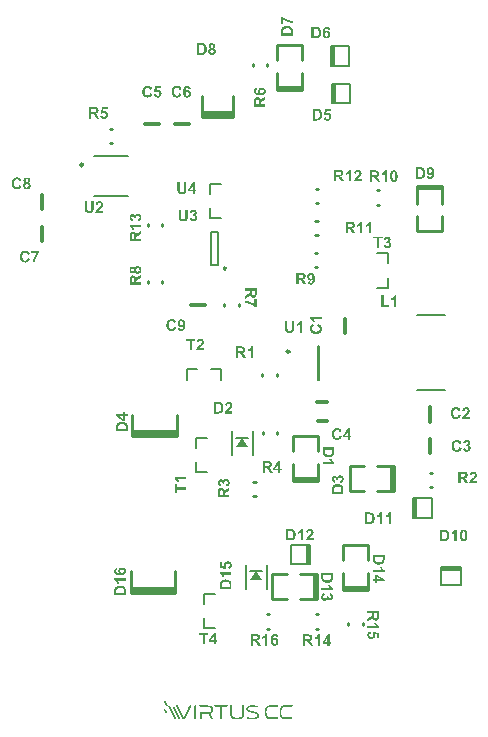
<source format=gto>
G04*
G04 #@! TF.GenerationSoftware,Altium Limited,Altium Designer,24.10.1 (45)*
G04*
G04 Layer_Color=65535*
%FSLAX24Y24*%
%MOIN*%
G70*
G04*
G04 #@! TF.SameCoordinates,C6CBD9EB-9E9D-4DD1-ADCD-94E966FD8E1D*
G04*
G04*
G04 #@! TF.FilePolarity,Positive*
G04*
G01*
G75*
%ADD10C,0.0098*%
%ADD11C,0.0100*%
%ADD12C,0.0079*%
%ADD13C,0.0060*%
%ADD14C,0.0060*%
%ADD15C,0.0070*%
%ADD16C,0.0118*%
%ADD17C,0.0039*%
%ADD18R,0.0791X0.0142*%
%ADD19R,0.0142X0.0791*%
%ADD20R,0.0791X0.0142*%
%ADD21R,0.0791X0.0142*%
%ADD22R,0.1024X0.0157*%
%ADD23R,0.1575X0.0157*%
%ADD24R,0.1575X0.0157*%
G36*
X7982Y9370D02*
X7589D01*
X7785Y9685D01*
X7982Y9370D01*
D02*
G37*
G36*
X8445Y4921D02*
X8051D01*
X8248Y5236D01*
X8445Y4921D01*
D02*
G37*
G36*
X5216Y910D02*
X5223D01*
Y896D01*
X5230D01*
Y882D01*
X5237D01*
Y869D01*
X5243D01*
Y855D01*
X5250D01*
Y841D01*
X5257D01*
Y827D01*
X5264D01*
Y813D01*
X5271D01*
Y800D01*
X5278D01*
Y786D01*
X5285D01*
Y772D01*
X5292D01*
Y758D01*
X5299D01*
Y751D01*
X5292D01*
Y744D01*
X5237D01*
Y751D01*
X5230D01*
Y765D01*
X5223D01*
Y779D01*
X5216D01*
Y793D01*
X5209D01*
Y807D01*
X5202D01*
Y820D01*
X5195D01*
Y834D01*
X5188D01*
Y848D01*
X5181D01*
Y862D01*
X5175D01*
Y869D01*
Y875D01*
X5168D01*
Y889D01*
X5161D01*
Y903D01*
X5154D01*
Y917D01*
X5216D01*
Y910D01*
D02*
G37*
G36*
X8158Y758D02*
X8220D01*
Y751D01*
X8254D01*
Y744D01*
X8289D01*
Y738D01*
X8309D01*
Y717D01*
X8303D01*
Y703D01*
X8296D01*
Y689D01*
X8289D01*
Y682D01*
X8268D01*
Y689D01*
X8241D01*
Y696D01*
X8199D01*
Y703D01*
X8055D01*
Y696D01*
X8027D01*
Y689D01*
X8013D01*
Y682D01*
X7999D01*
Y676D01*
X7993D01*
Y669D01*
X7986D01*
Y648D01*
X7979D01*
Y641D01*
X7986D01*
Y620D01*
X7993D01*
Y614D01*
X7999D01*
Y607D01*
X8013D01*
Y600D01*
X8020D01*
Y593D01*
X8041D01*
Y586D01*
X8061D01*
Y579D01*
X8082D01*
Y572D01*
X8110D01*
Y565D01*
X8130D01*
Y558D01*
X8158D01*
Y552D01*
X8185D01*
Y545D01*
X8213D01*
Y538D01*
X8234D01*
Y531D01*
X8254D01*
Y524D01*
X8268D01*
Y517D01*
X8282D01*
Y510D01*
X8296D01*
Y503D01*
X8303D01*
Y496D01*
X8316D01*
Y490D01*
X8323D01*
Y483D01*
X8330D01*
Y469D01*
X8337D01*
Y462D01*
X8344D01*
Y441D01*
X8351D01*
Y393D01*
X8344D01*
Y372D01*
X8337D01*
Y359D01*
X8330D01*
Y352D01*
X8323D01*
Y345D01*
X8316D01*
Y338D01*
X8309D01*
Y331D01*
X8303D01*
Y324D01*
X8289D01*
Y317D01*
X8275D01*
Y310D01*
X8261D01*
Y304D01*
X8234D01*
Y297D01*
X8199D01*
Y290D01*
X8041D01*
Y297D01*
X7999D01*
Y304D01*
X7972D01*
Y310D01*
X7944D01*
Y317D01*
X7931D01*
Y324D01*
X7924D01*
Y338D01*
X7931D01*
Y352D01*
X7937D01*
Y366D01*
X7944D01*
Y372D01*
X7965D01*
Y366D01*
X7986D01*
Y359D01*
X8020D01*
Y352D01*
X8068D01*
Y345D01*
X8179D01*
Y352D01*
X8220D01*
Y359D01*
X8241D01*
Y366D01*
X8254D01*
Y372D01*
X8268D01*
Y379D01*
X8275D01*
Y386D01*
X8282D01*
Y407D01*
X8289D01*
Y421D01*
X8282D01*
Y441D01*
X8275D01*
Y448D01*
X8268D01*
Y455D01*
X8261D01*
Y462D01*
X8247D01*
Y469D01*
X8234D01*
Y476D01*
X8213D01*
Y483D01*
X8192D01*
Y490D01*
X8165D01*
Y496D01*
X8137D01*
Y503D01*
X8110D01*
Y510D01*
X8082D01*
Y517D01*
X8061D01*
Y524D01*
X8034D01*
Y531D01*
X8013D01*
Y538D01*
X7999D01*
Y545D01*
X7986D01*
Y552D01*
X7972D01*
Y558D01*
X7965D01*
Y565D01*
X7951D01*
Y572D01*
X7944D01*
Y579D01*
X7937D01*
Y593D01*
X7931D01*
Y600D01*
X7924D01*
Y620D01*
X7917D01*
Y662D01*
X7924D01*
Y682D01*
X7931D01*
Y696D01*
X7937D01*
Y703D01*
X7944D01*
Y710D01*
X7951D01*
Y717D01*
X7958D01*
Y724D01*
X7965D01*
Y731D01*
X7979D01*
Y738D01*
X7993D01*
Y744D01*
X8013D01*
Y751D01*
X8041D01*
Y758D01*
X8103D01*
Y765D01*
X8158D01*
Y758D01*
D02*
G37*
G36*
X5216Y627D02*
X5223D01*
Y620D01*
X5230D01*
Y607D01*
X5237D01*
Y593D01*
X5243D01*
Y579D01*
X5250D01*
Y565D01*
X5257D01*
Y552D01*
X5264D01*
Y538D01*
X5271D01*
Y517D01*
X5216D01*
Y524D01*
X5209D01*
Y538D01*
X5202D01*
Y552D01*
X5195D01*
Y565D01*
X5188D01*
Y579D01*
X5181D01*
Y593D01*
X5175D01*
Y607D01*
X5168D01*
Y620D01*
X5161D01*
Y634D01*
X5216D01*
Y627D01*
D02*
G37*
G36*
X6084Y751D02*
X6091D01*
Y744D01*
X6084D01*
Y731D01*
X6077D01*
Y717D01*
X6070D01*
Y703D01*
X6063D01*
Y689D01*
X6057D01*
Y676D01*
X6050D01*
Y662D01*
X6043D01*
Y648D01*
X6036D01*
Y634D01*
X6029D01*
Y620D01*
X6022D01*
Y607D01*
X6015D01*
Y593D01*
X6008D01*
Y579D01*
X6001D01*
Y565D01*
X5994D01*
Y552D01*
X5988D01*
Y538D01*
X5981D01*
Y524D01*
X5974D01*
Y510D01*
X5967D01*
Y496D01*
X5960D01*
Y483D01*
X5953D01*
Y469D01*
X5946D01*
Y455D01*
X5939D01*
Y441D01*
X5932D01*
Y428D01*
X5926D01*
Y414D01*
X5919D01*
Y400D01*
X5912D01*
Y386D01*
X5905D01*
Y372D01*
X5898D01*
Y359D01*
X5891D01*
Y345D01*
X5884D01*
Y331D01*
X5877D01*
Y317D01*
X5870D01*
Y304D01*
X5864D01*
Y297D01*
X5795D01*
Y304D01*
X5788D01*
Y317D01*
X5781D01*
Y331D01*
X5774D01*
Y345D01*
X5767D01*
Y359D01*
X5760D01*
Y372D01*
X5753D01*
Y386D01*
X5746D01*
Y400D01*
X5740D01*
Y414D01*
X5733D01*
Y428D01*
X5726D01*
Y441D01*
X5719D01*
Y455D01*
X5712D01*
Y469D01*
X5705D01*
Y483D01*
X5698D01*
Y496D01*
X5691D01*
Y510D01*
X5684D01*
Y524D01*
X5678D01*
Y538D01*
X5671D01*
Y552D01*
X5664D01*
Y565D01*
X5657D01*
Y579D01*
X5650D01*
Y593D01*
X5643D01*
Y607D01*
X5636D01*
Y620D01*
X5629D01*
Y634D01*
X5622D01*
Y648D01*
X5616D01*
Y662D01*
X5609D01*
Y676D01*
X5602D01*
Y689D01*
X5595D01*
Y703D01*
X5588D01*
Y717D01*
X5581D01*
Y731D01*
X5574D01*
Y744D01*
X5567D01*
Y751D01*
X5581D01*
Y758D01*
X5629D01*
Y751D01*
X5636D01*
Y744D01*
X5643D01*
Y731D01*
X5650D01*
Y717D01*
X5657D01*
Y703D01*
X5664D01*
Y689D01*
X5671D01*
Y676D01*
X5678D01*
Y662D01*
X5684D01*
Y648D01*
X5691D01*
Y634D01*
X5698D01*
Y620D01*
X5705D01*
Y607D01*
X5712D01*
Y593D01*
X5719D01*
Y579D01*
X5726D01*
Y565D01*
X5733D01*
Y552D01*
X5740D01*
Y538D01*
X5746D01*
Y524D01*
X5753D01*
Y510D01*
X5760D01*
Y496D01*
X5767D01*
Y483D01*
X5774D01*
Y469D01*
X5781D01*
Y462D01*
X5788D01*
Y448D01*
X5795D01*
Y434D01*
X5802D01*
Y421D01*
X5808D01*
Y407D01*
X5815D01*
Y393D01*
X5822D01*
Y379D01*
X5829D01*
Y372D01*
X5836D01*
Y386D01*
X5843D01*
Y400D01*
X5850D01*
Y414D01*
X5857D01*
Y421D01*
Y428D01*
X5864D01*
Y441D01*
X5870D01*
Y455D01*
X5877D01*
Y469D01*
X5884D01*
Y483D01*
X5891D01*
Y496D01*
X5898D01*
Y510D01*
X5905D01*
Y524D01*
X5912D01*
Y538D01*
X5919D01*
Y552D01*
X5926D01*
Y565D01*
X5932D01*
Y579D01*
X5939D01*
Y593D01*
X5946D01*
Y607D01*
X5953D01*
Y620D01*
X5960D01*
Y634D01*
X5967D01*
Y648D01*
X5974D01*
Y662D01*
X5981D01*
Y676D01*
X5988D01*
Y689D01*
X5994D01*
Y703D01*
X6001D01*
Y717D01*
X6008D01*
Y731D01*
X6015D01*
Y744D01*
X6022D01*
Y751D01*
X6029D01*
Y758D01*
X6084D01*
Y751D01*
D02*
G37*
G36*
X7841D02*
X7848D01*
Y428D01*
X7841D01*
Y400D01*
X7834D01*
Y379D01*
X7827D01*
Y372D01*
X7820D01*
Y359D01*
X7813D01*
Y352D01*
X7807D01*
Y345D01*
X7800D01*
Y338D01*
X7793D01*
Y331D01*
X7779D01*
Y324D01*
X7772D01*
Y317D01*
X7758D01*
Y310D01*
X7738D01*
Y304D01*
X7717D01*
Y297D01*
X7682D01*
Y290D01*
X7545D01*
Y297D01*
X7510D01*
Y304D01*
X7490D01*
Y310D01*
X7469D01*
Y317D01*
X7455D01*
Y324D01*
X7448D01*
Y331D01*
X7434D01*
Y338D01*
X7428D01*
Y345D01*
X7421D01*
Y352D01*
X7414D01*
Y359D01*
X7407D01*
Y366D01*
X7400D01*
Y379D01*
X7393D01*
Y393D01*
X7386D01*
Y428D01*
X7379D01*
Y751D01*
X7386D01*
Y758D01*
X7434D01*
Y751D01*
X7441D01*
Y641D01*
Y634D01*
Y434D01*
X7448D01*
Y414D01*
X7455D01*
Y400D01*
X7462D01*
Y393D01*
X7469D01*
Y386D01*
X7476D01*
Y379D01*
X7483D01*
Y372D01*
X7496D01*
Y366D01*
X7517D01*
Y359D01*
X7538D01*
Y352D01*
X7572D01*
Y345D01*
X7655D01*
Y352D01*
X7689D01*
Y359D01*
X7710D01*
Y366D01*
X7731D01*
Y372D01*
X7738D01*
Y379D01*
X7751D01*
Y386D01*
X7758D01*
Y393D01*
X7765D01*
Y400D01*
X7772D01*
Y414D01*
X7779D01*
Y434D01*
X7786D01*
Y758D01*
X7841D01*
Y751D01*
D02*
G37*
G36*
X9467D02*
X9460D01*
Y738D01*
X9453D01*
Y724D01*
X9446D01*
Y710D01*
X9439D01*
Y696D01*
X9150D01*
Y689D01*
X9136D01*
Y682D01*
X9129D01*
Y676D01*
X9122D01*
Y669D01*
X9116D01*
Y662D01*
X9109D01*
Y648D01*
X9102D01*
Y634D01*
X9095D01*
Y614D01*
X9088D01*
Y586D01*
X9081D01*
Y469D01*
X9088D01*
Y441D01*
X9095D01*
Y421D01*
X9102D01*
Y407D01*
X9109D01*
Y393D01*
X9116D01*
Y386D01*
X9122D01*
Y379D01*
X9129D01*
Y372D01*
X9136D01*
Y366D01*
X9150D01*
Y359D01*
X9453D01*
Y297D01*
X9157D01*
Y304D01*
X9129D01*
Y310D01*
X9116D01*
Y317D01*
X9102D01*
Y324D01*
X9095D01*
Y331D01*
X9088D01*
Y338D01*
X9081D01*
Y345D01*
X9074D01*
Y352D01*
X9067D01*
Y366D01*
X9060D01*
Y372D01*
X9054D01*
Y386D01*
X9047D01*
Y407D01*
X9040D01*
Y428D01*
X9033D01*
Y469D01*
X9026D01*
Y586D01*
X9033D01*
Y627D01*
X9040D01*
Y648D01*
X9047D01*
Y669D01*
X9054D01*
Y682D01*
X9060D01*
Y696D01*
X9067D01*
Y703D01*
X9074D01*
Y710D01*
X9081D01*
Y717D01*
X9088D01*
Y724D01*
X9095D01*
Y731D01*
X9102D01*
Y738D01*
X9116D01*
Y744D01*
X9129D01*
Y751D01*
X9150D01*
Y758D01*
X9467D01*
Y751D01*
D02*
G37*
G36*
X8971Y744D02*
X8964D01*
Y731D01*
X8957D01*
Y717D01*
X8950D01*
Y703D01*
X8943D01*
Y696D01*
X8654D01*
Y689D01*
X8647D01*
Y682D01*
X8633D01*
Y676D01*
X8626D01*
Y669D01*
X8619D01*
Y655D01*
X8613D01*
Y641D01*
X8606D01*
Y627D01*
X8599D01*
Y607D01*
X8592D01*
Y565D01*
X8585D01*
Y490D01*
X8592D01*
Y455D01*
X8599D01*
Y428D01*
X8606D01*
Y414D01*
X8613D01*
Y400D01*
X8619D01*
Y393D01*
X8626D01*
Y379D01*
X8633D01*
Y372D01*
X8647D01*
Y366D01*
X8661D01*
Y359D01*
X8957D01*
Y352D01*
X8964D01*
Y304D01*
X8957D01*
Y297D01*
X8668D01*
Y304D01*
X8640D01*
Y310D01*
X8619D01*
Y317D01*
X8613D01*
Y324D01*
X8599D01*
Y331D01*
X8592D01*
Y338D01*
X8585D01*
Y345D01*
X8578D01*
Y352D01*
X8571D01*
Y366D01*
X8564D01*
Y379D01*
X8557D01*
Y393D01*
X8551D01*
Y414D01*
X8544D01*
Y434D01*
X8537D01*
Y483D01*
X8530D01*
Y579D01*
X8537D01*
Y614D01*
Y620D01*
X8544D01*
Y648D01*
X8551D01*
Y662D01*
X8557D01*
Y676D01*
X8564D01*
Y689D01*
X8571D01*
Y703D01*
X8578D01*
Y710D01*
X8585D01*
Y717D01*
X8592D01*
Y724D01*
X8599D01*
Y731D01*
X8606D01*
Y738D01*
X8619D01*
Y744D01*
X8633D01*
Y751D01*
X8661D01*
Y758D01*
X8971D01*
Y744D01*
D02*
G37*
G36*
X7304D02*
X7297D01*
Y731D01*
X7290D01*
Y717D01*
X7283D01*
Y703D01*
X7276D01*
Y696D01*
X7111D01*
Y304D01*
X7104D01*
Y297D01*
X7049D01*
Y696D01*
X6876D01*
Y703D01*
X6869D01*
Y717D01*
X6863D01*
Y731D01*
X6856D01*
Y744D01*
X6849D01*
Y751D01*
X6856D01*
Y758D01*
X7304D01*
Y744D01*
D02*
G37*
G36*
X6635Y751D02*
X6690D01*
Y744D01*
X6718D01*
Y738D01*
X6732D01*
Y731D01*
X6752D01*
Y724D01*
X6759D01*
Y717D01*
X6766D01*
Y710D01*
X6780D01*
Y696D01*
X6787D01*
Y689D01*
X6794D01*
Y676D01*
X6801D01*
Y655D01*
X6807D01*
Y565D01*
X6801D01*
Y545D01*
X6794D01*
Y531D01*
X6787D01*
Y524D01*
X6780D01*
Y517D01*
X6773D01*
Y510D01*
X6766D01*
Y503D01*
X6752D01*
Y496D01*
X6745D01*
Y490D01*
X6732D01*
Y483D01*
X6725D01*
Y462D01*
X6732D01*
Y448D01*
X6739D01*
Y434D01*
X6745D01*
Y421D01*
X6752D01*
Y407D01*
X6759D01*
Y393D01*
X6766D01*
Y379D01*
X6773D01*
Y366D01*
X6780D01*
Y352D01*
X6787D01*
Y338D01*
X6794D01*
Y324D01*
X6801D01*
Y310D01*
X6807D01*
Y297D01*
X6739D01*
Y310D01*
X6732D01*
Y324D01*
X6725D01*
Y338D01*
X6718D01*
Y352D01*
X6711D01*
Y366D01*
X6704D01*
Y379D01*
X6697D01*
Y393D01*
X6690D01*
Y407D01*
X6683D01*
Y421D01*
X6677D01*
Y434D01*
X6670D01*
Y448D01*
X6663D01*
Y462D01*
X6656D01*
Y469D01*
X6429D01*
Y304D01*
X6422D01*
Y297D01*
X6367D01*
Y524D01*
X6628D01*
Y531D01*
X6683D01*
Y538D01*
X6704D01*
Y545D01*
X6718D01*
Y552D01*
X6725D01*
Y558D01*
X6732D01*
Y565D01*
X6739D01*
Y579D01*
X6745D01*
Y648D01*
X6739D01*
Y662D01*
X6732D01*
Y669D01*
X6725D01*
Y676D01*
X6711D01*
Y682D01*
X6697D01*
Y689D01*
X6656D01*
Y696D01*
X6373D01*
Y710D01*
X6367D01*
Y724D01*
X6360D01*
Y738D01*
X6353D01*
Y758D01*
X6635D01*
Y751D01*
D02*
G37*
G36*
X6243D02*
X6249D01*
Y297D01*
X6187D01*
Y304D01*
Y751D01*
X6194D01*
Y758D01*
X6243D01*
Y751D01*
D02*
G37*
G36*
X5533Y676D02*
X5540D01*
Y662D01*
X5547D01*
Y648D01*
X5554D01*
Y634D01*
X5560D01*
Y620D01*
X5567D01*
Y607D01*
X5574D01*
Y593D01*
X5581D01*
Y579D01*
X5588D01*
Y565D01*
X5595D01*
Y552D01*
X5602D01*
Y538D01*
X5609D01*
Y524D01*
X5616D01*
Y510D01*
X5622D01*
Y496D01*
X5629D01*
Y483D01*
X5636D01*
Y469D01*
X5643D01*
Y455D01*
X5650D01*
Y441D01*
X5657D01*
Y428D01*
X5664D01*
Y414D01*
X5671D01*
Y400D01*
X5678D01*
Y386D01*
X5684D01*
Y372D01*
X5691D01*
Y359D01*
X5698D01*
Y345D01*
X5705D01*
Y331D01*
X5712D01*
Y317D01*
X5719D01*
Y304D01*
X5726D01*
Y290D01*
X5664D01*
Y297D01*
X5657D01*
Y310D01*
X5650D01*
Y324D01*
X5643D01*
Y338D01*
X5636D01*
Y352D01*
X5629D01*
Y366D01*
X5622D01*
Y379D01*
X5616D01*
Y393D01*
X5609D01*
Y407D01*
X5602D01*
Y421D01*
X5595D01*
Y434D01*
X5588D01*
Y448D01*
X5581D01*
Y462D01*
X5574D01*
Y476D01*
X5567D01*
Y490D01*
X5560D01*
Y503D01*
X5554D01*
Y517D01*
X5547D01*
Y531D01*
X5540D01*
Y545D01*
X5533D01*
Y558D01*
X5526D01*
Y572D01*
X5519D01*
Y586D01*
X5512D01*
Y600D01*
X5505D01*
Y614D01*
X5498D01*
Y627D01*
X5492D01*
Y641D01*
X5485D01*
Y655D01*
X5478D01*
Y669D01*
X5471D01*
Y682D01*
X5464D01*
Y689D01*
X5533D01*
Y676D01*
D02*
G37*
G36*
X5368Y738D02*
X5374D01*
Y724D01*
X5381D01*
Y710D01*
X5388D01*
Y696D01*
X5395D01*
Y682D01*
X5402D01*
Y669D01*
X5409D01*
Y655D01*
X5416D01*
Y641D01*
X5423D01*
Y627D01*
X5430D01*
Y614D01*
X5436D01*
Y600D01*
X5443D01*
Y586D01*
X5450D01*
Y572D01*
X5457D01*
Y558D01*
X5464D01*
Y545D01*
X5471D01*
Y531D01*
X5478D01*
Y517D01*
X5485D01*
Y503D01*
X5492D01*
Y490D01*
X5498D01*
Y476D01*
X5505D01*
Y462D01*
X5512D01*
Y448D01*
X5519D01*
Y434D01*
X5526D01*
Y421D01*
X5533D01*
Y407D01*
X5540D01*
Y393D01*
X5547D01*
Y379D01*
X5554D01*
Y366D01*
X5560D01*
Y352D01*
X5567D01*
Y338D01*
X5574D01*
Y324D01*
X5581D01*
Y317D01*
Y310D01*
X5588D01*
Y297D01*
X5595D01*
Y290D01*
X5526D01*
Y304D01*
X5519D01*
Y317D01*
X5512D01*
Y331D01*
X5505D01*
Y345D01*
X5498D01*
Y359D01*
X5492D01*
Y372D01*
X5485D01*
Y386D01*
X5478D01*
Y400D01*
X5471D01*
Y414D01*
X5464D01*
Y428D01*
X5457D01*
Y441D01*
X5450D01*
Y455D01*
X5443D01*
Y469D01*
X5436D01*
Y483D01*
X5430D01*
Y496D01*
X5423D01*
Y510D01*
X5416D01*
Y524D01*
X5409D01*
Y538D01*
X5402D01*
Y552D01*
X5395D01*
Y565D01*
X5388D01*
Y579D01*
X5381D01*
Y593D01*
X5374D01*
Y607D01*
X5368D01*
Y620D01*
X5361D01*
Y634D01*
X5354D01*
Y648D01*
X5347D01*
Y662D01*
X5340D01*
Y676D01*
X5333D01*
Y689D01*
X5326D01*
Y703D01*
X5319D01*
Y717D01*
X5312D01*
Y731D01*
X5306D01*
Y744D01*
X5368D01*
Y738D01*
D02*
G37*
G36*
X5923Y17995D02*
Y17994D01*
Y17992D01*
Y17988D01*
Y17984D01*
Y17978D01*
X5923Y17971D01*
Y17964D01*
Y17957D01*
X5922Y17940D01*
X5920Y17924D01*
X5920Y17917D01*
X5919Y17909D01*
X5918Y17903D01*
X5917Y17897D01*
Y17896D01*
Y17896D01*
X5916Y17892D01*
X5914Y17887D01*
X5912Y17880D01*
X5908Y17872D01*
X5905Y17864D01*
X5899Y17856D01*
X5893Y17848D01*
X5893Y17848D01*
X5891Y17845D01*
X5886Y17841D01*
X5882Y17837D01*
X5875Y17832D01*
X5867Y17827D01*
X5858Y17822D01*
X5848Y17817D01*
X5848D01*
X5847Y17816D01*
X5846Y17816D01*
X5843Y17815D01*
X5841Y17814D01*
X5837Y17813D01*
X5829Y17812D01*
X5818Y17809D01*
X5806Y17807D01*
X5791Y17806D01*
X5775Y17806D01*
X5766D01*
X5761Y17806D01*
X5756D01*
X5744Y17807D01*
X5730Y17809D01*
X5717Y17811D01*
X5703Y17814D01*
X5698Y17816D01*
X5692Y17818D01*
X5691D01*
X5691Y17819D01*
X5687Y17820D01*
X5682Y17823D01*
X5675Y17827D01*
X5668Y17832D01*
X5661Y17837D01*
X5654Y17844D01*
X5647Y17851D01*
X5646Y17852D01*
X5644Y17855D01*
X5641Y17859D01*
X5638Y17864D01*
X5634Y17871D01*
X5631Y17878D01*
X5627Y17886D01*
X5625Y17894D01*
Y17895D01*
Y17896D01*
X5624Y17898D01*
X5624Y17900D01*
X5623Y17903D01*
X5623Y17908D01*
X5622Y17913D01*
X5621Y17919D01*
X5621Y17925D01*
X5620Y17932D01*
X5620Y17940D01*
X5619Y17949D01*
X5619Y17958D01*
Y17969D01*
X5618Y17980D01*
Y17992D01*
Y18197D01*
X5696D01*
Y17988D01*
Y17988D01*
Y17986D01*
Y17984D01*
Y17980D01*
Y17977D01*
Y17972D01*
X5696Y17961D01*
Y17951D01*
X5697Y17940D01*
X5698Y17931D01*
Y17927D01*
X5698Y17924D01*
Y17923D01*
X5699Y17920D01*
X5701Y17916D01*
X5703Y17910D01*
X5706Y17904D01*
X5710Y17898D01*
X5715Y17892D01*
X5722Y17886D01*
X5723Y17885D01*
X5725Y17884D01*
X5729Y17881D01*
X5735Y17879D01*
X5742Y17876D01*
X5751Y17874D01*
X5761Y17872D01*
X5772Y17872D01*
X5778D01*
X5784Y17872D01*
X5791Y17874D01*
X5799Y17875D01*
X5807Y17878D01*
X5815Y17881D01*
X5822Y17885D01*
X5822Y17886D01*
X5824Y17888D01*
X5827Y17891D01*
X5830Y17895D01*
X5834Y17899D01*
X5837Y17905D01*
X5840Y17911D01*
X5842Y17918D01*
Y17919D01*
X5843Y17922D01*
X5843Y17927D01*
X5844Y17934D01*
X5844Y17943D01*
X5845Y17954D01*
Y17961D01*
X5846Y17968D01*
Y17975D01*
Y17984D01*
Y18197D01*
X5923D01*
Y17995D01*
D02*
G37*
G36*
X6205Y17954D02*
X6252D01*
Y17890D01*
X6205D01*
Y17813D01*
X6133D01*
Y17890D01*
X5976D01*
Y17954D01*
X6143Y18198D01*
X6205D01*
Y17954D01*
D02*
G37*
G36*
X5968Y17079D02*
Y17079D01*
Y17076D01*
Y17073D01*
Y17068D01*
Y17062D01*
X5967Y17056D01*
Y17049D01*
Y17041D01*
X5966Y17025D01*
X5965Y17009D01*
X5964Y17002D01*
X5964Y16994D01*
X5963Y16987D01*
X5962Y16982D01*
Y16981D01*
Y16980D01*
X5960Y16977D01*
X5959Y16972D01*
X5956Y16965D01*
X5953Y16957D01*
X5949Y16949D01*
X5944Y16941D01*
X5938Y16933D01*
X5938Y16932D01*
X5935Y16930D01*
X5931Y16926D01*
X5926Y16922D01*
X5919Y16917D01*
X5912Y16911D01*
X5903Y16906D01*
X5893Y16901D01*
X5893D01*
X5892Y16901D01*
X5890Y16900D01*
X5888Y16900D01*
X5885Y16899D01*
X5882Y16898D01*
X5873Y16896D01*
X5863Y16894D01*
X5850Y16892D01*
X5836Y16891D01*
X5819Y16890D01*
X5811D01*
X5806Y16891D01*
X5801D01*
X5788Y16892D01*
X5775Y16893D01*
X5761Y16896D01*
X5748Y16899D01*
X5742Y16900D01*
X5736Y16903D01*
X5736D01*
X5735Y16903D01*
X5732Y16905D01*
X5726Y16908D01*
X5720Y16911D01*
X5713Y16917D01*
X5705Y16922D01*
X5698Y16929D01*
X5691Y16936D01*
X5691Y16937D01*
X5689Y16939D01*
X5686Y16944D01*
X5682Y16949D01*
X5679Y16955D01*
X5675Y16963D01*
X5672Y16970D01*
X5670Y16979D01*
Y16979D01*
Y16980D01*
X5669Y16982D01*
X5668Y16985D01*
X5668Y16988D01*
X5667Y16993D01*
X5667Y16997D01*
X5666Y17003D01*
X5666Y17010D01*
X5665Y17017D01*
X5664Y17025D01*
X5664Y17034D01*
X5663Y17043D01*
Y17054D01*
X5663Y17065D01*
Y17076D01*
Y17282D01*
X5740D01*
Y17073D01*
Y17072D01*
Y17071D01*
Y17068D01*
Y17065D01*
Y17061D01*
Y17056D01*
X5741Y17046D01*
Y17035D01*
X5742Y17025D01*
X5742Y17016D01*
Y17011D01*
X5743Y17009D01*
Y17007D01*
X5744Y17004D01*
X5746Y17000D01*
X5747Y16995D01*
X5751Y16989D01*
X5755Y16982D01*
X5760Y16976D01*
X5766Y16970D01*
X5767Y16970D01*
X5770Y16968D01*
X5774Y16966D01*
X5780Y16963D01*
X5787Y16961D01*
X5795Y16959D01*
X5806Y16957D01*
X5817Y16956D01*
X5822D01*
X5828Y16957D01*
X5836Y16958D01*
X5843Y16960D01*
X5852Y16962D01*
X5859Y16965D01*
X5866Y16970D01*
X5867Y16970D01*
X5869Y16972D01*
X5872Y16975D01*
X5875Y16979D01*
X5878Y16984D01*
X5882Y16989D01*
X5885Y16996D01*
X5887Y17003D01*
Y17004D01*
X5887Y17007D01*
X5888Y17011D01*
X5888Y17018D01*
X5889Y17027D01*
X5890Y17039D01*
Y17045D01*
X5890Y17052D01*
Y17060D01*
Y17068D01*
Y17282D01*
X5968D01*
Y17079D01*
D02*
G37*
G36*
X6163Y17282D02*
X6168Y17282D01*
X6173Y17281D01*
X6180Y17280D01*
X6186Y17279D01*
X6200Y17274D01*
X6207Y17272D01*
X6214Y17268D01*
X6221Y17264D01*
X6229Y17259D01*
X6235Y17254D01*
X6242Y17248D01*
X6242Y17247D01*
X6243Y17247D01*
X6244Y17245D01*
X6246Y17243D01*
X6251Y17237D01*
X6256Y17229D01*
X6260Y17220D01*
X6265Y17209D01*
X6268Y17197D01*
X6269Y17190D01*
Y17184D01*
Y17183D01*
Y17182D01*
X6269Y17179D01*
Y17176D01*
X6267Y17171D01*
X6266Y17166D01*
X6265Y17161D01*
X6262Y17155D01*
X6259Y17149D01*
X6256Y17142D01*
X6251Y17135D01*
X6246Y17129D01*
X6239Y17122D01*
X6232Y17116D01*
X6224Y17109D01*
X6214Y17103D01*
X6214D01*
X6215Y17103D01*
X6217D01*
X6219Y17102D01*
X6225Y17100D01*
X6232Y17097D01*
X6241Y17093D01*
X6250Y17087D01*
X6258Y17080D01*
X6266Y17072D01*
X6267Y17071D01*
X6269Y17068D01*
X6273Y17062D01*
X6276Y17055D01*
X6280Y17047D01*
X6283Y17036D01*
X6286Y17025D01*
X6286Y17012D01*
Y17011D01*
Y17010D01*
Y17007D01*
X6286Y17004D01*
X6285Y16999D01*
X6284Y16994D01*
X6283Y16989D01*
X6282Y16982D01*
X6277Y16969D01*
X6274Y16962D01*
X6270Y16955D01*
X6266Y16947D01*
X6261Y16940D01*
X6255Y16933D01*
X6249Y16926D01*
X6248Y16925D01*
X6247Y16924D01*
X6245Y16923D01*
X6242Y16921D01*
X6239Y16918D01*
X6234Y16915D01*
X6229Y16911D01*
X6224Y16908D01*
X6217Y16905D01*
X6210Y16901D01*
X6203Y16899D01*
X6194Y16896D01*
X6186Y16894D01*
X6177Y16892D01*
X6167Y16891D01*
X6157Y16890D01*
X6152D01*
X6148Y16891D01*
X6143Y16892D01*
X6138Y16892D01*
X6132Y16893D01*
X6127Y16894D01*
X6112Y16897D01*
X6098Y16903D01*
X6091Y16906D01*
X6083Y16910D01*
X6076Y16915D01*
X6070Y16920D01*
X6069Y16921D01*
X6069Y16921D01*
X6067Y16923D01*
X6065Y16925D01*
X6062Y16928D01*
X6059Y16932D01*
X6056Y16937D01*
X6052Y16941D01*
X6045Y16952D01*
X6039Y16966D01*
X6033Y16981D01*
X6032Y16990D01*
X6031Y16999D01*
X6102Y17007D01*
Y17007D01*
Y17006D01*
X6103Y17003D01*
X6104Y16998D01*
X6105Y16992D01*
X6108Y16985D01*
X6111Y16978D01*
X6115Y16971D01*
X6120Y16965D01*
X6121Y16965D01*
X6123Y16963D01*
X6126Y16961D01*
X6131Y16958D01*
X6136Y16956D01*
X6142Y16954D01*
X6149Y16952D01*
X6156Y16951D01*
X6160D01*
X6165Y16952D01*
X6170Y16954D01*
X6176Y16955D01*
X6182Y16958D01*
X6189Y16962D01*
X6195Y16968D01*
X6196Y16969D01*
X6197Y16972D01*
X6200Y16975D01*
X6203Y16980D01*
X6205Y16987D01*
X6208Y16996D01*
X6210Y17005D01*
X6211Y17016D01*
Y17016D01*
Y17017D01*
Y17020D01*
X6210Y17025D01*
X6209Y17032D01*
X6207Y17039D01*
X6204Y17046D01*
X6201Y17054D01*
X6196Y17060D01*
X6195Y17061D01*
X6193Y17062D01*
X6190Y17065D01*
X6185Y17068D01*
X6180Y17071D01*
X6173Y17074D01*
X6166Y17076D01*
X6159Y17076D01*
X6153D01*
X6149Y17076D01*
X6145Y17075D01*
X6139Y17074D01*
X6132Y17072D01*
X6125Y17071D01*
X6134Y17130D01*
X6138D01*
X6144Y17131D01*
X6150Y17131D01*
X6158Y17133D01*
X6165Y17135D01*
X6173Y17138D01*
X6179Y17142D01*
X6180Y17143D01*
X6181Y17145D01*
X6184Y17148D01*
X6187Y17152D01*
X6190Y17158D01*
X6193Y17164D01*
X6195Y17171D01*
X6196Y17179D01*
Y17180D01*
Y17183D01*
X6195Y17186D01*
X6194Y17190D01*
X6193Y17195D01*
X6191Y17200D01*
X6188Y17206D01*
X6184Y17210D01*
X6183Y17211D01*
X6181Y17212D01*
X6179Y17214D01*
X6176Y17216D01*
X6171Y17219D01*
X6166Y17220D01*
X6159Y17221D01*
X6152Y17222D01*
X6149D01*
X6146Y17221D01*
X6141Y17220D01*
X6136Y17219D01*
X6131Y17216D01*
X6125Y17213D01*
X6119Y17209D01*
X6119Y17208D01*
X6117Y17206D01*
X6115Y17203D01*
X6112Y17199D01*
X6110Y17193D01*
X6107Y17187D01*
X6105Y17179D01*
X6104Y17171D01*
X6036Y17182D01*
Y17182D01*
X6036Y17183D01*
Y17185D01*
X6037Y17188D01*
X6039Y17194D01*
X6041Y17202D01*
X6044Y17211D01*
X6048Y17220D01*
X6052Y17230D01*
X6057Y17238D01*
X6057Y17239D01*
X6060Y17241D01*
X6063Y17245D01*
X6067Y17250D01*
X6073Y17255D01*
X6080Y17261D01*
X6088Y17266D01*
X6097Y17271D01*
X6097D01*
X6098Y17271D01*
X6101Y17272D01*
X6107Y17275D01*
X6114Y17277D01*
X6122Y17279D01*
X6132Y17281D01*
X6143Y17282D01*
X6155Y17283D01*
X6160D01*
X6163Y17282D01*
D02*
G37*
G36*
X2830Y17365D02*
Y17364D01*
Y17362D01*
Y17358D01*
Y17354D01*
Y17348D01*
X2830Y17341D01*
Y17334D01*
Y17327D01*
X2828Y17310D01*
X2827Y17295D01*
X2827Y17287D01*
X2826Y17279D01*
X2825Y17273D01*
X2824Y17267D01*
Y17266D01*
Y17266D01*
X2823Y17262D01*
X2821Y17257D01*
X2819Y17250D01*
X2815Y17242D01*
X2812Y17234D01*
X2806Y17226D01*
X2800Y17218D01*
X2800Y17218D01*
X2797Y17215D01*
X2793Y17211D01*
X2789Y17207D01*
X2782Y17202D01*
X2774Y17197D01*
X2765Y17192D01*
X2755Y17187D01*
X2755D01*
X2754Y17186D01*
X2752Y17186D01*
X2750Y17185D01*
X2748Y17185D01*
X2744Y17183D01*
X2735Y17182D01*
X2725Y17179D01*
X2713Y17178D01*
X2698Y17176D01*
X2682Y17176D01*
X2673D01*
X2668Y17176D01*
X2663D01*
X2651Y17178D01*
X2637Y17179D01*
X2624Y17181D01*
X2610Y17184D01*
X2604Y17186D01*
X2599Y17188D01*
X2598D01*
X2597Y17189D01*
X2594Y17190D01*
X2589Y17193D01*
X2582Y17197D01*
X2575Y17202D01*
X2568Y17207D01*
X2561Y17214D01*
X2554Y17221D01*
X2553Y17223D01*
X2551Y17225D01*
X2548Y17229D01*
X2545Y17234D01*
X2541Y17241D01*
X2538Y17248D01*
X2534Y17256D01*
X2532Y17264D01*
Y17265D01*
Y17266D01*
X2531Y17268D01*
X2531Y17271D01*
X2530Y17273D01*
X2530Y17278D01*
X2529Y17283D01*
X2528Y17289D01*
X2528Y17295D01*
X2527Y17302D01*
X2527Y17310D01*
X2526Y17319D01*
X2525Y17328D01*
Y17339D01*
X2525Y17350D01*
Y17362D01*
Y17567D01*
X2603D01*
Y17358D01*
Y17358D01*
Y17356D01*
Y17354D01*
Y17350D01*
Y17347D01*
Y17342D01*
X2603Y17331D01*
Y17321D01*
X2604Y17310D01*
X2604Y17301D01*
Y17297D01*
X2605Y17294D01*
Y17293D01*
X2606Y17290D01*
X2608Y17286D01*
X2610Y17280D01*
X2613Y17274D01*
X2617Y17268D01*
X2622Y17262D01*
X2628Y17256D01*
X2630Y17255D01*
X2632Y17254D01*
X2636Y17251D01*
X2642Y17249D01*
X2649Y17247D01*
X2658Y17244D01*
X2668Y17242D01*
X2679Y17242D01*
X2685D01*
X2690Y17242D01*
X2698Y17244D01*
X2706Y17245D01*
X2714Y17248D01*
X2721Y17251D01*
X2728Y17255D01*
X2729Y17256D01*
X2731Y17258D01*
X2734Y17261D01*
X2737Y17265D01*
X2741Y17269D01*
X2744Y17275D01*
X2747Y17281D01*
X2749Y17288D01*
Y17289D01*
X2750Y17292D01*
X2750Y17297D01*
X2751Y17304D01*
X2751Y17313D01*
X2752Y17324D01*
Y17331D01*
X2752Y17338D01*
Y17345D01*
Y17354D01*
Y17567D01*
X2830D01*
Y17365D01*
D02*
G37*
G36*
X3031Y17568D02*
X3036Y17567D01*
X3042Y17567D01*
X3048Y17566D01*
X3055Y17564D01*
X3069Y17561D01*
X3084Y17555D01*
X3091Y17552D01*
X3099Y17548D01*
X3105Y17543D01*
X3112Y17537D01*
X3112Y17537D01*
X3113Y17536D01*
X3115Y17534D01*
X3117Y17532D01*
X3119Y17529D01*
X3122Y17525D01*
X3128Y17516D01*
X3134Y17505D01*
X3139Y17492D01*
X3143Y17478D01*
X3144Y17469D01*
X3144Y17461D01*
Y17460D01*
Y17457D01*
X3144Y17452D01*
X3143Y17445D01*
X3142Y17438D01*
X3140Y17430D01*
X3138Y17420D01*
X3135Y17412D01*
X3134Y17410D01*
X3133Y17407D01*
X3131Y17403D01*
X3128Y17397D01*
X3124Y17389D01*
X3119Y17381D01*
X3112Y17372D01*
X3105Y17363D01*
X3105Y17362D01*
X3103Y17360D01*
X3099Y17356D01*
X3094Y17351D01*
X3088Y17344D01*
X3079Y17335D01*
X3069Y17325D01*
X3057Y17314D01*
X3056Y17313D01*
X3055Y17313D01*
X3053Y17311D01*
X3051Y17309D01*
X3046Y17303D01*
X3039Y17296D01*
X3031Y17289D01*
X3024Y17282D01*
X3017Y17276D01*
X3015Y17273D01*
X3013Y17271D01*
X3012Y17271D01*
X3011Y17269D01*
X3009Y17268D01*
X3008Y17265D01*
X3002Y17259D01*
X2998Y17251D01*
X3144D01*
Y17183D01*
X2886D01*
Y17183D01*
Y17185D01*
X2887Y17187D01*
X2888Y17189D01*
X2888Y17193D01*
X2889Y17197D01*
X2891Y17206D01*
X2894Y17218D01*
X2899Y17230D01*
X2904Y17243D01*
X2911Y17256D01*
Y17257D01*
X2912Y17258D01*
X2913Y17259D01*
X2915Y17262D01*
X2918Y17266D01*
X2921Y17270D01*
X2925Y17275D01*
X2929Y17280D01*
X2934Y17287D01*
X2941Y17294D01*
X2947Y17302D01*
X2955Y17310D01*
X2964Y17319D01*
X2972Y17328D01*
X2983Y17338D01*
X2994Y17348D01*
X2995Y17349D01*
X2996Y17350D01*
X2999Y17353D01*
X3002Y17356D01*
X3006Y17359D01*
X3010Y17364D01*
X3020Y17374D01*
X3031Y17384D01*
X3041Y17395D01*
X3046Y17399D01*
X3050Y17403D01*
X3053Y17407D01*
X3055Y17411D01*
X3056Y17412D01*
X3058Y17415D01*
X3060Y17419D01*
X3063Y17425D01*
X3066Y17432D01*
X3068Y17440D01*
X3070Y17448D01*
X3071Y17456D01*
Y17457D01*
Y17460D01*
X3070Y17465D01*
X3069Y17470D01*
X3067Y17476D01*
X3065Y17482D01*
X3062Y17489D01*
X3057Y17494D01*
X3057Y17495D01*
X3055Y17496D01*
X3052Y17498D01*
X3048Y17501D01*
X3043Y17503D01*
X3036Y17505D01*
X3029Y17507D01*
X3020Y17507D01*
X3017D01*
X3012Y17507D01*
X3008Y17506D01*
X3002Y17504D01*
X2995Y17502D01*
X2989Y17498D01*
X2984Y17493D01*
X2983Y17493D01*
X2981Y17491D01*
X2979Y17488D01*
X2977Y17482D01*
X2974Y17476D01*
X2971Y17468D01*
X2969Y17458D01*
X2968Y17447D01*
X2895Y17454D01*
Y17455D01*
X2896Y17457D01*
Y17460D01*
X2897Y17464D01*
X2898Y17469D01*
X2899Y17475D01*
X2900Y17481D01*
X2903Y17488D01*
X2908Y17502D01*
X2915Y17517D01*
X2920Y17524D01*
X2924Y17530D01*
X2930Y17536D01*
X2936Y17541D01*
X2937Y17542D01*
X2938Y17543D01*
X2940Y17544D01*
X2943Y17545D01*
X2946Y17548D01*
X2950Y17550D01*
X2954Y17553D01*
X2960Y17555D01*
X2966Y17557D01*
X2972Y17560D01*
X2987Y17564D01*
X3003Y17567D01*
X3013Y17568D01*
X3027D01*
X3031Y17568D01*
D02*
G37*
G36*
X9514Y13367D02*
Y13366D01*
Y13364D01*
Y13360D01*
Y13355D01*
Y13350D01*
X9513Y13343D01*
Y13336D01*
Y13328D01*
X9512Y13312D01*
X9511Y13296D01*
X9510Y13289D01*
X9510Y13281D01*
X9508Y13275D01*
X9507Y13269D01*
Y13268D01*
Y13268D01*
X9506Y13264D01*
X9504Y13259D01*
X9502Y13252D01*
X9499Y13244D01*
X9495Y13236D01*
X9490Y13228D01*
X9484Y13220D01*
X9483Y13220D01*
X9481Y13217D01*
X9477Y13213D01*
X9472Y13209D01*
X9465Y13204D01*
X9458Y13199D01*
X9449Y13193D01*
X9439Y13189D01*
X9438D01*
X9438Y13188D01*
X9436Y13187D01*
X9434Y13187D01*
X9431Y13186D01*
X9428Y13185D01*
X9419Y13183D01*
X9408Y13181D01*
X9396Y13179D01*
X9382Y13178D01*
X9365Y13178D01*
X9356D01*
X9352Y13178D01*
X9346D01*
X9334Y13179D01*
X9321Y13180D01*
X9307Y13183D01*
X9294Y13186D01*
X9288Y13187D01*
X9282Y13190D01*
X9281D01*
X9281Y13190D01*
X9277Y13192D01*
X9272Y13195D01*
X9266Y13199D01*
X9259Y13204D01*
X9251Y13209D01*
X9244Y13216D01*
X9237Y13223D01*
X9236Y13224D01*
X9235Y13227D01*
X9232Y13231D01*
X9228Y13236D01*
X9225Y13242D01*
X9221Y13250D01*
X9218Y13258D01*
X9215Y13266D01*
Y13266D01*
Y13268D01*
X9215Y13269D01*
X9214Y13272D01*
X9214Y13275D01*
X9213Y13280D01*
X9212Y13285D01*
X9212Y13290D01*
X9211Y13297D01*
X9211Y13304D01*
X9210Y13312D01*
X9210Y13321D01*
X9209Y13330D01*
Y13341D01*
X9208Y13352D01*
Y13364D01*
Y13569D01*
X9286D01*
Y13360D01*
Y13359D01*
Y13358D01*
Y13355D01*
Y13352D01*
Y13348D01*
Y13344D01*
X9287Y13333D01*
Y13323D01*
X9287Y13312D01*
X9288Y13303D01*
Y13299D01*
X9288Y13296D01*
Y13295D01*
X9290Y13292D01*
X9291Y13288D01*
X9293Y13282D01*
X9297Y13276D01*
X9301Y13269D01*
X9305Y13264D01*
X9312Y13258D01*
X9313Y13257D01*
X9315Y13255D01*
X9319Y13253D01*
X9325Y13251D01*
X9332Y13248D01*
X9341Y13246D01*
X9352Y13244D01*
X9363Y13244D01*
X9368D01*
X9374Y13244D01*
X9382Y13245D01*
X9389Y13247D01*
X9397Y13249D01*
X9405Y13252D01*
X9412Y13257D01*
X9413Y13258D01*
X9415Y13259D01*
X9418Y13262D01*
X9421Y13266D01*
X9424Y13271D01*
X9428Y13276D01*
X9431Y13283D01*
X9432Y13290D01*
Y13291D01*
X9433Y13294D01*
X9434Y13299D01*
X9434Y13306D01*
X9435Y13314D01*
X9435Y13326D01*
Y13333D01*
X9436Y13340D01*
Y13347D01*
Y13355D01*
Y13569D01*
X9514D01*
Y13367D01*
D02*
G37*
G36*
X9768Y13185D02*
X9694D01*
Y13462D01*
X9694Y13461D01*
X9693Y13460D01*
X9690Y13458D01*
X9687Y13455D01*
X9683Y13453D01*
X9679Y13449D01*
X9673Y13445D01*
X9667Y13441D01*
X9661Y13436D01*
X9653Y13431D01*
X9637Y13423D01*
X9619Y13414D01*
X9599Y13406D01*
Y13473D01*
X9600D01*
X9600Y13474D01*
X9602Y13474D01*
X9604Y13475D01*
X9610Y13477D01*
X9618Y13481D01*
X9627Y13486D01*
X9638Y13492D01*
X9649Y13499D01*
X9662Y13509D01*
X9662Y13509D01*
X9663Y13510D01*
X9665Y13512D01*
X9667Y13513D01*
X9673Y13519D01*
X9680Y13526D01*
X9688Y13535D01*
X9696Y13546D01*
X9703Y13557D01*
X9708Y13570D01*
X9768D01*
Y13185D01*
D02*
G37*
G36*
X6907Y2931D02*
X6954D01*
Y2867D01*
X6907D01*
Y2790D01*
X6835D01*
Y2867D01*
X6678D01*
Y2931D01*
X6845Y3175D01*
X6907D01*
Y2931D01*
D02*
G37*
G36*
X6656Y3109D02*
X6544D01*
Y2790D01*
X6466D01*
Y3109D01*
X6353D01*
Y3174D01*
X6656D01*
Y3109D01*
D02*
G37*
G36*
X12623Y16387D02*
X12628Y16386D01*
X12633Y16385D01*
X12640Y16384D01*
X12646Y16383D01*
X12660Y16378D01*
X12667Y16376D01*
X12674Y16373D01*
X12681Y16368D01*
X12689Y16364D01*
X12695Y16359D01*
X12702Y16352D01*
X12702Y16352D01*
X12703Y16351D01*
X12704Y16349D01*
X12706Y16347D01*
X12711Y16342D01*
X12716Y16333D01*
X12720Y16324D01*
X12725Y16314D01*
X12728Y16301D01*
X12729Y16295D01*
Y16288D01*
Y16288D01*
Y16286D01*
X12729Y16284D01*
Y16280D01*
X12727Y16275D01*
X12726Y16271D01*
X12725Y16266D01*
X12722Y16260D01*
X12719Y16253D01*
X12716Y16247D01*
X12711Y16240D01*
X12706Y16233D01*
X12699Y16226D01*
X12692Y16220D01*
X12684Y16213D01*
X12674Y16208D01*
X12674D01*
X12675Y16207D01*
X12677D01*
X12679Y16206D01*
X12685Y16204D01*
X12692Y16201D01*
X12701Y16197D01*
X12710Y16191D01*
X12718Y16184D01*
X12726Y16176D01*
X12727Y16175D01*
X12729Y16172D01*
X12733Y16167D01*
X12736Y16160D01*
X12740Y16151D01*
X12743Y16140D01*
X12746Y16129D01*
X12746Y16116D01*
Y16116D01*
Y16114D01*
Y16112D01*
X12746Y16108D01*
X12745Y16103D01*
X12744Y16099D01*
X12743Y16093D01*
X12742Y16087D01*
X12737Y16073D01*
X12734Y16066D01*
X12730Y16059D01*
X12726Y16051D01*
X12721Y16044D01*
X12715Y16037D01*
X12709Y16030D01*
X12708Y16030D01*
X12707Y16029D01*
X12705Y16027D01*
X12702Y16025D01*
X12699Y16022D01*
X12694Y16019D01*
X12689Y16016D01*
X12684Y16013D01*
X12677Y16009D01*
X12670Y16006D01*
X12663Y16003D01*
X12654Y16001D01*
X12646Y15998D01*
X12637Y15996D01*
X12627Y15995D01*
X12617Y15995D01*
X12612D01*
X12608Y15995D01*
X12603Y15996D01*
X12598Y15996D01*
X12592Y15997D01*
X12587Y15998D01*
X12572Y16002D01*
X12558Y16008D01*
X12551Y16010D01*
X12543Y16015D01*
X12536Y16019D01*
X12530Y16025D01*
X12529Y16025D01*
X12529Y16026D01*
X12527Y16027D01*
X12524Y16030D01*
X12522Y16033D01*
X12519Y16037D01*
X12516Y16041D01*
X12512Y16046D01*
X12505Y16057D01*
X12499Y16070D01*
X12493Y16085D01*
X12492Y16094D01*
X12491Y16103D01*
X12562Y16112D01*
Y16111D01*
Y16111D01*
X12563Y16107D01*
X12564Y16102D01*
X12565Y16096D01*
X12568Y16089D01*
X12571Y16082D01*
X12575Y16075D01*
X12580Y16070D01*
X12581Y16069D01*
X12583Y16067D01*
X12586Y16065D01*
X12591Y16063D01*
X12596Y16060D01*
X12602Y16058D01*
X12609Y16056D01*
X12616Y16056D01*
X12620D01*
X12625Y16057D01*
X12630Y16058D01*
X12636Y16060D01*
X12642Y16063D01*
X12649Y16067D01*
X12655Y16072D01*
X12656Y16073D01*
X12657Y16076D01*
X12660Y16079D01*
X12663Y16085D01*
X12665Y16092D01*
X12668Y16100D01*
X12670Y16109D01*
X12671Y16120D01*
Y16120D01*
Y16121D01*
Y16125D01*
X12670Y16130D01*
X12669Y16136D01*
X12667Y16143D01*
X12664Y16150D01*
X12661Y16158D01*
X12656Y16164D01*
X12655Y16165D01*
X12653Y16167D01*
X12650Y16170D01*
X12645Y16173D01*
X12640Y16175D01*
X12633Y16178D01*
X12626Y16180D01*
X12619Y16181D01*
X12613D01*
X12609Y16180D01*
X12605Y16180D01*
X12599Y16178D01*
X12592Y16177D01*
X12585Y16175D01*
X12594Y16235D01*
X12598D01*
X12604Y16235D01*
X12610Y16236D01*
X12618Y16237D01*
X12625Y16239D01*
X12633Y16243D01*
X12639Y16247D01*
X12640Y16247D01*
X12642Y16249D01*
X12644Y16253D01*
X12647Y16257D01*
X12650Y16262D01*
X12653Y16268D01*
X12655Y16275D01*
X12656Y16284D01*
Y16284D01*
Y16287D01*
X12655Y16291D01*
X12654Y16295D01*
X12653Y16299D01*
X12651Y16305D01*
X12648Y16310D01*
X12644Y16315D01*
X12643Y16315D01*
X12642Y16316D01*
X12639Y16318D01*
X12636Y16321D01*
X12631Y16323D01*
X12626Y16325D01*
X12619Y16326D01*
X12612Y16326D01*
X12609D01*
X12606Y16326D01*
X12601Y16325D01*
X12596Y16323D01*
X12591Y16321D01*
X12585Y16318D01*
X12579Y16313D01*
X12579Y16312D01*
X12577Y16311D01*
X12575Y16308D01*
X12572Y16304D01*
X12570Y16298D01*
X12567Y16291D01*
X12565Y16284D01*
X12564Y16275D01*
X12496Y16286D01*
Y16287D01*
X12496Y16288D01*
Y16290D01*
X12497Y16292D01*
X12499Y16298D01*
X12501Y16306D01*
X12504Y16315D01*
X12508Y16325D01*
X12512Y16334D01*
X12517Y16342D01*
X12517Y16343D01*
X12520Y16346D01*
X12523Y16349D01*
X12527Y16354D01*
X12533Y16360D01*
X12540Y16365D01*
X12548Y16370D01*
X12557Y16375D01*
X12557D01*
X12558Y16376D01*
X12561Y16377D01*
X12567Y16379D01*
X12574Y16381D01*
X12582Y16383D01*
X12592Y16385D01*
X12603Y16387D01*
X12615Y16387D01*
X12620D01*
X12623Y16387D01*
D02*
G37*
G36*
X12459Y16321D02*
X12346D01*
Y16002D01*
X12268D01*
Y16321D01*
X12155D01*
Y16386D01*
X12459D01*
Y16321D01*
D02*
G37*
G36*
X6392Y12980D02*
X6397Y12979D01*
X6403Y12978D01*
X6409Y12978D01*
X6416Y12976D01*
X6430Y12972D01*
X6445Y12967D01*
X6452Y12964D01*
X6459Y12960D01*
X6466Y12954D01*
X6472Y12949D01*
X6473Y12948D01*
X6474Y12948D01*
X6475Y12946D01*
X6478Y12944D01*
X6480Y12941D01*
X6483Y12937D01*
X6489Y12928D01*
X6495Y12917D01*
X6500Y12904D01*
X6504Y12889D01*
X6505Y12881D01*
X6505Y12873D01*
Y12872D01*
Y12869D01*
X6505Y12864D01*
X6504Y12857D01*
X6503Y12850D01*
X6501Y12841D01*
X6499Y12832D01*
X6496Y12823D01*
X6495Y12822D01*
X6494Y12819D01*
X6492Y12815D01*
X6489Y12809D01*
X6485Y12801D01*
X6479Y12793D01*
X6473Y12784D01*
X6466Y12775D01*
X6465Y12774D01*
X6464Y12772D01*
X6460Y12768D01*
X6455Y12762D01*
X6448Y12755D01*
X6440Y12747D01*
X6430Y12737D01*
X6417Y12726D01*
X6417Y12725D01*
X6416Y12724D01*
X6414Y12723D01*
X6412Y12720D01*
X6406Y12715D01*
X6399Y12708D01*
X6392Y12701D01*
X6385Y12694D01*
X6378Y12688D01*
X6376Y12685D01*
X6373Y12683D01*
X6373Y12682D01*
X6372Y12681D01*
X6370Y12679D01*
X6368Y12676D01*
X6363Y12671D01*
X6358Y12663D01*
X6505D01*
Y12595D01*
X6247D01*
Y12595D01*
Y12596D01*
X6248Y12599D01*
X6248Y12601D01*
X6249Y12605D01*
X6249Y12609D01*
X6252Y12618D01*
X6255Y12630D01*
X6259Y12642D01*
X6265Y12655D01*
X6272Y12668D01*
Y12668D01*
X6273Y12669D01*
X6274Y12671D01*
X6276Y12674D01*
X6279Y12678D01*
X6282Y12682D01*
X6286Y12687D01*
X6290Y12692D01*
X6295Y12699D01*
X6302Y12706D01*
X6308Y12713D01*
X6316Y12722D01*
X6324Y12730D01*
X6333Y12740D01*
X6344Y12750D01*
X6355Y12760D01*
X6355Y12761D01*
X6357Y12762D01*
X6359Y12765D01*
X6363Y12768D01*
X6366Y12771D01*
X6371Y12776D01*
X6381Y12785D01*
X6392Y12796D01*
X6402Y12806D01*
X6406Y12811D01*
X6410Y12815D01*
X6414Y12819D01*
X6416Y12823D01*
X6417Y12824D01*
X6419Y12827D01*
X6421Y12831D01*
X6424Y12837D01*
X6427Y12844D01*
X6429Y12851D01*
X6431Y12860D01*
X6431Y12868D01*
Y12869D01*
Y12872D01*
X6431Y12877D01*
X6430Y12882D01*
X6428Y12888D01*
X6426Y12894D01*
X6423Y12901D01*
X6418Y12906D01*
X6417Y12906D01*
X6416Y12908D01*
X6413Y12910D01*
X6409Y12913D01*
X6403Y12915D01*
X6397Y12917D01*
X6389Y12919D01*
X6381Y12919D01*
X6378D01*
X6373Y12919D01*
X6368Y12917D01*
X6362Y12916D01*
X6356Y12913D01*
X6350Y12910D01*
X6344Y12905D01*
X6344Y12905D01*
X6342Y12902D01*
X6340Y12899D01*
X6337Y12894D01*
X6335Y12888D01*
X6332Y12880D01*
X6330Y12870D01*
X6329Y12859D01*
X6256Y12866D01*
Y12867D01*
X6256Y12869D01*
Y12872D01*
X6258Y12876D01*
X6258Y12881D01*
X6260Y12886D01*
X6261Y12893D01*
X6263Y12900D01*
X6269Y12914D01*
X6276Y12929D01*
X6280Y12936D01*
X6285Y12942D01*
X6291Y12948D01*
X6297Y12953D01*
X6297Y12954D01*
X6299Y12954D01*
X6300Y12956D01*
X6303Y12957D01*
X6306Y12960D01*
X6310Y12962D01*
X6315Y12964D01*
X6321Y12967D01*
X6327Y12969D01*
X6333Y12971D01*
X6348Y12976D01*
X6364Y12979D01*
X6373Y12980D01*
X6388D01*
X6392Y12980D01*
D02*
G37*
G36*
X6222Y12914D02*
X6109D01*
Y12595D01*
X6031D01*
Y12914D01*
X5918D01*
Y12979D01*
X6222D01*
Y12914D01*
D02*
G37*
G36*
X5911Y8290D02*
X5634D01*
X5635Y8290D01*
X5636Y8288D01*
X5637Y8286D01*
X5640Y8283D01*
X5643Y8279D01*
X5647Y8274D01*
X5651Y8269D01*
X5655Y8263D01*
X5660Y8256D01*
X5664Y8249D01*
X5673Y8233D01*
X5682Y8215D01*
X5690Y8195D01*
X5623D01*
Y8195D01*
X5622Y8196D01*
X5622Y8198D01*
X5621Y8200D01*
X5619Y8206D01*
X5615Y8214D01*
X5610Y8223D01*
X5604Y8233D01*
X5597Y8245D01*
X5587Y8257D01*
X5587Y8258D01*
X5586Y8259D01*
X5584Y8261D01*
X5582Y8263D01*
X5577Y8269D01*
X5570Y8276D01*
X5561Y8284D01*
X5550Y8291D01*
X5539Y8298D01*
X5526Y8304D01*
Y8364D01*
X5911D01*
Y8290D01*
D02*
G37*
G36*
X5592Y8028D02*
X5911D01*
Y7950D01*
X5592D01*
Y7837D01*
X5527D01*
Y8140D01*
X5592D01*
Y8028D01*
D02*
G37*
G36*
X8878Y3139D02*
X8881D01*
X8885Y3138D01*
X8896Y3136D01*
X8907Y3133D01*
X8919Y3129D01*
X8931Y3123D01*
X8942Y3115D01*
X8943D01*
X8944Y3113D01*
X8947Y3110D01*
X8952Y3105D01*
X8958Y3096D01*
X8964Y3087D01*
X8970Y3074D01*
X8975Y3060D01*
X8979Y3043D01*
X8908Y3036D01*
Y3037D01*
X8907Y3039D01*
X8906Y3043D01*
X8905Y3048D01*
X8903Y3053D01*
X8901Y3058D01*
X8898Y3064D01*
X8894Y3068D01*
X8893Y3068D01*
X8892Y3070D01*
X8890Y3071D01*
X8886Y3073D01*
X8882Y3075D01*
X8878Y3077D01*
X8872Y3078D01*
X8866Y3078D01*
X8865D01*
X8862Y3078D01*
X8858Y3077D01*
X8852Y3076D01*
X8846Y3073D01*
X8839Y3070D01*
X8832Y3064D01*
X8826Y3057D01*
X8825Y3056D01*
X8824Y3055D01*
X8824Y3053D01*
X8823Y3050D01*
X8821Y3047D01*
X8819Y3043D01*
X8818Y3039D01*
X8816Y3033D01*
X8814Y3027D01*
X8813Y3020D01*
X8811Y3012D01*
X8810Y3003D01*
X8809Y2993D01*
X8807Y2982D01*
X8806Y2970D01*
X8807Y2971D01*
X8807Y2971D01*
X8809Y2973D01*
X8811Y2975D01*
X8817Y2981D01*
X8825Y2986D01*
X8835Y2992D01*
X8847Y2998D01*
X8860Y3002D01*
X8867Y3002D01*
X8875Y3003D01*
X8879D01*
X8882Y3002D01*
X8886Y3002D01*
X8891Y3001D01*
X8902Y2998D01*
X8914Y2994D01*
X8920Y2991D01*
X8927Y2988D01*
X8934Y2984D01*
X8940Y2979D01*
X8947Y2974D01*
X8953Y2967D01*
X8954Y2967D01*
X8954Y2965D01*
X8956Y2964D01*
X8958Y2961D01*
X8961Y2957D01*
X8964Y2953D01*
X8966Y2948D01*
X8970Y2943D01*
X8973Y2937D01*
X8976Y2930D01*
X8979Y2922D01*
X8981Y2914D01*
X8983Y2906D01*
X8985Y2896D01*
X8986Y2886D01*
X8986Y2877D01*
Y2876D01*
Y2874D01*
Y2871D01*
X8986Y2867D01*
X8985Y2862D01*
X8985Y2856D01*
X8983Y2850D01*
X8982Y2843D01*
X8978Y2827D01*
X8975Y2820D01*
X8972Y2812D01*
X8968Y2804D01*
X8963Y2796D01*
X8958Y2789D01*
X8951Y2782D01*
X8951Y2781D01*
X8949Y2780D01*
X8948Y2778D01*
X8945Y2776D01*
X8942Y2774D01*
X8938Y2771D01*
X8933Y2768D01*
X8927Y2764D01*
X8921Y2761D01*
X8914Y2758D01*
X8907Y2755D01*
X8899Y2752D01*
X8891Y2750D01*
X8882Y2748D01*
X8873Y2747D01*
X8863Y2747D01*
X8861D01*
X8857Y2747D01*
X8853D01*
X8848Y2748D01*
X8842Y2749D01*
X8836Y2750D01*
X8829Y2752D01*
X8821Y2755D01*
X8814Y2758D01*
X8806Y2761D01*
X8798Y2766D01*
X8790Y2771D01*
X8782Y2777D01*
X8774Y2783D01*
X8767Y2792D01*
X8766Y2792D01*
X8765Y2794D01*
X8763Y2796D01*
X8761Y2800D01*
X8758Y2805D01*
X8755Y2812D01*
X8752Y2819D01*
X8749Y2827D01*
X8745Y2837D01*
X8742Y2848D01*
X8739Y2860D01*
X8736Y2873D01*
X8734Y2888D01*
X8732Y2904D01*
X8731Y2921D01*
X8730Y2940D01*
Y2940D01*
Y2941D01*
Y2944D01*
Y2950D01*
X8731Y2957D01*
X8731Y2965D01*
X8732Y2976D01*
X8734Y2986D01*
X8735Y2999D01*
X8739Y3023D01*
X8742Y3036D01*
X8747Y3049D01*
X8751Y3061D01*
X8756Y3072D01*
X8762Y3083D01*
X8769Y3092D01*
X8769Y3093D01*
X8770Y3094D01*
X8773Y3096D01*
X8776Y3100D01*
X8780Y3104D01*
X8785Y3107D01*
X8790Y3112D01*
X8796Y3116D01*
X8803Y3120D01*
X8811Y3125D01*
X8819Y3128D01*
X8828Y3132D01*
X8838Y3135D01*
X8848Y3137D01*
X8859Y3139D01*
X8870Y3139D01*
X8874D01*
X8878Y3139D01*
D02*
G37*
G36*
X8621Y2754D02*
X8547D01*
Y3031D01*
X8546Y3030D01*
X8545Y3029D01*
X8543Y3027D01*
X8540Y3025D01*
X8536Y3022D01*
X8531Y3018D01*
X8526Y3014D01*
X8520Y3010D01*
X8513Y3005D01*
X8505Y3001D01*
X8490Y2992D01*
X8472Y2983D01*
X8452Y2975D01*
Y3042D01*
X8452D01*
X8453Y3043D01*
X8455Y3043D01*
X8457Y3044D01*
X8463Y3046D01*
X8470Y3050D01*
X8480Y3055D01*
X8490Y3061D01*
X8502Y3068D01*
X8514Y3078D01*
X8515Y3078D01*
X8516Y3079D01*
X8518Y3081D01*
X8520Y3082D01*
X8525Y3088D01*
X8533Y3095D01*
X8541Y3104D01*
X8548Y3115D01*
X8555Y3126D01*
X8560Y3139D01*
X8621D01*
Y2754D01*
D02*
G37*
G36*
X8238Y3137D02*
X8250D01*
X8257Y3137D01*
X8271Y3136D01*
X8286Y3133D01*
X8300Y3131D01*
X8307Y3129D01*
X8312Y3127D01*
X8312D01*
X8313Y3127D01*
X8317Y3126D01*
X8322Y3123D01*
X8328Y3119D01*
X8335Y3113D01*
X8343Y3107D01*
X8350Y3099D01*
X8357Y3090D01*
X8357Y3089D01*
X8360Y3085D01*
X8362Y3080D01*
X8366Y3072D01*
X8369Y3064D01*
X8372Y3054D01*
X8373Y3042D01*
X8374Y3030D01*
Y3029D01*
Y3028D01*
Y3026D01*
X8373Y3023D01*
Y3019D01*
X8373Y3015D01*
X8371Y3005D01*
X8367Y2994D01*
X8363Y2981D01*
X8357Y2970D01*
X8353Y2964D01*
X8348Y2958D01*
Y2958D01*
X8347Y2957D01*
X8345Y2956D01*
X8343Y2954D01*
X8341Y2952D01*
X8338Y2949D01*
X8334Y2946D01*
X8329Y2943D01*
X8324Y2940D01*
X8319Y2937D01*
X8312Y2934D01*
X8305Y2932D01*
X8298Y2929D01*
X8290Y2926D01*
X8282Y2924D01*
X8273Y2923D01*
X8273D01*
X8274Y2922D01*
X8277Y2920D01*
X8281Y2917D01*
X8287Y2913D01*
X8294Y2909D01*
X8301Y2903D01*
X8308Y2897D01*
X8314Y2891D01*
X8315Y2890D01*
X8317Y2887D01*
X8321Y2883D01*
X8326Y2877D01*
X8332Y2868D01*
X8339Y2857D01*
X8344Y2851D01*
X8348Y2844D01*
X8353Y2837D01*
X8358Y2829D01*
X8405Y2754D01*
X8312D01*
X8257Y2837D01*
X8256Y2837D01*
X8256Y2838D01*
X8254Y2841D01*
X8252Y2844D01*
X8250Y2848D01*
X8247Y2851D01*
X8240Y2861D01*
X8234Y2871D01*
X8227Y2879D01*
X8221Y2888D01*
X8218Y2891D01*
X8216Y2893D01*
X8215Y2894D01*
X8214Y2895D01*
X8212Y2898D01*
X8209Y2900D01*
X8201Y2905D01*
X8197Y2908D01*
X8193Y2909D01*
X8192D01*
X8190Y2910D01*
X8187Y2911D01*
X8183Y2912D01*
X8178Y2913D01*
X8171Y2913D01*
X8163Y2914D01*
X8139D01*
Y2754D01*
X8061D01*
Y3138D01*
X8233D01*
X8238Y3137D01*
D02*
G37*
G36*
X12341Y3727D02*
X12340Y3722D01*
Y3710D01*
X12340Y3703D01*
X12338Y3689D01*
X12336Y3674D01*
X12334Y3660D01*
X12332Y3654D01*
X12330Y3648D01*
Y3648D01*
X12330Y3647D01*
X12328Y3644D01*
X12326Y3638D01*
X12321Y3632D01*
X12316Y3625D01*
X12310Y3617D01*
X12302Y3610D01*
X12293Y3603D01*
X12292Y3603D01*
X12288Y3600D01*
X12283Y3598D01*
X12275Y3594D01*
X12266Y3592D01*
X12257Y3589D01*
X12245Y3587D01*
X12233Y3586D01*
X12232D01*
X12231D01*
X12228D01*
X12226Y3587D01*
X12221D01*
X12217Y3587D01*
X12207Y3589D01*
X12196Y3593D01*
X12184Y3597D01*
X12172Y3603D01*
X12166Y3607D01*
X12161Y3612D01*
X12161D01*
X12160Y3613D01*
X12159Y3615D01*
X12156Y3617D01*
X12155Y3620D01*
X12152Y3623D01*
X12149Y3627D01*
X12146Y3631D01*
X12143Y3636D01*
X12140Y3641D01*
X12137Y3648D01*
X12134Y3655D01*
X12131Y3662D01*
X12129Y3670D01*
X12127Y3678D01*
X12125Y3687D01*
Y3687D01*
X12125Y3686D01*
X12123Y3683D01*
X12120Y3679D01*
X12116Y3673D01*
X12111Y3666D01*
X12106Y3659D01*
X12100Y3652D01*
X12093Y3646D01*
X12093Y3645D01*
X12090Y3643D01*
X12086Y3640D01*
X12079Y3634D01*
X12070Y3628D01*
X12060Y3621D01*
X12054Y3616D01*
X12047Y3612D01*
X12039Y3607D01*
X12031Y3602D01*
X11956Y3555D01*
Y3648D01*
X12039Y3703D01*
X12040Y3704D01*
X12041Y3704D01*
X12044Y3706D01*
X12047Y3708D01*
X12051Y3710D01*
X12054Y3713D01*
X12063Y3720D01*
X12073Y3726D01*
X12082Y3733D01*
X12090Y3740D01*
X12094Y3742D01*
X12096Y3744D01*
X12097Y3745D01*
X12098Y3746D01*
X12100Y3748D01*
X12103Y3751D01*
X12108Y3759D01*
X12110Y3763D01*
X12112Y3768D01*
Y3768D01*
X12113Y3770D01*
X12114Y3773D01*
X12114Y3777D01*
X12116Y3782D01*
X12116Y3789D01*
X12117Y3797D01*
Y3821D01*
X11956D01*
Y3899D01*
X12341D01*
Y3727D01*
D02*
G37*
G36*
X12245Y3508D02*
X12245Y3507D01*
X12246Y3506D01*
X12247Y3503D01*
X12249Y3497D01*
X12253Y3490D01*
X12258Y3480D01*
X12264Y3470D01*
X12271Y3458D01*
X12281Y3446D01*
X12281Y3445D01*
X12282Y3444D01*
X12283Y3442D01*
X12285Y3441D01*
X12290Y3435D01*
X12298Y3427D01*
X12307Y3420D01*
X12317Y3412D01*
X12329Y3405D01*
X12342Y3400D01*
Y3339D01*
X11956D01*
Y3413D01*
X12234D01*
X12233Y3414D01*
X12232Y3415D01*
X12230Y3417D01*
X12227Y3420D01*
X12224Y3424D01*
X12221Y3429D01*
X12217Y3434D01*
X12213Y3441D01*
X12208Y3447D01*
X12203Y3455D01*
X12195Y3470D01*
X12186Y3489D01*
X12178Y3508D01*
X12245D01*
Y3508D01*
D02*
G37*
G36*
X12062Y3156D02*
X12061D01*
X12058Y3155D01*
X12054Y3154D01*
X12048Y3152D01*
X12042Y3150D01*
X12035Y3147D01*
X12028Y3143D01*
X12023Y3138D01*
X12022Y3137D01*
X12020Y3135D01*
X12018Y3132D01*
X12016Y3127D01*
X12013Y3122D01*
X12011Y3116D01*
X12009Y3109D01*
X12008Y3102D01*
Y3101D01*
X12009Y3098D01*
X12010Y3094D01*
X12011Y3088D01*
X12013Y3082D01*
X12017Y3076D01*
X12021Y3069D01*
X12027Y3063D01*
X12028Y3062D01*
X12031Y3060D01*
X12035Y3057D01*
X12041Y3054D01*
X12049Y3052D01*
X12059Y3049D01*
X12070Y3047D01*
X12083Y3046D01*
X12084D01*
X12085D01*
X12087D01*
X12089D01*
X12096Y3047D01*
X12103Y3048D01*
X12112Y3050D01*
X12121Y3053D01*
X12130Y3057D01*
X12137Y3063D01*
X12137Y3063D01*
X12140Y3066D01*
X12142Y3069D01*
X12146Y3074D01*
X12149Y3080D01*
X12152Y3087D01*
X12154Y3095D01*
X12155Y3104D01*
Y3107D01*
X12154Y3109D01*
X12154Y3115D01*
X12151Y3123D01*
X12148Y3132D01*
X12143Y3142D01*
X12136Y3151D01*
X12131Y3156D01*
X12127Y3161D01*
X12135Y3220D01*
X12335Y3183D01*
Y2988D01*
X12266D01*
Y3127D01*
X12201Y3139D01*
X12202Y3138D01*
X12203Y3135D01*
X12205Y3129D01*
X12207Y3123D01*
X12209Y3116D01*
X12211Y3107D01*
X12213Y3098D01*
X12213Y3088D01*
Y3084D01*
X12213Y3080D01*
X12212Y3076D01*
X12211Y3071D01*
X12210Y3066D01*
X12209Y3060D01*
X12204Y3046D01*
X12202Y3040D01*
X12198Y3033D01*
X12194Y3026D01*
X12189Y3019D01*
X12184Y3012D01*
X12178Y3005D01*
X12177Y3005D01*
X12176Y3004D01*
X12174Y3002D01*
X12171Y3000D01*
X12168Y2997D01*
X12164Y2994D01*
X12158Y2991D01*
X12152Y2988D01*
X12146Y2985D01*
X12139Y2982D01*
X12131Y2979D01*
X12123Y2976D01*
X12114Y2974D01*
X12105Y2973D01*
X12095Y2971D01*
X12085Y2971D01*
X12084D01*
X12082D01*
X12080D01*
X12076Y2971D01*
X12072D01*
X12068Y2972D01*
X12062Y2973D01*
X12056Y2974D01*
X12043Y2977D01*
X12029Y2983D01*
X12014Y2989D01*
X12007Y2994D01*
X12000Y2998D01*
X11999Y2999D01*
X11997Y3000D01*
X11995Y3002D01*
X11992Y3005D01*
X11988Y3009D01*
X11984Y3014D01*
X11979Y3019D01*
X11975Y3025D01*
X11970Y3032D01*
X11965Y3040D01*
X11961Y3049D01*
X11957Y3058D01*
X11954Y3068D01*
X11952Y3079D01*
X11950Y3090D01*
X11949Y3102D01*
Y3108D01*
X11950Y3111D01*
Y3116D01*
X11951Y3121D01*
X11952Y3127D01*
X11953Y3133D01*
X11956Y3147D01*
X11961Y3162D01*
X11968Y3176D01*
X11973Y3183D01*
X11977Y3189D01*
X11978Y3190D01*
X11979Y3190D01*
X11980Y3192D01*
X11983Y3194D01*
X11986Y3197D01*
X11989Y3200D01*
X11993Y3203D01*
X11998Y3207D01*
X12009Y3214D01*
X12022Y3220D01*
X12038Y3225D01*
X12046Y3227D01*
X12055Y3229D01*
X12062Y3156D01*
D02*
G37*
G36*
X10694Y2881D02*
X10742D01*
Y2817D01*
X10694D01*
Y2740D01*
X10623D01*
Y2817D01*
X10466D01*
Y2881D01*
X10632Y3125D01*
X10694D01*
Y2881D01*
D02*
G37*
G36*
X10369Y2740D02*
X10295D01*
Y3017D01*
X10295Y3016D01*
X10294Y3015D01*
X10291Y3013D01*
X10288Y3010D01*
X10284Y3007D01*
X10280Y3004D01*
X10274Y3000D01*
X10268Y2996D01*
X10262Y2991D01*
X10254Y2986D01*
X10238Y2978D01*
X10220Y2969D01*
X10200Y2961D01*
Y3028D01*
X10201D01*
X10201Y3029D01*
X10203Y3029D01*
X10205Y3030D01*
X10211Y3032D01*
X10219Y3036D01*
X10228Y3041D01*
X10239Y3047D01*
X10250Y3054D01*
X10263Y3064D01*
X10263Y3064D01*
X10264Y3065D01*
X10266Y3067D01*
X10268Y3068D01*
X10274Y3074D01*
X10281Y3081D01*
X10289Y3090D01*
X10297Y3101D01*
X10304Y3112D01*
X10309Y3125D01*
X10369D01*
Y2740D01*
D02*
G37*
G36*
X9987Y3123D02*
X9999D01*
X10005Y3123D01*
X10020Y3122D01*
X10035Y3119D01*
X10049Y3117D01*
X10055Y3115D01*
X10060Y3113D01*
X10061D01*
X10061Y3113D01*
X10065Y3112D01*
X10070Y3109D01*
X10077Y3105D01*
X10084Y3099D01*
X10091Y3093D01*
X10098Y3085D01*
X10105Y3076D01*
X10106Y3075D01*
X10108Y3071D01*
X10111Y3066D01*
X10114Y3058D01*
X10117Y3050D01*
X10120Y3040D01*
X10122Y3028D01*
X10122Y3016D01*
Y3015D01*
Y3014D01*
Y3012D01*
X10122Y3009D01*
Y3005D01*
X10121Y3000D01*
X10119Y2991D01*
X10116Y2979D01*
X10111Y2967D01*
X10105Y2955D01*
X10101Y2950D01*
X10097Y2944D01*
Y2944D01*
X10095Y2943D01*
X10094Y2942D01*
X10092Y2940D01*
X10089Y2938D01*
X10086Y2935D01*
X10082Y2932D01*
X10078Y2929D01*
X10073Y2926D01*
X10067Y2923D01*
X10061Y2920D01*
X10054Y2917D01*
X10047Y2914D01*
X10039Y2912D01*
X10030Y2910D01*
X10021Y2909D01*
X10022D01*
X10022Y2908D01*
X10025Y2906D01*
X10030Y2903D01*
X10036Y2899D01*
X10042Y2895D01*
X10049Y2889D01*
X10056Y2883D01*
X10063Y2876D01*
X10063Y2876D01*
X10066Y2873D01*
X10069Y2869D01*
X10074Y2862D01*
X10081Y2854D01*
X10088Y2843D01*
X10092Y2837D01*
X10097Y2830D01*
X10101Y2823D01*
X10107Y2814D01*
X10153Y2740D01*
X10060D01*
X10005Y2823D01*
X10005Y2823D01*
X10004Y2824D01*
X10002Y2827D01*
X10001Y2830D01*
X9998Y2834D01*
X9995Y2837D01*
X9989Y2847D01*
X9983Y2857D01*
X9975Y2865D01*
X9969Y2874D01*
X9967Y2877D01*
X9964Y2879D01*
X9964Y2880D01*
X9963Y2881D01*
X9960Y2883D01*
X9957Y2886D01*
X9950Y2891D01*
X9946Y2893D01*
X9941Y2895D01*
X9940D01*
X9939Y2896D01*
X9936Y2897D01*
X9932Y2898D01*
X9926Y2899D01*
X9920Y2899D01*
X9912Y2900D01*
X9887D01*
Y2740D01*
X9809D01*
Y3124D01*
X9981D01*
X9987Y3123D01*
D02*
G37*
G36*
X11645Y18608D02*
X11650Y18607D01*
X11656Y18606D01*
X11662Y18606D01*
X11669Y18604D01*
X11683Y18601D01*
X11698Y18595D01*
X11705Y18592D01*
X11713Y18588D01*
X11719Y18582D01*
X11725Y18577D01*
X11726Y18577D01*
X11727Y18576D01*
X11728Y18574D01*
X11731Y18572D01*
X11733Y18569D01*
X11736Y18565D01*
X11742Y18556D01*
X11748Y18545D01*
X11753Y18532D01*
X11757Y18517D01*
X11758Y18509D01*
X11758Y18501D01*
Y18500D01*
Y18497D01*
X11758Y18492D01*
X11757Y18485D01*
X11756Y18478D01*
X11754Y18469D01*
X11752Y18460D01*
X11749Y18451D01*
X11748Y18450D01*
X11747Y18447D01*
X11745Y18443D01*
X11742Y18437D01*
X11738Y18429D01*
X11732Y18421D01*
X11726Y18412D01*
X11719Y18403D01*
X11718Y18402D01*
X11717Y18400D01*
X11713Y18396D01*
X11708Y18390D01*
X11701Y18383D01*
X11693Y18375D01*
X11683Y18365D01*
X11670Y18354D01*
X11670Y18353D01*
X11669Y18352D01*
X11667Y18351D01*
X11665Y18348D01*
X11659Y18343D01*
X11652Y18336D01*
X11645Y18329D01*
X11638Y18322D01*
X11631Y18316D01*
X11629Y18313D01*
X11627Y18311D01*
X11626Y18310D01*
X11625Y18309D01*
X11623Y18307D01*
X11621Y18305D01*
X11616Y18299D01*
X11611Y18291D01*
X11758D01*
Y18223D01*
X11500D01*
Y18223D01*
Y18224D01*
X11501Y18227D01*
X11501Y18229D01*
X11502Y18233D01*
X11502Y18237D01*
X11505Y18246D01*
X11508Y18258D01*
X11512Y18270D01*
X11518Y18283D01*
X11525Y18296D01*
Y18296D01*
X11526Y18297D01*
X11527Y18299D01*
X11529Y18302D01*
X11532Y18306D01*
X11535Y18310D01*
X11539Y18315D01*
X11543Y18320D01*
X11548Y18327D01*
X11555Y18334D01*
X11561Y18341D01*
X11569Y18350D01*
X11577Y18358D01*
X11586Y18368D01*
X11597Y18378D01*
X11608Y18388D01*
X11608Y18389D01*
X11610Y18390D01*
X11612Y18393D01*
X11616Y18396D01*
X11619Y18399D01*
X11624Y18404D01*
X11634Y18413D01*
X11645Y18424D01*
X11655Y18434D01*
X11659Y18439D01*
X11663Y18443D01*
X11667Y18447D01*
X11669Y18451D01*
X11670Y18452D01*
X11672Y18455D01*
X11674Y18459D01*
X11677Y18465D01*
X11680Y18472D01*
X11682Y18479D01*
X11684Y18488D01*
X11684Y18496D01*
Y18497D01*
Y18500D01*
X11684Y18505D01*
X11683Y18510D01*
X11681Y18516D01*
X11679Y18522D01*
X11676Y18529D01*
X11671Y18534D01*
X11670Y18534D01*
X11669Y18536D01*
X11666Y18538D01*
X11662Y18541D01*
X11656Y18543D01*
X11650Y18545D01*
X11642Y18547D01*
X11634Y18547D01*
X11631D01*
X11626Y18547D01*
X11621Y18546D01*
X11615Y18544D01*
X11609Y18541D01*
X11603Y18538D01*
X11597Y18533D01*
X11597Y18533D01*
X11595Y18530D01*
X11593Y18527D01*
X11590Y18522D01*
X11588Y18516D01*
X11585Y18508D01*
X11583Y18498D01*
X11582Y18487D01*
X11509Y18494D01*
Y18495D01*
X11510Y18497D01*
Y18500D01*
X11511Y18504D01*
X11511Y18509D01*
X11513Y18515D01*
X11514Y18521D01*
X11517Y18528D01*
X11522Y18542D01*
X11529Y18557D01*
X11534Y18564D01*
X11538Y18570D01*
X11544Y18576D01*
X11550Y18581D01*
X11550Y18582D01*
X11552Y18582D01*
X11553Y18584D01*
X11556Y18585D01*
X11559Y18588D01*
X11563Y18590D01*
X11568Y18592D01*
X11574Y18595D01*
X11580Y18597D01*
X11586Y18599D01*
X11601Y18604D01*
X11617Y18607D01*
X11627Y18608D01*
X11641D01*
X11645Y18608D01*
D02*
G37*
G36*
X11400Y18223D02*
X11326D01*
Y18500D01*
X11326Y18499D01*
X11325Y18498D01*
X11322Y18496D01*
X11319Y18493D01*
X11315Y18491D01*
X11311Y18487D01*
X11305Y18483D01*
X11299Y18479D01*
X11292Y18474D01*
X11285Y18469D01*
X11269Y18461D01*
X11251Y18452D01*
X11231Y18444D01*
Y18511D01*
X11232D01*
X11232Y18512D01*
X11234Y18512D01*
X11236Y18513D01*
X11242Y18515D01*
X11250Y18519D01*
X11259Y18524D01*
X11270Y18530D01*
X11281Y18537D01*
X11294Y18547D01*
X11294Y18547D01*
X11295Y18548D01*
X11297Y18550D01*
X11299Y18551D01*
X11305Y18557D01*
X11312Y18564D01*
X11320Y18573D01*
X11328Y18584D01*
X11335Y18595D01*
X11340Y18608D01*
X11400D01*
Y18223D01*
D02*
G37*
G36*
X11018Y18606D02*
X11030D01*
X11036Y18606D01*
X11051Y18605D01*
X11066Y18602D01*
X11080Y18600D01*
X11086Y18598D01*
X11091Y18596D01*
X11092D01*
X11092Y18596D01*
X11096Y18595D01*
X11101Y18592D01*
X11108Y18588D01*
X11115Y18582D01*
X11122Y18576D01*
X11129Y18568D01*
X11136Y18559D01*
X11137Y18558D01*
X11139Y18554D01*
X11142Y18549D01*
X11145Y18541D01*
X11148Y18533D01*
X11151Y18523D01*
X11153Y18511D01*
X11153Y18499D01*
Y18498D01*
Y18497D01*
Y18495D01*
X11153Y18492D01*
Y18488D01*
X11152Y18484D01*
X11150Y18474D01*
X11147Y18462D01*
X11142Y18450D01*
X11136Y18438D01*
X11132Y18433D01*
X11128Y18427D01*
Y18427D01*
X11126Y18426D01*
X11125Y18425D01*
X11123Y18423D01*
X11120Y18421D01*
X11117Y18418D01*
X11113Y18415D01*
X11109Y18412D01*
X11104Y18409D01*
X11098Y18406D01*
X11092Y18403D01*
X11085Y18400D01*
X11078Y18398D01*
X11070Y18395D01*
X11061Y18393D01*
X11052Y18392D01*
X11053D01*
X11053Y18391D01*
X11056Y18389D01*
X11061Y18386D01*
X11067Y18382D01*
X11073Y18378D01*
X11080Y18372D01*
X11087Y18366D01*
X11094Y18359D01*
X11094Y18359D01*
X11097Y18356D01*
X11100Y18352D01*
X11105Y18345D01*
X11112Y18337D01*
X11119Y18326D01*
X11123Y18320D01*
X11128Y18313D01*
X11132Y18306D01*
X11137Y18297D01*
X11184Y18223D01*
X11091D01*
X11036Y18306D01*
X11036Y18306D01*
X11035Y18307D01*
X11033Y18310D01*
X11032Y18313D01*
X11029Y18317D01*
X11026Y18320D01*
X11020Y18330D01*
X11013Y18340D01*
X11006Y18348D01*
X11000Y18357D01*
X10998Y18360D01*
X10995Y18362D01*
X10995Y18363D01*
X10994Y18364D01*
X10991Y18367D01*
X10988Y18369D01*
X10981Y18374D01*
X10977Y18376D01*
X10972Y18378D01*
X10971D01*
X10970Y18379D01*
X10967Y18380D01*
X10963Y18381D01*
X10957Y18382D01*
X10951Y18382D01*
X10943Y18383D01*
X10918D01*
Y18223D01*
X10840D01*
Y18607D01*
X11012D01*
X11018Y18606D01*
D02*
G37*
G36*
X4305Y17149D02*
X4310Y17148D01*
X4315Y17148D01*
X4320Y17146D01*
X4327Y17145D01*
X4340Y17140D01*
X4347Y17137D01*
X4354Y17134D01*
X4362Y17129D01*
X4369Y17124D01*
X4376Y17118D01*
X4383Y17112D01*
X4384Y17111D01*
X4385Y17110D01*
X4387Y17108D01*
X4388Y17105D01*
X4391Y17102D01*
X4394Y17097D01*
X4398Y17093D01*
X4401Y17087D01*
X4404Y17080D01*
X4408Y17073D01*
X4411Y17066D01*
X4413Y17057D01*
X4415Y17049D01*
X4417Y17040D01*
X4418Y17030D01*
X4419Y17020D01*
Y17015D01*
X4418Y17011D01*
X4418Y17007D01*
X4417Y17001D01*
X4416Y16995D01*
X4415Y16990D01*
X4412Y16976D01*
X4406Y16961D01*
X4403Y16954D01*
X4399Y16946D01*
X4394Y16939D01*
X4389Y16933D01*
X4388Y16932D01*
X4388Y16932D01*
X4386Y16930D01*
X4384Y16928D01*
X4381Y16925D01*
X4377Y16922D01*
X4372Y16919D01*
X4368Y16915D01*
X4357Y16908D01*
X4343Y16902D01*
X4328Y16897D01*
X4319Y16895D01*
X4310Y16894D01*
X4302Y16965D01*
X4302D01*
X4303D01*
X4306Y16966D01*
X4311Y16967D01*
X4317Y16969D01*
X4324Y16971D01*
X4331Y16974D01*
X4338Y16978D01*
X4344Y16983D01*
X4344Y16984D01*
X4346Y16986D01*
X4349Y16989D01*
X4351Y16994D01*
X4353Y16999D01*
X4356Y17005D01*
X4357Y17012D01*
X4358Y17019D01*
Y17024D01*
X4357Y17028D01*
X4356Y17033D01*
X4354Y17039D01*
X4351Y17045D01*
X4347Y17052D01*
X4341Y17058D01*
X4340Y17059D01*
X4337Y17060D01*
X4334Y17063D01*
X4329Y17066D01*
X4322Y17069D01*
X4313Y17072D01*
X4304Y17073D01*
X4294Y17074D01*
X4293D01*
X4292D01*
X4289D01*
X4284Y17073D01*
X4277Y17072D01*
X4270Y17070D01*
X4263Y17067D01*
X4256Y17064D01*
X4249Y17059D01*
X4248Y17058D01*
X4247Y17056D01*
X4244Y17053D01*
X4241Y17048D01*
X4238Y17043D01*
X4235Y17036D01*
X4233Y17029D01*
X4233Y17022D01*
Y17017D01*
X4233Y17012D01*
X4234Y17008D01*
X4235Y17002D01*
X4237Y16995D01*
X4239Y16988D01*
X4179Y16997D01*
Y17001D01*
X4178Y17007D01*
X4178Y17014D01*
X4177Y17021D01*
X4174Y17028D01*
X4171Y17036D01*
X4167Y17042D01*
X4166Y17043D01*
X4164Y17045D01*
X4161Y17048D01*
X4157Y17050D01*
X4151Y17053D01*
X4145Y17056D01*
X4138Y17058D01*
X4130Y17059D01*
X4129D01*
X4126D01*
X4123Y17058D01*
X4119Y17057D01*
X4114Y17056D01*
X4109Y17054D01*
X4103Y17051D01*
X4099Y17047D01*
X4098Y17046D01*
X4097Y17045D01*
X4095Y17042D01*
X4093Y17039D01*
X4091Y17034D01*
X4089Y17029D01*
X4088Y17022D01*
X4087Y17015D01*
Y17012D01*
X4088Y17009D01*
X4089Y17004D01*
X4091Y16999D01*
X4093Y16994D01*
X4096Y16988D01*
X4100Y16983D01*
X4101Y16982D01*
X4103Y16980D01*
X4106Y16979D01*
X4110Y16976D01*
X4116Y16973D01*
X4122Y16970D01*
X4130Y16968D01*
X4138Y16967D01*
X4127Y16899D01*
X4127D01*
X4126Y16900D01*
X4124D01*
X4122Y16900D01*
X4115Y16902D01*
X4107Y16904D01*
X4098Y16907D01*
X4089Y16911D01*
X4079Y16915D01*
X4071Y16920D01*
X4070Y16921D01*
X4068Y16923D01*
X4064Y16926D01*
X4059Y16931D01*
X4054Y16936D01*
X4048Y16943D01*
X4043Y16951D01*
X4038Y16960D01*
Y16960D01*
X4038Y16961D01*
X4037Y16964D01*
X4034Y16970D01*
X4032Y16977D01*
X4030Y16986D01*
X4028Y16995D01*
X4027Y17006D01*
X4026Y17018D01*
Y17023D01*
X4027Y17026D01*
X4027Y17031D01*
X4028Y17036D01*
X4029Y17043D01*
X4030Y17049D01*
X4035Y17063D01*
X4037Y17070D01*
X4041Y17077D01*
X4045Y17084D01*
X4050Y17092D01*
X4055Y17098D01*
X4061Y17105D01*
X4062Y17105D01*
X4062Y17106D01*
X4064Y17107D01*
X4066Y17109D01*
X4072Y17114D01*
X4080Y17119D01*
X4089Y17124D01*
X4100Y17128D01*
X4112Y17131D01*
X4119Y17132D01*
X4125D01*
X4126D01*
X4127D01*
X4130Y17132D01*
X4133D01*
X4138Y17131D01*
X4143Y17129D01*
X4148Y17128D01*
X4154Y17125D01*
X4160Y17122D01*
X4167Y17119D01*
X4174Y17114D01*
X4180Y17109D01*
X4187Y17103D01*
X4193Y17095D01*
X4200Y17087D01*
X4206Y17077D01*
Y17077D01*
X4206Y17079D01*
Y17080D01*
X4207Y17082D01*
X4209Y17089D01*
X4212Y17096D01*
X4216Y17104D01*
X4222Y17113D01*
X4229Y17121D01*
X4237Y17129D01*
X4239Y17130D01*
X4241Y17132D01*
X4247Y17136D01*
X4254Y17139D01*
X4263Y17143D01*
X4273Y17146D01*
X4284Y17149D01*
X4297Y17149D01*
X4298D01*
X4299D01*
X4302D01*
X4305Y17149D01*
D02*
G37*
G36*
X4412Y16714D02*
X4134D01*
X4135Y16713D01*
X4136Y16712D01*
X4138Y16709D01*
X4141Y16707D01*
X4144Y16702D01*
X4147Y16698D01*
X4151Y16692D01*
X4155Y16686D01*
X4160Y16680D01*
X4165Y16672D01*
X4174Y16656D01*
X4182Y16638D01*
X4190Y16618D01*
X4123D01*
Y16619D01*
X4123Y16619D01*
X4122Y16621D01*
X4122Y16623D01*
X4119Y16629D01*
X4115Y16637D01*
X4110Y16646D01*
X4104Y16657D01*
X4097Y16668D01*
X4088Y16681D01*
X4087Y16681D01*
X4086Y16683D01*
X4085Y16684D01*
X4083Y16686D01*
X4078Y16692D01*
X4070Y16699D01*
X4061Y16707D01*
X4051Y16715D01*
X4039Y16722D01*
X4026Y16727D01*
Y16787D01*
X4412D01*
Y16714D01*
D02*
G37*
G36*
Y16478D02*
X4329Y16423D01*
X4328Y16423D01*
X4327Y16422D01*
X4325Y16420D01*
X4322Y16419D01*
X4317Y16416D01*
X4314Y16413D01*
X4305Y16407D01*
X4295Y16401D01*
X4286Y16394D01*
X4278Y16387D01*
X4274Y16385D01*
X4272Y16382D01*
X4271Y16382D01*
X4270Y16381D01*
X4268Y16378D01*
X4265Y16375D01*
X4260Y16368D01*
X4258Y16364D01*
X4256Y16359D01*
Y16358D01*
X4256Y16357D01*
X4254Y16354D01*
X4254Y16350D01*
X4253Y16344D01*
X4252Y16338D01*
X4251Y16330D01*
Y16305D01*
X4412D01*
Y16227D01*
X4027D01*
Y16399D01*
X4028Y16405D01*
Y16417D01*
X4029Y16423D01*
X4030Y16438D01*
X4032Y16453D01*
X4034Y16467D01*
X4036Y16473D01*
X4038Y16478D01*
Y16479D01*
X4038Y16480D01*
X4040Y16483D01*
X4043Y16488D01*
X4047Y16495D01*
X4052Y16502D01*
X4058Y16509D01*
X4066Y16516D01*
X4075Y16523D01*
X4076Y16524D01*
X4080Y16526D01*
X4085Y16529D01*
X4093Y16532D01*
X4102Y16535D01*
X4112Y16538D01*
X4123Y16540D01*
X4136Y16540D01*
X4136D01*
X4137D01*
X4140D01*
X4143Y16540D01*
X4147D01*
X4151Y16539D01*
X4161Y16537D01*
X4172Y16534D01*
X4184Y16529D01*
X4196Y16523D01*
X4202Y16519D01*
X4207Y16515D01*
X4208D01*
X4208Y16513D01*
X4209Y16512D01*
X4212Y16510D01*
X4213Y16507D01*
X4216Y16504D01*
X4219Y16500D01*
X4222Y16496D01*
X4225Y16491D01*
X4228Y16485D01*
X4231Y16479D01*
X4234Y16472D01*
X4237Y16465D01*
X4239Y16457D01*
X4241Y16449D01*
X4243Y16439D01*
Y16440D01*
X4243Y16440D01*
X4245Y16443D01*
X4248Y16448D01*
X4252Y16454D01*
X4257Y16460D01*
X4263Y16467D01*
X4268Y16474D01*
X4275Y16481D01*
X4275Y16481D01*
X4278Y16484D01*
X4282Y16487D01*
X4289Y16492D01*
X4298Y16499D01*
X4308Y16506D01*
X4315Y16511D01*
X4322Y16515D01*
X4329Y16519D01*
X4337Y16525D01*
X4412Y16571D01*
Y16478D01*
D02*
G37*
G36*
X12083Y16490D02*
X12009D01*
Y16768D01*
X12008Y16767D01*
X12007Y16766D01*
X12005Y16764D01*
X12002Y16761D01*
X11998Y16758D01*
X11993Y16755D01*
X11988Y16751D01*
X11981Y16747D01*
X11975Y16742D01*
X11967Y16737D01*
X11952Y16728D01*
X11933Y16720D01*
X11914Y16712D01*
Y16779D01*
X11914D01*
X11915Y16779D01*
X11917Y16780D01*
X11919Y16780D01*
X11925Y16783D01*
X11932Y16787D01*
X11942Y16792D01*
X11952Y16798D01*
X11964Y16805D01*
X11976Y16814D01*
X11977Y16815D01*
X11978Y16816D01*
X11980Y16817D01*
X11981Y16819D01*
X11987Y16824D01*
X11995Y16832D01*
X12003Y16841D01*
X12010Y16851D01*
X12017Y16863D01*
X12022Y16876D01*
X12083D01*
Y16490D01*
D02*
G37*
G36*
X11784D02*
X11711D01*
Y16768D01*
X11710Y16767D01*
X11709Y16766D01*
X11706Y16764D01*
X11704Y16761D01*
X11699Y16758D01*
X11695Y16755D01*
X11690Y16751D01*
X11683Y16747D01*
X11677Y16742D01*
X11669Y16737D01*
X11653Y16728D01*
X11635Y16720D01*
X11615Y16712D01*
Y16779D01*
X11616D01*
X11616Y16779D01*
X11618Y16780D01*
X11620Y16780D01*
X11626Y16783D01*
X11634Y16787D01*
X11643Y16792D01*
X11654Y16798D01*
X11666Y16805D01*
X11678Y16814D01*
X11678Y16815D01*
X11680Y16816D01*
X11681Y16817D01*
X11683Y16819D01*
X11689Y16824D01*
X11697Y16832D01*
X11704Y16841D01*
X11712Y16851D01*
X11719Y16863D01*
X11724Y16876D01*
X11784D01*
Y16490D01*
D02*
G37*
G36*
X11402Y16874D02*
X11414D01*
X11420Y16873D01*
X11435Y16872D01*
X11450Y16870D01*
X11464Y16868D01*
X11470Y16866D01*
X11475Y16864D01*
X11476D01*
X11477Y16864D01*
X11480Y16862D01*
X11485Y16859D01*
X11492Y16855D01*
X11499Y16850D01*
X11506Y16844D01*
X11513Y16836D01*
X11520Y16827D01*
X11521Y16826D01*
X11523Y16822D01*
X11526Y16817D01*
X11529Y16809D01*
X11532Y16800D01*
X11535Y16790D01*
X11537Y16779D01*
X11537Y16766D01*
Y16766D01*
Y16765D01*
Y16762D01*
X11537Y16759D01*
Y16755D01*
X11536Y16751D01*
X11535Y16741D01*
X11531Y16730D01*
X11526Y16718D01*
X11520Y16706D01*
X11516Y16700D01*
X11512Y16695D01*
Y16694D01*
X11511Y16694D01*
X11509Y16693D01*
X11507Y16690D01*
X11504Y16689D01*
X11501Y16686D01*
X11497Y16683D01*
X11493Y16680D01*
X11488Y16677D01*
X11482Y16674D01*
X11476Y16671D01*
X11469Y16668D01*
X11462Y16665D01*
X11454Y16663D01*
X11446Y16661D01*
X11436Y16659D01*
X11437D01*
X11437Y16659D01*
X11440Y16657D01*
X11445Y16654D01*
X11451Y16650D01*
X11457Y16645D01*
X11464Y16639D01*
X11471Y16634D01*
X11478Y16627D01*
X11478Y16627D01*
X11481Y16624D01*
X11484Y16620D01*
X11489Y16613D01*
X11496Y16604D01*
X11503Y16594D01*
X11508Y16587D01*
X11512Y16580D01*
X11516Y16573D01*
X11522Y16565D01*
X11568Y16490D01*
X11475D01*
X11420Y16573D01*
X11420Y16574D01*
X11419Y16575D01*
X11417Y16577D01*
X11416Y16580D01*
X11413Y16585D01*
X11410Y16588D01*
X11404Y16597D01*
X11398Y16607D01*
X11391Y16616D01*
X11384Y16624D01*
X11382Y16628D01*
X11379Y16630D01*
X11379Y16631D01*
X11378Y16632D01*
X11375Y16634D01*
X11372Y16637D01*
X11365Y16642D01*
X11361Y16644D01*
X11356Y16646D01*
X11355D01*
X11354Y16647D01*
X11351Y16648D01*
X11347Y16648D01*
X11341Y16649D01*
X11335Y16650D01*
X11327Y16651D01*
X11302D01*
Y16490D01*
X11224D01*
Y16875D01*
X11396D01*
X11402Y16874D01*
D02*
G37*
G36*
X12601Y18206D02*
X12527D01*
Y18484D01*
X12526Y18483D01*
X12525Y18482D01*
X12523Y18480D01*
X12520Y18477D01*
X12516Y18474D01*
X12511Y18471D01*
X12506Y18467D01*
X12499Y18463D01*
X12493Y18458D01*
X12485Y18453D01*
X12470Y18445D01*
X12451Y18436D01*
X12432Y18428D01*
Y18495D01*
X12432D01*
X12433Y18495D01*
X12434Y18496D01*
X12437Y18497D01*
X12443Y18499D01*
X12450Y18503D01*
X12460Y18508D01*
X12470Y18514D01*
X12482Y18521D01*
X12494Y18531D01*
X12495Y18531D01*
X12496Y18532D01*
X12498Y18533D01*
X12499Y18535D01*
X12505Y18540D01*
X12513Y18548D01*
X12520Y18557D01*
X12528Y18567D01*
X12535Y18579D01*
X12540Y18592D01*
X12601D01*
Y18206D01*
D02*
G37*
G36*
X12218Y18590D02*
X12230D01*
X12237Y18590D01*
X12251Y18588D01*
X12266Y18586D01*
X12280Y18584D01*
X12286Y18582D01*
X12292Y18580D01*
X12292D01*
X12293Y18580D01*
X12296Y18578D01*
X12302Y18576D01*
X12308Y18571D01*
X12315Y18566D01*
X12323Y18560D01*
X12330Y18552D01*
X12337Y18543D01*
X12337Y18542D01*
X12340Y18538D01*
X12342Y18533D01*
X12346Y18525D01*
X12348Y18516D01*
X12351Y18507D01*
X12353Y18495D01*
X12354Y18483D01*
Y18482D01*
Y18481D01*
Y18478D01*
X12353Y18476D01*
Y18471D01*
X12353Y18467D01*
X12351Y18457D01*
X12347Y18446D01*
X12343Y18434D01*
X12337Y18422D01*
X12333Y18416D01*
X12328Y18411D01*
Y18411D01*
X12327Y18410D01*
X12325Y18409D01*
X12323Y18406D01*
X12320Y18405D01*
X12317Y18402D01*
X12313Y18399D01*
X12309Y18396D01*
X12304Y18393D01*
X12299Y18390D01*
X12292Y18387D01*
X12285Y18384D01*
X12278Y18381D01*
X12270Y18379D01*
X12262Y18377D01*
X12253Y18375D01*
X12253D01*
X12254Y18375D01*
X12257Y18373D01*
X12261Y18370D01*
X12267Y18366D01*
X12274Y18361D01*
X12281Y18356D01*
X12288Y18350D01*
X12294Y18343D01*
X12295Y18343D01*
X12297Y18340D01*
X12301Y18336D01*
X12306Y18329D01*
X12312Y18320D01*
X12319Y18310D01*
X12324Y18304D01*
X12328Y18297D01*
X12333Y18289D01*
X12338Y18281D01*
X12385Y18206D01*
X12292D01*
X12237Y18289D01*
X12236Y18290D01*
X12236Y18291D01*
X12234Y18294D01*
X12232Y18297D01*
X12230Y18301D01*
X12227Y18304D01*
X12220Y18313D01*
X12214Y18323D01*
X12207Y18332D01*
X12200Y18340D01*
X12198Y18344D01*
X12196Y18346D01*
X12195Y18347D01*
X12194Y18348D01*
X12192Y18350D01*
X12189Y18353D01*
X12181Y18358D01*
X12177Y18360D01*
X12172Y18362D01*
X12172D01*
X12170Y18363D01*
X12167Y18364D01*
X12163Y18364D01*
X12158Y18366D01*
X12151Y18366D01*
X12143Y18367D01*
X12119D01*
Y18206D01*
X12041D01*
Y18591D01*
X12213D01*
X12218Y18590D01*
D02*
G37*
G36*
X12844Y18591D02*
X12849Y18591D01*
X12854Y18590D01*
X12860Y18588D01*
X12866Y18587D01*
X12873Y18585D01*
X12880Y18582D01*
X12888Y18579D01*
X12895Y18575D01*
X12902Y18570D01*
X12909Y18565D01*
X12915Y18559D01*
X12922Y18552D01*
X12922Y18551D01*
X12924Y18549D01*
X12925Y18546D01*
X12928Y18543D01*
X12931Y18538D01*
X12933Y18531D01*
X12937Y18523D01*
X12941Y18515D01*
X12944Y18504D01*
X12948Y18493D01*
X12950Y18480D01*
X12953Y18466D01*
X12956Y18450D01*
X12957Y18433D01*
X12959Y18415D01*
X12959Y18395D01*
Y18395D01*
Y18394D01*
Y18391D01*
Y18385D01*
X12959Y18378D01*
X12958Y18368D01*
X12957Y18359D01*
X12956Y18347D01*
X12955Y18335D01*
X12950Y18309D01*
X12947Y18296D01*
X12943Y18283D01*
X12939Y18271D01*
X12933Y18259D01*
X12928Y18248D01*
X12921Y18239D01*
X12921Y18238D01*
X12920Y18237D01*
X12918Y18235D01*
X12915Y18233D01*
X12912Y18229D01*
X12908Y18226D01*
X12904Y18223D01*
X12899Y18219D01*
X12893Y18215D01*
X12887Y18212D01*
X12879Y18209D01*
X12871Y18206D01*
X12863Y18203D01*
X12855Y18201D01*
X12845Y18200D01*
X12835Y18199D01*
X12832D01*
X12829Y18200D01*
X12825D01*
X12821Y18201D01*
X12815Y18202D01*
X12809Y18203D01*
X12802Y18205D01*
X12795Y18207D01*
X12788Y18210D01*
X12780Y18213D01*
X12773Y18218D01*
X12765Y18222D01*
X12758Y18228D01*
X12750Y18234D01*
X12744Y18242D01*
X12743Y18243D01*
X12743Y18244D01*
X12741Y18247D01*
X12739Y18251D01*
X12736Y18256D01*
X12733Y18261D01*
X12730Y18269D01*
X12727Y18278D01*
X12724Y18288D01*
X12721Y18299D01*
X12718Y18311D01*
X12715Y18325D01*
X12713Y18341D01*
X12712Y18357D01*
X12711Y18376D01*
X12710Y18396D01*
Y18397D01*
Y18397D01*
Y18401D01*
Y18406D01*
X12711Y18414D01*
X12711Y18423D01*
X12712Y18433D01*
X12713Y18444D01*
X12715Y18456D01*
X12719Y18482D01*
X12722Y18495D01*
X12726Y18508D01*
X12730Y18520D01*
X12735Y18532D01*
X12741Y18543D01*
X12747Y18552D01*
X12748Y18553D01*
X12749Y18554D01*
X12751Y18556D01*
X12753Y18559D01*
X12756Y18562D01*
X12760Y18565D01*
X12765Y18569D01*
X12770Y18572D01*
X12776Y18576D01*
X12783Y18580D01*
X12790Y18583D01*
X12797Y18585D01*
X12806Y18588D01*
X12815Y18590D01*
X12825Y18591D01*
X12835Y18592D01*
X12840D01*
X12844Y18591D01*
D02*
G37*
G36*
X10079Y15176D02*
X10084Y15175D01*
X10089Y15174D01*
X10096Y15172D01*
X10103Y15171D01*
X10111Y15168D01*
X10118Y15165D01*
X10126Y15162D01*
X10134Y15157D01*
X10142Y15152D01*
X10150Y15146D01*
X10158Y15139D01*
X10165Y15131D01*
X10166Y15130D01*
X10167Y15129D01*
X10168Y15126D01*
X10171Y15122D01*
X10174Y15117D01*
X10177Y15111D01*
X10180Y15104D01*
X10184Y15095D01*
X10187Y15086D01*
X10191Y15075D01*
X10194Y15063D01*
X10197Y15049D01*
X10199Y15034D01*
X10201Y15019D01*
X10202Y15001D01*
X10202Y14982D01*
Y14981D01*
Y14978D01*
Y14972D01*
X10202Y14965D01*
X10201Y14957D01*
X10200Y14947D01*
X10199Y14936D01*
X10198Y14924D01*
X10193Y14899D01*
X10189Y14886D01*
X10186Y14874D01*
X10181Y14862D01*
X10176Y14850D01*
X10170Y14840D01*
X10163Y14830D01*
X10163Y14830D01*
X10161Y14829D01*
X10159Y14826D01*
X10156Y14823D01*
X10152Y14820D01*
X10147Y14816D01*
X10142Y14812D01*
X10136Y14807D01*
X10129Y14803D01*
X10121Y14799D01*
X10113Y14795D01*
X10104Y14791D01*
X10094Y14788D01*
X10084Y14786D01*
X10073Y14785D01*
X10062Y14784D01*
X10058D01*
X10054Y14785D01*
X10051D01*
X10046Y14785D01*
X10036Y14787D01*
X10025Y14790D01*
X10012Y14794D01*
X10000Y14800D01*
X9989Y14808D01*
Y14809D01*
X9988Y14809D01*
X9984Y14813D01*
X9979Y14818D01*
X9974Y14826D01*
X9968Y14836D01*
X9963Y14848D01*
X9957Y14863D01*
X9954Y14879D01*
X10025Y14888D01*
Y14886D01*
X10026Y14884D01*
X10026Y14880D01*
X10027Y14875D01*
X10029Y14870D01*
X10032Y14864D01*
X10034Y14860D01*
X10038Y14855D01*
X10039Y14854D01*
X10040Y14853D01*
X10043Y14852D01*
X10046Y14850D01*
X10050Y14848D01*
X10055Y14847D01*
X10061Y14845D01*
X10067Y14845D01*
X10068D01*
X10071Y14845D01*
X10075Y14846D01*
X10081Y14847D01*
X10087Y14850D01*
X10093Y14854D01*
X10099Y14858D01*
X10106Y14865D01*
X10106Y14867D01*
X10108Y14868D01*
X10108Y14869D01*
X10110Y14872D01*
X10111Y14875D01*
X10113Y14879D01*
X10115Y14884D01*
X10116Y14890D01*
X10118Y14896D01*
X10119Y14903D01*
X10121Y14911D01*
X10123Y14920D01*
X10124Y14930D01*
X10125Y14941D01*
X10126Y14953D01*
X10126Y14952D01*
X10125Y14951D01*
X10123Y14950D01*
X10121Y14947D01*
X10115Y14943D01*
X10107Y14937D01*
X10097Y14930D01*
X10085Y14926D01*
X10072Y14922D01*
X10064Y14921D01*
X10057Y14920D01*
X10053D01*
X10049Y14921D01*
X10045Y14922D01*
X10041Y14922D01*
X10030Y14924D01*
X10018Y14929D01*
X10012Y14931D01*
X10005Y14935D01*
X9998Y14939D01*
X9992Y14944D01*
X9985Y14949D01*
X9979Y14955D01*
X9978Y14955D01*
X9978Y14957D01*
X9976Y14958D01*
X9974Y14961D01*
X9971Y14965D01*
X9968Y14969D01*
X9965Y14974D01*
X9963Y14979D01*
X9960Y14986D01*
X9957Y14992D01*
X9954Y15000D01*
X9951Y15008D01*
X9947Y15026D01*
X9947Y15036D01*
X9946Y15046D01*
Y15047D01*
Y15048D01*
Y15052D01*
X9947Y15056D01*
X9947Y15061D01*
X9948Y15067D01*
X9949Y15073D01*
X9950Y15080D01*
X9954Y15095D01*
X9957Y15103D01*
X9961Y15110D01*
X9965Y15119D01*
X9970Y15126D01*
X9975Y15133D01*
X9981Y15140D01*
X9981Y15141D01*
X9982Y15142D01*
X9984Y15144D01*
X9987Y15146D01*
X9991Y15149D01*
X9995Y15152D01*
X9999Y15155D01*
X10005Y15158D01*
X10010Y15162D01*
X10018Y15165D01*
X10025Y15168D01*
X10033Y15171D01*
X10041Y15173D01*
X10050Y15175D01*
X10059Y15176D01*
X10069Y15177D01*
X10075D01*
X10079Y15176D01*
D02*
G37*
G36*
X9758Y15175D02*
X9771D01*
X9777Y15174D01*
X9792Y15173D01*
X9806Y15171D01*
X9820Y15168D01*
X9827Y15167D01*
X9832Y15165D01*
X9833D01*
X9833Y15164D01*
X9837Y15163D01*
X9842Y15160D01*
X9848Y15156D01*
X9855Y15151D01*
X9863Y15144D01*
X9870Y15137D01*
X9877Y15127D01*
X9878Y15126D01*
X9880Y15123D01*
X9882Y15117D01*
X9886Y15110D01*
X9889Y15101D01*
X9892Y15091D01*
X9893Y15079D01*
X9894Y15067D01*
Y15067D01*
Y15065D01*
Y15063D01*
X9893Y15060D01*
Y15056D01*
X9893Y15052D01*
X9891Y15042D01*
X9888Y15031D01*
X9883Y15019D01*
X9877Y15007D01*
X9873Y15001D01*
X9868Y14996D01*
Y14995D01*
X9867Y14995D01*
X9865Y14993D01*
X9864Y14991D01*
X9861Y14989D01*
X9858Y14986D01*
X9854Y14984D01*
X9850Y14981D01*
X9844Y14978D01*
X9839Y14975D01*
X9833Y14972D01*
X9826Y14969D01*
X9819Y14966D01*
X9810Y14964D01*
X9802Y14962D01*
X9793Y14960D01*
X9793D01*
X9794Y14960D01*
X9797Y14958D01*
X9802Y14955D01*
X9807Y14951D01*
X9814Y14946D01*
X9821Y14940D01*
X9828Y14934D01*
X9834Y14928D01*
X9835Y14927D01*
X9837Y14924D01*
X9841Y14920D01*
X9846Y14914D01*
X9853Y14905D01*
X9860Y14895D01*
X9864Y14888D01*
X9868Y14881D01*
X9873Y14874D01*
X9878Y14866D01*
X9925Y14791D01*
X9832D01*
X9777Y14874D01*
X9776Y14875D01*
X9776Y14876D01*
X9774Y14878D01*
X9772Y14881D01*
X9770Y14885D01*
X9767Y14889D01*
X9761Y14898D01*
X9754Y14908D01*
X9747Y14917D01*
X9741Y14925D01*
X9738Y14929D01*
X9736Y14931D01*
X9736Y14931D01*
X9734Y14933D01*
X9732Y14935D01*
X9729Y14937D01*
X9722Y14943D01*
X9717Y14945D01*
X9713Y14947D01*
X9712D01*
X9710Y14947D01*
X9707Y14948D01*
X9703Y14949D01*
X9698Y14950D01*
X9692Y14951D01*
X9683Y14951D01*
X9659D01*
Y14791D01*
X9581D01*
Y15175D01*
X9753D01*
X9758Y15175D01*
D02*
G37*
G36*
X4308Y15399D02*
X4313Y15399D01*
X4318Y15398D01*
X4324Y15397D01*
X4330Y15396D01*
X4344Y15392D01*
X4351Y15389D01*
X4358Y15385D01*
X4365Y15381D01*
X4372Y15377D01*
X4380Y15371D01*
X4386Y15365D01*
X4387Y15365D01*
X4387Y15364D01*
X4389Y15362D01*
X4391Y15359D01*
X4394Y15356D01*
X4396Y15352D01*
X4399Y15347D01*
X4402Y15341D01*
X4405Y15335D01*
X4408Y15328D01*
X4411Y15321D01*
X4413Y15313D01*
X4416Y15304D01*
X4418Y15295D01*
X4418Y15286D01*
X4419Y15275D01*
Y15270D01*
X4418Y15266D01*
Y15262D01*
X4417Y15256D01*
X4416Y15251D01*
X4415Y15245D01*
X4412Y15231D01*
X4407Y15216D01*
X4400Y15201D01*
X4396Y15194D01*
X4391Y15188D01*
X4391Y15187D01*
X4389Y15186D01*
X4388Y15185D01*
X4385Y15182D01*
X4382Y15179D01*
X4378Y15175D01*
X4373Y15172D01*
X4368Y15168D01*
X4362Y15164D01*
X4356Y15160D01*
X4348Y15156D01*
X4340Y15154D01*
X4332Y15151D01*
X4322Y15149D01*
X4313Y15148D01*
X4302Y15147D01*
X4302D01*
X4301D01*
X4299D01*
X4297D01*
X4291Y15148D01*
X4284Y15149D01*
X4275Y15151D01*
X4265Y15154D01*
X4255Y15157D01*
X4245Y15162D01*
X4244D01*
X4244Y15163D01*
X4241Y15165D01*
X4236Y15169D01*
X4230Y15174D01*
X4223Y15181D01*
X4217Y15189D01*
X4210Y15199D01*
X4205Y15211D01*
Y15210D01*
X4204Y15210D01*
X4202Y15206D01*
X4200Y15201D01*
X4196Y15195D01*
X4192Y15189D01*
X4186Y15182D01*
X4179Y15175D01*
X4172Y15170D01*
X4171Y15169D01*
X4168Y15168D01*
X4164Y15166D01*
X4158Y15163D01*
X4151Y15161D01*
X4143Y15159D01*
X4135Y15158D01*
X4126Y15157D01*
X4125D01*
X4124D01*
X4122D01*
X4119Y15158D01*
X4115Y15158D01*
X4110Y15159D01*
X4100Y15161D01*
X4089Y15164D01*
X4077Y15170D01*
X4071Y15173D01*
X4065Y15177D01*
X4060Y15182D01*
X4054Y15187D01*
X4054Y15187D01*
X4053Y15188D01*
X4052Y15190D01*
X4050Y15192D01*
X4048Y15196D01*
X4045Y15199D01*
X4043Y15204D01*
X4040Y15209D01*
X4037Y15214D01*
X4035Y15221D01*
X4033Y15228D01*
X4030Y15235D01*
X4029Y15244D01*
X4027Y15252D01*
X4027Y15262D01*
X4026Y15272D01*
Y15278D01*
X4027Y15281D01*
Y15286D01*
X4027Y15291D01*
X4029Y15297D01*
X4030Y15303D01*
X4033Y15317D01*
X4038Y15331D01*
X4045Y15345D01*
X4050Y15351D01*
X4054Y15357D01*
X4055Y15358D01*
X4055Y15358D01*
X4057Y15360D01*
X4060Y15362D01*
X4065Y15366D01*
X4074Y15372D01*
X4084Y15378D01*
X4096Y15383D01*
X4110Y15386D01*
X4117Y15387D01*
X4126Y15388D01*
X4127D01*
X4130D01*
X4135Y15387D01*
X4141Y15386D01*
X4149Y15384D01*
X4157Y15382D01*
X4165Y15378D01*
X4173Y15373D01*
X4174Y15373D01*
X4177Y15371D01*
X4180Y15368D01*
X4185Y15364D01*
X4190Y15358D01*
X4195Y15351D01*
X4200Y15343D01*
X4205Y15334D01*
Y15335D01*
X4205Y15335D01*
X4206Y15337D01*
X4207Y15340D01*
X4210Y15345D01*
X4214Y15352D01*
X4219Y15360D01*
X4226Y15368D01*
X4233Y15376D01*
X4242Y15383D01*
X4243Y15383D01*
X4246Y15386D01*
X4251Y15388D01*
X4258Y15392D01*
X4267Y15395D01*
X4277Y15397D01*
X4288Y15399D01*
X4299Y15400D01*
X4300D01*
X4302D01*
X4305D01*
X4308Y15399D01*
D02*
G37*
G36*
X4412Y15028D02*
X4329Y14973D01*
X4328Y14973D01*
X4327Y14972D01*
X4325Y14970D01*
X4322Y14969D01*
X4317Y14966D01*
X4314Y14963D01*
X4305Y14957D01*
X4295Y14951D01*
X4286Y14943D01*
X4278Y14937D01*
X4274Y14935D01*
X4272Y14932D01*
X4271Y14932D01*
X4270Y14931D01*
X4268Y14928D01*
X4265Y14925D01*
X4260Y14918D01*
X4258Y14914D01*
X4256Y14909D01*
Y14908D01*
X4255Y14907D01*
X4254Y14904D01*
X4254Y14900D01*
X4253Y14894D01*
X4252Y14888D01*
X4251Y14880D01*
Y14855D01*
X4412D01*
Y14777D01*
X4027D01*
Y14949D01*
X4028Y14955D01*
Y14967D01*
X4029Y14973D01*
X4030Y14988D01*
X4032Y15003D01*
X4034Y15017D01*
X4036Y15023D01*
X4038Y15028D01*
Y15029D01*
X4038Y15029D01*
X4040Y15033D01*
X4043Y15038D01*
X4047Y15045D01*
X4052Y15052D01*
X4058Y15059D01*
X4066Y15066D01*
X4075Y15073D01*
X4076Y15074D01*
X4080Y15076D01*
X4085Y15079D01*
X4093Y15082D01*
X4102Y15085D01*
X4112Y15088D01*
X4123Y15090D01*
X4136Y15090D01*
X4136D01*
X4137D01*
X4140D01*
X4143Y15090D01*
X4147D01*
X4151Y15089D01*
X4161Y15087D01*
X4172Y15084D01*
X4184Y15079D01*
X4196Y15073D01*
X4202Y15069D01*
X4207Y15065D01*
X4208D01*
X4208Y15063D01*
X4209Y15062D01*
X4212Y15060D01*
X4213Y15057D01*
X4216Y15054D01*
X4219Y15050D01*
X4222Y15046D01*
X4225Y15041D01*
X4228Y15035D01*
X4231Y15029D01*
X4234Y15022D01*
X4237Y15015D01*
X4239Y15007D01*
X4241Y14998D01*
X4243Y14989D01*
Y14990D01*
X4243Y14990D01*
X4245Y14993D01*
X4248Y14998D01*
X4252Y15004D01*
X4257Y15010D01*
X4263Y15017D01*
X4268Y15024D01*
X4275Y15031D01*
X4275Y15031D01*
X4278Y15034D01*
X4282Y15037D01*
X4289Y15042D01*
X4298Y15049D01*
X4308Y15056D01*
X4315Y15060D01*
X4322Y15065D01*
X4329Y15069D01*
X4337Y15075D01*
X4412Y15121D01*
Y15028D01*
D02*
G37*
G36*
X8263Y14490D02*
X8262Y14484D01*
Y14472D01*
X8262Y14466D01*
X8261Y14451D01*
X8258Y14436D01*
X8256Y14422D01*
X8254Y14416D01*
X8253Y14411D01*
Y14410D01*
X8252Y14409D01*
X8251Y14406D01*
X8248Y14401D01*
X8244Y14394D01*
X8238Y14387D01*
X8232Y14380D01*
X8224Y14373D01*
X8215Y14366D01*
X8214Y14365D01*
X8210Y14363D01*
X8205Y14360D01*
X8198Y14357D01*
X8189Y14354D01*
X8179Y14351D01*
X8167Y14349D01*
X8155Y14349D01*
X8154D01*
X8153D01*
X8151D01*
X8148Y14349D01*
X8144D01*
X8140Y14350D01*
X8130Y14352D01*
X8119Y14355D01*
X8106Y14360D01*
X8095Y14366D01*
X8089Y14370D01*
X8083Y14374D01*
X8083D01*
X8082Y14376D01*
X8081Y14377D01*
X8079Y14379D01*
X8077Y14382D01*
X8074Y14385D01*
X8071Y14389D01*
X8068Y14393D01*
X8065Y14398D01*
X8062Y14404D01*
X8059Y14410D01*
X8057Y14417D01*
X8054Y14424D01*
X8051Y14432D01*
X8050Y14440D01*
X8048Y14450D01*
Y14449D01*
X8047Y14449D01*
X8045Y14446D01*
X8042Y14441D01*
X8038Y14435D01*
X8034Y14429D01*
X8028Y14422D01*
X8022Y14415D01*
X8016Y14408D01*
X8015Y14408D01*
X8012Y14405D01*
X8008Y14402D01*
X8002Y14397D01*
X7993Y14390D01*
X7982Y14383D01*
X7976Y14378D01*
X7969Y14374D01*
X7962Y14370D01*
X7954Y14364D01*
X7879Y14318D01*
Y14411D01*
X7962Y14466D01*
X7962Y14466D01*
X7964Y14467D01*
X7966Y14469D01*
X7969Y14470D01*
X7973Y14473D01*
X7976Y14476D01*
X7986Y14482D01*
X7996Y14488D01*
X8004Y14495D01*
X8013Y14502D01*
X8016Y14504D01*
X8019Y14507D01*
X8019Y14507D01*
X8020Y14508D01*
X8023Y14511D01*
X8025Y14514D01*
X8030Y14521D01*
X8033Y14525D01*
X8034Y14530D01*
Y14531D01*
X8035Y14532D01*
X8036Y14535D01*
X8037Y14539D01*
X8038Y14545D01*
X8038Y14551D01*
X8039Y14559D01*
Y14584D01*
X7879D01*
Y14662D01*
X8263D01*
Y14490D01*
D02*
G37*
G36*
X8257Y14039D02*
X8204D01*
X8203Y14040D01*
X8203Y14040D01*
X8200Y14042D01*
X8198Y14044D01*
X8195Y14047D01*
X8191Y14051D01*
X8186Y14055D01*
X8181Y14059D01*
X8175Y14064D01*
X8169Y14068D01*
X8161Y14074D01*
X8154Y14080D01*
X8145Y14085D01*
X8136Y14091D01*
X8126Y14097D01*
X8116Y14103D01*
X8115Y14104D01*
X8113Y14104D01*
X8110Y14106D01*
X8106Y14108D01*
X8100Y14111D01*
X8094Y14114D01*
X8087Y14118D01*
X8079Y14121D01*
X8070Y14125D01*
X8061Y14129D01*
X8051Y14133D01*
X8040Y14137D01*
X8017Y14145D01*
X7993Y14152D01*
X7993D01*
X7990Y14153D01*
X7987Y14154D01*
X7983Y14154D01*
X7977Y14156D01*
X7971Y14157D01*
X7963Y14159D01*
X7955Y14160D01*
X7946Y14162D01*
X7937Y14164D01*
X7918Y14166D01*
X7898Y14168D01*
X7879Y14168D01*
Y14239D01*
X7880D01*
X7882D01*
X7886Y14239D01*
X7892D01*
X7900Y14238D01*
X7908Y14237D01*
X7918Y14236D01*
X7928Y14235D01*
X7940Y14233D01*
X7953Y14230D01*
X7966Y14228D01*
X7980Y14225D01*
X7995Y14221D01*
X8010Y14217D01*
X8025Y14212D01*
X8040Y14206D01*
X8041Y14206D01*
X8044Y14205D01*
X8048Y14203D01*
X8054Y14201D01*
X8061Y14198D01*
X8070Y14194D01*
X8079Y14190D01*
X8090Y14184D01*
X8101Y14179D01*
X8113Y14173D01*
X8138Y14159D01*
X8164Y14142D01*
X8189Y14124D01*
Y14291D01*
X8257D01*
Y14039D01*
D02*
G37*
G36*
X8442Y21346D02*
X8447Y21346D01*
X8453Y21345D01*
X8459Y21344D01*
X8466Y21343D01*
X8482Y21338D01*
X8489Y21336D01*
X8497Y21332D01*
X8505Y21328D01*
X8513Y21324D01*
X8520Y21318D01*
X8527Y21312D01*
X8528Y21311D01*
X8529Y21310D01*
X8531Y21308D01*
X8533Y21305D01*
X8536Y21303D01*
X8538Y21298D01*
X8541Y21293D01*
X8545Y21288D01*
X8548Y21282D01*
X8551Y21275D01*
X8554Y21268D01*
X8557Y21260D01*
X8559Y21252D01*
X8561Y21243D01*
X8562Y21234D01*
X8562Y21224D01*
Y21221D01*
X8562Y21218D01*
Y21214D01*
X8561Y21209D01*
X8560Y21203D01*
X8559Y21197D01*
X8557Y21190D01*
X8554Y21182D01*
X8551Y21174D01*
X8548Y21166D01*
X8543Y21159D01*
X8538Y21150D01*
X8532Y21142D01*
X8526Y21135D01*
X8517Y21128D01*
X8517Y21127D01*
X8515Y21126D01*
X8513Y21124D01*
X8509Y21122D01*
X8504Y21119D01*
X8497Y21116D01*
X8490Y21112D01*
X8482Y21110D01*
X8472Y21106D01*
X8461Y21102D01*
X8450Y21100D01*
X8436Y21097D01*
X8421Y21094D01*
X8405Y21093D01*
X8388Y21091D01*
X8369Y21091D01*
X8369D01*
X8368D01*
X8365D01*
X8359D01*
X8352Y21091D01*
X8344Y21092D01*
X8333Y21093D01*
X8323Y21094D01*
X8310Y21095D01*
X8286Y21100D01*
X8273Y21103D01*
X8260Y21107D01*
X8248Y21111D01*
X8237Y21117D01*
X8226Y21122D01*
X8217Y21129D01*
X8216Y21130D01*
X8215Y21131D01*
X8213Y21133D01*
X8209Y21136D01*
X8206Y21141D01*
X8202Y21145D01*
X8197Y21150D01*
X8193Y21157D01*
X8189Y21164D01*
X8184Y21172D01*
X8181Y21180D01*
X8177Y21188D01*
X8174Y21198D01*
X8172Y21208D01*
X8170Y21219D01*
X8170Y21231D01*
Y21235D01*
X8170Y21238D01*
Y21242D01*
X8171Y21246D01*
X8173Y21256D01*
X8176Y21267D01*
X8180Y21280D01*
X8186Y21292D01*
X8194Y21303D01*
Y21304D01*
X8196Y21304D01*
X8199Y21308D01*
X8204Y21313D01*
X8213Y21318D01*
X8223Y21325D01*
X8235Y21331D01*
X8249Y21336D01*
X8266Y21340D01*
X8273Y21269D01*
X8272D01*
X8270Y21268D01*
X8266Y21267D01*
X8261Y21266D01*
X8256Y21264D01*
X8251Y21262D01*
X8245Y21259D01*
X8241Y21255D01*
X8241Y21254D01*
X8239Y21253D01*
X8238Y21251D01*
X8236Y21247D01*
X8234Y21243D01*
X8232Y21238D01*
X8231Y21233D01*
X8231Y21227D01*
Y21225D01*
X8231Y21222D01*
X8232Y21218D01*
X8233Y21213D01*
X8236Y21207D01*
X8239Y21200D01*
X8245Y21193D01*
X8252Y21187D01*
X8253Y21186D01*
X8254Y21185D01*
X8256Y21184D01*
X8259Y21183D01*
X8262Y21181D01*
X8266Y21180D01*
X8270Y21179D01*
X8276Y21177D01*
X8282Y21175D01*
X8289Y21173D01*
X8297Y21172D01*
X8306Y21170D01*
X8316Y21169D01*
X8327Y21168D01*
X8339Y21167D01*
X8338Y21167D01*
X8338Y21168D01*
X8336Y21170D01*
X8334Y21172D01*
X8328Y21178D01*
X8323Y21186D01*
X8317Y21196D01*
X8311Y21207D01*
X8307Y21221D01*
X8307Y21228D01*
X8306Y21235D01*
Y21240D01*
X8307Y21243D01*
X8307Y21247D01*
X8308Y21252D01*
X8311Y21262D01*
X8315Y21274D01*
X8318Y21281D01*
X8321Y21287D01*
X8325Y21294D01*
X8330Y21301D01*
X8335Y21307D01*
X8342Y21314D01*
X8342Y21314D01*
X8344Y21315D01*
X8345Y21317D01*
X8348Y21319D01*
X8352Y21321D01*
X8356Y21324D01*
X8361Y21327D01*
X8366Y21331D01*
X8372Y21334D01*
X8379Y21336D01*
X8387Y21339D01*
X8395Y21342D01*
X8403Y21344D01*
X8413Y21346D01*
X8423Y21346D01*
X8433Y21347D01*
X8433D01*
X8435D01*
X8438D01*
X8442Y21346D01*
D02*
G37*
G36*
X8555Y20971D02*
X8472Y20916D01*
X8472Y20915D01*
X8471Y20915D01*
X8468Y20913D01*
X8465Y20911D01*
X8461Y20909D01*
X8458Y20906D01*
X8448Y20900D01*
X8438Y20893D01*
X8430Y20886D01*
X8421Y20880D01*
X8418Y20877D01*
X8416Y20875D01*
X8415Y20874D01*
X8414Y20873D01*
X8411Y20871D01*
X8409Y20868D01*
X8404Y20860D01*
X8402Y20856D01*
X8400Y20852D01*
Y20851D01*
X8399Y20849D01*
X8398Y20846D01*
X8397Y20842D01*
X8396Y20837D01*
X8396Y20830D01*
X8395Y20822D01*
Y20798D01*
X8555D01*
Y20720D01*
X8171D01*
Y20892D01*
X8172Y20897D01*
Y20909D01*
X8172Y20916D01*
X8173Y20931D01*
X8176Y20945D01*
X8178Y20959D01*
X8180Y20966D01*
X8182Y20971D01*
Y20971D01*
X8182Y20972D01*
X8183Y20976D01*
X8186Y20981D01*
X8190Y20987D01*
X8196Y20994D01*
X8202Y21002D01*
X8210Y21009D01*
X8219Y21016D01*
X8220Y21016D01*
X8224Y21019D01*
X8229Y21021D01*
X8237Y21025D01*
X8245Y21028D01*
X8255Y21031D01*
X8267Y21032D01*
X8279Y21033D01*
X8280D01*
X8281D01*
X8283D01*
X8286Y21032D01*
X8290D01*
X8294Y21032D01*
X8304Y21030D01*
X8316Y21026D01*
X8328Y21022D01*
X8340Y21016D01*
X8345Y21012D01*
X8351Y21007D01*
X8351D01*
X8352Y21006D01*
X8353Y21004D01*
X8355Y21002D01*
X8357Y21000D01*
X8360Y20997D01*
X8363Y20993D01*
X8366Y20988D01*
X8369Y20983D01*
X8372Y20978D01*
X8375Y20971D01*
X8378Y20964D01*
X8380Y20957D01*
X8383Y20949D01*
X8385Y20941D01*
X8386Y20932D01*
Y20932D01*
X8387Y20933D01*
X8389Y20936D01*
X8392Y20940D01*
X8396Y20946D01*
X8400Y20953D01*
X8406Y20960D01*
X8412Y20967D01*
X8418Y20973D01*
X8419Y20974D01*
X8422Y20976D01*
X8426Y20980D01*
X8433Y20985D01*
X8441Y20991D01*
X8452Y20998D01*
X8458Y21003D01*
X8465Y21007D01*
X8472Y21012D01*
X8481Y21017D01*
X8555Y21064D01*
Y20971D01*
D02*
G37*
G36*
X3291Y20624D02*
X3152D01*
X3140Y20559D01*
X3142Y20560D01*
X3145Y20561D01*
X3150Y20563D01*
X3156Y20566D01*
X3163Y20567D01*
X3172Y20570D01*
X3181Y20571D01*
X3191Y20571D01*
X3195D01*
X3199Y20571D01*
X3203Y20570D01*
X3208Y20570D01*
X3214Y20568D01*
X3219Y20567D01*
X3233Y20563D01*
X3239Y20560D01*
X3246Y20556D01*
X3253Y20552D01*
X3260Y20547D01*
X3267Y20542D01*
X3274Y20536D01*
X3274Y20535D01*
X3276Y20534D01*
X3277Y20532D01*
X3279Y20529D01*
X3282Y20526D01*
X3285Y20522D01*
X3288Y20516D01*
X3291Y20511D01*
X3294Y20504D01*
X3297Y20497D01*
X3300Y20489D01*
X3303Y20481D01*
X3305Y20473D01*
X3307Y20463D01*
X3308Y20453D01*
X3308Y20443D01*
Y20442D01*
Y20440D01*
Y20438D01*
X3308Y20434D01*
Y20430D01*
X3307Y20426D01*
X3306Y20420D01*
X3305Y20415D01*
X3302Y20401D01*
X3297Y20387D01*
X3290Y20372D01*
X3286Y20365D01*
X3281Y20358D01*
X3280Y20357D01*
X3279Y20356D01*
X3277Y20353D01*
X3274Y20350D01*
X3270Y20346D01*
X3266Y20342D01*
X3260Y20337D01*
X3254Y20333D01*
X3247Y20328D01*
X3239Y20323D01*
X3231Y20319D01*
X3221Y20315D01*
X3211Y20312D01*
X3200Y20310D01*
X3189Y20308D01*
X3177Y20308D01*
X3171D01*
X3168Y20308D01*
X3163D01*
X3158Y20309D01*
X3152Y20310D01*
X3146Y20311D01*
X3132Y20315D01*
X3118Y20319D01*
X3104Y20326D01*
X3097Y20331D01*
X3090Y20336D01*
X3090Y20336D01*
X3089Y20337D01*
X3087Y20339D01*
X3085Y20341D01*
X3082Y20344D01*
X3079Y20347D01*
X3076Y20351D01*
X3073Y20356D01*
X3066Y20367D01*
X3059Y20380D01*
X3054Y20396D01*
X3052Y20404D01*
X3050Y20413D01*
X3124Y20420D01*
Y20419D01*
X3124Y20416D01*
X3125Y20412D01*
X3127Y20406D01*
X3129Y20400D01*
X3132Y20393D01*
X3136Y20387D01*
X3142Y20381D01*
X3142Y20380D01*
X3145Y20378D01*
X3148Y20376D01*
X3152Y20374D01*
X3157Y20371D01*
X3163Y20369D01*
X3170Y20367D01*
X3177Y20367D01*
X3179D01*
X3181Y20367D01*
X3186Y20368D01*
X3191Y20369D01*
X3197Y20371D01*
X3204Y20375D01*
X3210Y20379D01*
X3217Y20385D01*
X3217Y20387D01*
X3219Y20389D01*
X3222Y20394D01*
X3225Y20399D01*
X3228Y20408D01*
X3231Y20417D01*
X3232Y20429D01*
X3233Y20442D01*
Y20442D01*
Y20443D01*
Y20445D01*
Y20447D01*
X3232Y20454D01*
X3231Y20461D01*
X3229Y20470D01*
X3226Y20479D01*
X3222Y20488D01*
X3217Y20495D01*
X3216Y20495D01*
X3214Y20498D01*
X3210Y20501D01*
X3205Y20504D01*
X3200Y20507D01*
X3193Y20510D01*
X3184Y20512D01*
X3176Y20513D01*
X3173D01*
X3170Y20512D01*
X3164Y20512D01*
X3156Y20509D01*
X3148Y20506D01*
X3138Y20501D01*
X3128Y20494D01*
X3123Y20489D01*
X3118Y20485D01*
X3059Y20493D01*
X3097Y20693D01*
X3291D01*
Y20624D01*
D02*
G37*
G36*
X2856Y20698D02*
X2868D01*
X2874Y20698D01*
X2889Y20697D01*
X2904Y20694D01*
X2918Y20692D01*
X2924Y20690D01*
X2929Y20688D01*
X2930D01*
X2930Y20688D01*
X2934Y20687D01*
X2939Y20684D01*
X2946Y20680D01*
X2953Y20674D01*
X2960Y20668D01*
X2967Y20660D01*
X2974Y20651D01*
X2975Y20650D01*
X2977Y20646D01*
X2980Y20641D01*
X2983Y20633D01*
X2986Y20625D01*
X2989Y20615D01*
X2991Y20603D01*
X2991Y20591D01*
Y20590D01*
Y20589D01*
Y20587D01*
X2991Y20584D01*
Y20580D01*
X2990Y20575D01*
X2988Y20566D01*
X2985Y20554D01*
X2980Y20542D01*
X2974Y20530D01*
X2970Y20525D01*
X2966Y20519D01*
Y20519D01*
X2964Y20518D01*
X2963Y20517D01*
X2961Y20515D01*
X2958Y20513D01*
X2955Y20510D01*
X2951Y20507D01*
X2947Y20504D01*
X2942Y20501D01*
X2936Y20498D01*
X2930Y20495D01*
X2923Y20492D01*
X2916Y20489D01*
X2908Y20487D01*
X2899Y20485D01*
X2890Y20484D01*
X2891D01*
X2891Y20483D01*
X2894Y20481D01*
X2899Y20478D01*
X2905Y20474D01*
X2911Y20470D01*
X2918Y20464D01*
X2925Y20458D01*
X2932Y20451D01*
X2932Y20451D01*
X2935Y20448D01*
X2938Y20444D01*
X2943Y20437D01*
X2950Y20429D01*
X2957Y20418D01*
X2961Y20412D01*
X2966Y20405D01*
X2970Y20398D01*
X2976Y20389D01*
X3022Y20315D01*
X2929D01*
X2874Y20398D01*
X2874Y20398D01*
X2873Y20399D01*
X2871Y20402D01*
X2870Y20405D01*
X2867Y20409D01*
X2864Y20412D01*
X2858Y20422D01*
X2852Y20432D01*
X2844Y20440D01*
X2838Y20449D01*
X2836Y20452D01*
X2833Y20454D01*
X2833Y20455D01*
X2832Y20456D01*
X2829Y20458D01*
X2826Y20461D01*
X2819Y20466D01*
X2815Y20468D01*
X2810Y20470D01*
X2809D01*
X2808Y20471D01*
X2805Y20472D01*
X2801Y20473D01*
X2795Y20474D01*
X2789Y20474D01*
X2781Y20475D01*
X2756D01*
Y20315D01*
X2678D01*
Y20699D01*
X2850D01*
X2856Y20698D01*
D02*
G37*
G36*
X7248Y8313D02*
X7253Y8313D01*
X7257Y8312D01*
X7263Y8311D01*
X7270Y8309D01*
X7283Y8304D01*
X7290Y8301D01*
X7297Y8298D01*
X7305Y8294D01*
X7312Y8289D01*
X7319Y8283D01*
X7326Y8276D01*
X7327Y8276D01*
X7328Y8275D01*
X7329Y8273D01*
X7331Y8270D01*
X7334Y8266D01*
X7337Y8262D01*
X7341Y8257D01*
X7343Y8251D01*
X7347Y8245D01*
X7351Y8238D01*
X7353Y8230D01*
X7356Y8222D01*
X7358Y8213D01*
X7360Y8204D01*
X7361Y8194D01*
X7362Y8184D01*
Y8179D01*
X7361Y8176D01*
X7360Y8171D01*
X7360Y8166D01*
X7359Y8160D01*
X7358Y8154D01*
X7355Y8140D01*
X7349Y8125D01*
X7346Y8118D01*
X7342Y8111D01*
X7337Y8104D01*
X7332Y8097D01*
X7331Y8097D01*
X7331Y8096D01*
X7329Y8094D01*
X7327Y8092D01*
X7324Y8089D01*
X7319Y8086D01*
X7315Y8083D01*
X7311Y8080D01*
X7300Y8073D01*
X7286Y8066D01*
X7271Y8061D01*
X7262Y8059D01*
X7253Y8058D01*
X7245Y8130D01*
X7245D01*
X7246D01*
X7249Y8130D01*
X7254Y8131D01*
X7260Y8133D01*
X7267Y8135D01*
X7274Y8138D01*
X7281Y8142D01*
X7287Y8148D01*
X7287Y8148D01*
X7289Y8151D01*
X7291Y8153D01*
X7294Y8158D01*
X7296Y8163D01*
X7298Y8169D01*
X7300Y8176D01*
X7301Y8184D01*
Y8188D01*
X7300Y8192D01*
X7298Y8197D01*
X7297Y8203D01*
X7294Y8210D01*
X7290Y8216D01*
X7284Y8223D01*
X7283Y8223D01*
X7280Y8225D01*
X7277Y8228D01*
X7272Y8231D01*
X7265Y8233D01*
X7256Y8236D01*
X7247Y8238D01*
X7236Y8238D01*
X7236D01*
X7235D01*
X7232D01*
X7226Y8238D01*
X7220Y8237D01*
X7213Y8235D01*
X7206Y8232D01*
X7198Y8228D01*
X7192Y8223D01*
X7191Y8223D01*
X7190Y8220D01*
X7187Y8217D01*
X7184Y8213D01*
X7181Y8207D01*
X7178Y8201D01*
X7176Y8194D01*
X7176Y8186D01*
Y8181D01*
X7176Y8177D01*
X7177Y8172D01*
X7178Y8166D01*
X7180Y8160D01*
X7181Y8153D01*
X7122Y8161D01*
Y8166D01*
X7121Y8172D01*
X7121Y8178D01*
X7119Y8185D01*
X7117Y8193D01*
X7114Y8200D01*
X7109Y8207D01*
X7109Y8207D01*
X7107Y8209D01*
X7104Y8212D01*
X7100Y8215D01*
X7094Y8218D01*
X7088Y8221D01*
X7081Y8223D01*
X7073Y8223D01*
X7072D01*
X7069D01*
X7066Y8223D01*
X7062Y8222D01*
X7057Y8220D01*
X7052Y8218D01*
X7046Y8215D01*
X7042Y8211D01*
X7041Y8211D01*
X7040Y8209D01*
X7038Y8207D01*
X7036Y8203D01*
X7033Y8199D01*
X7032Y8193D01*
X7031Y8187D01*
X7030Y8180D01*
Y8177D01*
X7031Y8173D01*
X7032Y8169D01*
X7033Y8163D01*
X7036Y8158D01*
X7039Y8152D01*
X7043Y8147D01*
X7044Y8146D01*
X7046Y8145D01*
X7049Y8143D01*
X7053Y8140D01*
X7059Y8137D01*
X7065Y8135D01*
X7073Y8132D01*
X7081Y8131D01*
X7070Y8063D01*
X7070D01*
X7069Y8064D01*
X7067D01*
X7064Y8065D01*
X7058Y8066D01*
X7050Y8069D01*
X7041Y8072D01*
X7032Y8075D01*
X7022Y8080D01*
X7014Y8084D01*
X7013Y8085D01*
X7011Y8087D01*
X7007Y8090D01*
X7002Y8095D01*
X6997Y8101D01*
X6991Y8107D01*
X6986Y8115D01*
X6981Y8124D01*
Y8125D01*
X6981Y8125D01*
X6980Y8129D01*
X6977Y8134D01*
X6975Y8141D01*
X6973Y8150D01*
X6971Y8159D01*
X6970Y8170D01*
X6969Y8182D01*
Y8187D01*
X6970Y8191D01*
X6970Y8196D01*
X6971Y8201D01*
X6972Y8207D01*
X6973Y8214D01*
X6978Y8227D01*
X6980Y8235D01*
X6984Y8242D01*
X6988Y8249D01*
X6992Y8256D01*
X6998Y8263D01*
X7004Y8269D01*
X7005Y8270D01*
X7005Y8270D01*
X7007Y8272D01*
X7009Y8273D01*
X7015Y8278D01*
X7023Y8283D01*
X7032Y8288D01*
X7043Y8293D01*
X7055Y8296D01*
X7062Y8297D01*
X7068D01*
X7069D01*
X7070D01*
X7073Y8296D01*
X7076D01*
X7081Y8295D01*
X7085Y8294D01*
X7091Y8292D01*
X7097Y8290D01*
X7103Y8287D01*
X7109Y8283D01*
X7117Y8279D01*
X7123Y8273D01*
X7130Y8267D01*
X7136Y8259D01*
X7143Y8251D01*
X7149Y8241D01*
Y8242D01*
X7149Y8243D01*
Y8244D01*
X7150Y8246D01*
X7152Y8253D01*
X7155Y8260D01*
X7159Y8269D01*
X7165Y8278D01*
X7172Y8286D01*
X7180Y8294D01*
X7181Y8294D01*
X7184Y8297D01*
X7190Y8300D01*
X7197Y8304D01*
X7205Y8307D01*
X7216Y8311D01*
X7227Y8313D01*
X7240Y8314D01*
X7241D01*
X7242D01*
X7245D01*
X7248Y8313D01*
D02*
G37*
G36*
X7355Y7941D02*
X7272Y7886D01*
X7271Y7886D01*
X7270Y7885D01*
X7267Y7883D01*
X7265Y7881D01*
X7260Y7879D01*
X7257Y7876D01*
X7248Y7870D01*
X7238Y7863D01*
X7229Y7856D01*
X7221Y7850D01*
X7217Y7848D01*
X7215Y7845D01*
X7214Y7845D01*
X7213Y7843D01*
X7211Y7841D01*
X7208Y7838D01*
X7203Y7831D01*
X7201Y7826D01*
X7199Y7822D01*
Y7821D01*
X7198Y7819D01*
X7197Y7817D01*
X7197Y7812D01*
X7195Y7807D01*
X7195Y7801D01*
X7194Y7793D01*
Y7768D01*
X7355D01*
Y7690D01*
X6970D01*
Y7862D01*
X6971Y7867D01*
Y7880D01*
X6971Y7886D01*
X6973Y7901D01*
X6975Y7915D01*
X6977Y7929D01*
X6979Y7936D01*
X6981Y7941D01*
Y7942D01*
X6981Y7942D01*
X6983Y7946D01*
X6985Y7951D01*
X6990Y7958D01*
X6995Y7965D01*
X7001Y7972D01*
X7009Y7979D01*
X7018Y7986D01*
X7019Y7987D01*
X7023Y7989D01*
X7028Y7991D01*
X7036Y7995D01*
X7045Y7998D01*
X7054Y8001D01*
X7066Y8003D01*
X7078Y8003D01*
X7079D01*
X7080D01*
X7083D01*
X7085Y8003D01*
X7090D01*
X7094Y8002D01*
X7104Y8000D01*
X7115Y7997D01*
X7127Y7992D01*
X7139Y7986D01*
X7145Y7982D01*
X7150Y7977D01*
X7150D01*
X7151Y7976D01*
X7152Y7974D01*
X7155Y7973D01*
X7156Y7970D01*
X7159Y7967D01*
X7162Y7963D01*
X7165Y7959D01*
X7168Y7953D01*
X7171Y7948D01*
X7174Y7942D01*
X7177Y7935D01*
X7180Y7928D01*
X7182Y7919D01*
X7184Y7911D01*
X7186Y7902D01*
Y7903D01*
X7186Y7903D01*
X7188Y7906D01*
X7191Y7911D01*
X7195Y7917D01*
X7200Y7923D01*
X7205Y7930D01*
X7211Y7937D01*
X7218Y7943D01*
X7218Y7944D01*
X7221Y7946D01*
X7225Y7950D01*
X7232Y7955D01*
X7241Y7962D01*
X7251Y7969D01*
X7257Y7973D01*
X7265Y7977D01*
X7272Y7982D01*
X7280Y7987D01*
X7355Y8034D01*
Y7941D01*
D02*
G37*
G36*
X15492Y8548D02*
X15497Y8548D01*
X15503Y8547D01*
X15509Y8547D01*
X15516Y8545D01*
X15530Y8541D01*
X15545Y8536D01*
X15552Y8533D01*
X15559Y8529D01*
X15566Y8523D01*
X15572Y8518D01*
X15573Y8517D01*
X15573Y8517D01*
X15575Y8515D01*
X15578Y8513D01*
X15580Y8510D01*
X15583Y8506D01*
X15589Y8497D01*
X15595Y8486D01*
X15600Y8473D01*
X15604Y8458D01*
X15604Y8450D01*
X15605Y8442D01*
Y8441D01*
Y8438D01*
X15604Y8433D01*
X15604Y8426D01*
X15603Y8419D01*
X15601Y8410D01*
X15599Y8401D01*
X15596Y8392D01*
X15595Y8391D01*
X15594Y8388D01*
X15592Y8383D01*
X15589Y8378D01*
X15585Y8370D01*
X15579Y8362D01*
X15573Y8353D01*
X15566Y8344D01*
X15565Y8343D01*
X15563Y8341D01*
X15560Y8337D01*
X15555Y8331D01*
X15548Y8324D01*
X15540Y8316D01*
X15530Y8306D01*
X15517Y8295D01*
X15517Y8294D01*
X15516Y8293D01*
X15514Y8292D01*
X15512Y8289D01*
X15506Y8284D01*
X15499Y8277D01*
X15492Y8270D01*
X15485Y8263D01*
X15478Y8257D01*
X15476Y8254D01*
X15473Y8252D01*
X15473Y8251D01*
X15472Y8250D01*
X15470Y8248D01*
X15468Y8245D01*
X15463Y8240D01*
X15458Y8232D01*
X15605D01*
Y8164D01*
X15347D01*
Y8164D01*
Y8165D01*
X15348Y8168D01*
X15348Y8170D01*
X15349Y8173D01*
X15349Y8178D01*
X15352Y8187D01*
X15355Y8199D01*
X15359Y8211D01*
X15365Y8224D01*
X15372Y8237D01*
Y8237D01*
X15373Y8238D01*
X15374Y8240D01*
X15376Y8243D01*
X15379Y8247D01*
X15382Y8251D01*
X15386Y8256D01*
X15390Y8261D01*
X15395Y8268D01*
X15401Y8275D01*
X15408Y8282D01*
X15415Y8290D01*
X15424Y8299D01*
X15433Y8309D01*
X15444Y8319D01*
X15455Y8329D01*
X15455Y8330D01*
X15457Y8331D01*
X15459Y8334D01*
X15463Y8337D01*
X15466Y8340D01*
X15471Y8345D01*
X15481Y8354D01*
X15492Y8365D01*
X15501Y8375D01*
X15506Y8380D01*
X15510Y8384D01*
X15514Y8388D01*
X15516Y8392D01*
X15517Y8393D01*
X15518Y8396D01*
X15521Y8400D01*
X15524Y8406D01*
X15527Y8413D01*
X15529Y8420D01*
X15531Y8429D01*
X15531Y8437D01*
Y8438D01*
Y8441D01*
X15531Y8446D01*
X15530Y8451D01*
X15528Y8457D01*
X15525Y8463D01*
X15523Y8469D01*
X15518Y8475D01*
X15517Y8475D01*
X15516Y8477D01*
X15513Y8479D01*
X15509Y8482D01*
X15503Y8484D01*
X15497Y8486D01*
X15489Y8488D01*
X15481Y8488D01*
X15477D01*
X15473Y8488D01*
X15468Y8486D01*
X15462Y8485D01*
X15456Y8482D01*
X15450Y8479D01*
X15444Y8474D01*
X15444Y8474D01*
X15442Y8471D01*
X15440Y8468D01*
X15437Y8463D01*
X15435Y8457D01*
X15432Y8449D01*
X15430Y8439D01*
X15429Y8428D01*
X15356Y8435D01*
Y8436D01*
X15356Y8438D01*
Y8441D01*
X15358Y8445D01*
X15358Y8450D01*
X15360Y8455D01*
X15361Y8462D01*
X15363Y8469D01*
X15369Y8483D01*
X15376Y8498D01*
X15380Y8505D01*
X15385Y8511D01*
X15391Y8517D01*
X15397Y8522D01*
X15397Y8523D01*
X15399Y8523D01*
X15400Y8524D01*
X15403Y8526D01*
X15406Y8529D01*
X15410Y8531D01*
X15415Y8533D01*
X15421Y8536D01*
X15427Y8538D01*
X15433Y8540D01*
X15448Y8545D01*
X15464Y8548D01*
X15473Y8549D01*
X15488D01*
X15492Y8548D01*
D02*
G37*
G36*
X15163Y8547D02*
X15175D01*
X15181Y8547D01*
X15196Y8546D01*
X15211Y8543D01*
X15225Y8541D01*
X15231Y8539D01*
X15236Y8537D01*
X15237D01*
X15238Y8537D01*
X15241Y8536D01*
X15246Y8533D01*
X15253Y8529D01*
X15260Y8523D01*
X15267Y8517D01*
X15275Y8509D01*
X15282Y8500D01*
X15282Y8499D01*
X15284Y8495D01*
X15287Y8490D01*
X15290Y8482D01*
X15293Y8474D01*
X15296Y8464D01*
X15298Y8452D01*
X15298Y8440D01*
Y8439D01*
Y8438D01*
Y8436D01*
X15298Y8433D01*
Y8429D01*
X15297Y8424D01*
X15296Y8415D01*
X15292Y8403D01*
X15287Y8391D01*
X15282Y8379D01*
X15277Y8374D01*
X15273Y8368D01*
Y8368D01*
X15272Y8367D01*
X15270Y8366D01*
X15268Y8364D01*
X15265Y8362D01*
X15262Y8359D01*
X15258Y8356D01*
X15254Y8353D01*
X15249Y8350D01*
X15244Y8347D01*
X15237Y8344D01*
X15230Y8341D01*
X15223Y8338D01*
X15215Y8336D01*
X15207Y8334D01*
X15197Y8333D01*
X15198D01*
X15198Y8332D01*
X15201Y8330D01*
X15206Y8327D01*
X15212Y8323D01*
X15218Y8319D01*
X15225Y8313D01*
X15232Y8307D01*
X15239Y8300D01*
X15239Y8300D01*
X15242Y8297D01*
X15245Y8293D01*
X15251Y8286D01*
X15257Y8278D01*
X15264Y8267D01*
X15269Y8261D01*
X15273Y8254D01*
X15277Y8247D01*
X15283Y8238D01*
X15330Y8164D01*
X15236D01*
X15181Y8247D01*
X15181Y8247D01*
X15180Y8248D01*
X15179Y8251D01*
X15177Y8254D01*
X15174Y8258D01*
X15172Y8261D01*
X15165Y8271D01*
X15159Y8281D01*
X15152Y8289D01*
X15145Y8298D01*
X15143Y8301D01*
X15141Y8303D01*
X15140Y8304D01*
X15139Y8305D01*
X15136Y8307D01*
X15134Y8310D01*
X15126Y8315D01*
X15122Y8317D01*
X15117Y8319D01*
X15117D01*
X15115Y8320D01*
X15112Y8321D01*
X15108Y8321D01*
X15103Y8323D01*
X15096Y8323D01*
X15088Y8324D01*
X15063D01*
Y8164D01*
X14986D01*
Y8548D01*
X15158D01*
X15163Y8547D01*
D02*
G37*
G36*
X9048Y8654D02*
X9095D01*
Y8589D01*
X9048D01*
Y8512D01*
X8977D01*
Y8589D01*
X8819D01*
Y8653D01*
X8986Y8897D01*
X9048D01*
Y8654D01*
D02*
G37*
G36*
X8639Y8896D02*
X8651D01*
X8657Y8895D01*
X8672Y8894D01*
X8687Y8892D01*
X8701Y8889D01*
X8707Y8888D01*
X8712Y8886D01*
X8713D01*
X8713Y8885D01*
X8717Y8884D01*
X8722Y8881D01*
X8729Y8877D01*
X8736Y8872D01*
X8743Y8865D01*
X8750Y8858D01*
X8757Y8848D01*
X8758Y8847D01*
X8760Y8844D01*
X8763Y8838D01*
X8766Y8831D01*
X8769Y8822D01*
X8772Y8812D01*
X8774Y8800D01*
X8774Y8788D01*
Y8788D01*
Y8786D01*
Y8784D01*
X8774Y8781D01*
Y8777D01*
X8773Y8773D01*
X8771Y8763D01*
X8768Y8752D01*
X8763Y8740D01*
X8757Y8728D01*
X8753Y8722D01*
X8749Y8717D01*
Y8716D01*
X8747Y8716D01*
X8746Y8714D01*
X8744Y8712D01*
X8741Y8710D01*
X8738Y8707D01*
X8734Y8704D01*
X8730Y8702D01*
X8725Y8699D01*
X8719Y8696D01*
X8713Y8693D01*
X8706Y8690D01*
X8699Y8687D01*
X8691Y8685D01*
X8682Y8683D01*
X8673Y8681D01*
X8674D01*
X8674Y8680D01*
X8677Y8679D01*
X8682Y8676D01*
X8688Y8672D01*
X8694Y8667D01*
X8701Y8661D01*
X8708Y8655D01*
X8715Y8649D01*
X8715Y8648D01*
X8718Y8645D01*
X8721Y8641D01*
X8726Y8635D01*
X8733Y8626D01*
X8740Y8616D01*
X8744Y8609D01*
X8749Y8602D01*
X8753Y8595D01*
X8759Y8587D01*
X8805Y8512D01*
X8712D01*
X8657Y8595D01*
X8657Y8596D01*
X8656Y8597D01*
X8654Y8599D01*
X8653Y8602D01*
X8650Y8606D01*
X8647Y8610D01*
X8641Y8619D01*
X8634Y8629D01*
X8627Y8638D01*
X8621Y8646D01*
X8619Y8649D01*
X8616Y8652D01*
X8616Y8652D01*
X8615Y8654D01*
X8612Y8656D01*
X8609Y8658D01*
X8602Y8663D01*
X8598Y8666D01*
X8593Y8668D01*
X8592D01*
X8591Y8668D01*
X8588Y8669D01*
X8584Y8670D01*
X8578Y8671D01*
X8572Y8672D01*
X8564Y8672D01*
X8539D01*
Y8512D01*
X8461D01*
Y8896D01*
X8633D01*
X8639Y8896D01*
D02*
G37*
G36*
X8134Y12337D02*
X8061D01*
Y12614D01*
X8060Y12613D01*
X8059Y12612D01*
X8056Y12611D01*
X8054Y12608D01*
X8049Y12605D01*
X8045Y12601D01*
X8039Y12597D01*
X8033Y12593D01*
X8027Y12588D01*
X8019Y12584D01*
X8003Y12575D01*
X7985Y12566D01*
X7965Y12558D01*
Y12625D01*
X7966D01*
X7966Y12626D01*
X7968Y12626D01*
X7970Y12627D01*
X7976Y12629D01*
X7984Y12633D01*
X7993Y12638D01*
X8004Y12644D01*
X8015Y12651D01*
X8028Y12661D01*
X8028Y12661D01*
X8030Y12662D01*
X8031Y12664D01*
X8033Y12666D01*
X8039Y12671D01*
X8047Y12678D01*
X8054Y12687D01*
X8062Y12698D01*
X8069Y12709D01*
X8074Y12722D01*
X8134D01*
Y12337D01*
D02*
G37*
G36*
X7752Y12721D02*
X7764D01*
X7770Y12720D01*
X7785Y12719D01*
X7800Y12716D01*
X7814Y12714D01*
X7820Y12712D01*
X7825Y12711D01*
X7826D01*
X7827Y12710D01*
X7830Y12709D01*
X7835Y12706D01*
X7842Y12702D01*
X7849Y12697D01*
X7856Y12690D01*
X7863Y12683D01*
X7870Y12673D01*
X7871Y12672D01*
X7873Y12668D01*
X7876Y12663D01*
X7879Y12656D01*
X7882Y12647D01*
X7885Y12637D01*
X7887Y12625D01*
X7887Y12613D01*
Y12612D01*
Y12611D01*
Y12609D01*
X7887Y12606D01*
Y12602D01*
X7886Y12598D01*
X7884Y12588D01*
X7881Y12577D01*
X7876Y12564D01*
X7870Y12553D01*
X7866Y12547D01*
X7862Y12542D01*
Y12541D01*
X7860Y12540D01*
X7859Y12539D01*
X7857Y12537D01*
X7854Y12535D01*
X7851Y12532D01*
X7847Y12529D01*
X7843Y12526D01*
X7838Y12523D01*
X7832Y12520D01*
X7826Y12518D01*
X7819Y12515D01*
X7812Y12512D01*
X7804Y12509D01*
X7796Y12508D01*
X7786Y12506D01*
X7787D01*
X7787Y12505D01*
X7790Y12503D01*
X7795Y12501D01*
X7801Y12496D01*
X7807Y12492D01*
X7814Y12486D01*
X7821Y12480D01*
X7828Y12474D01*
X7828Y12473D01*
X7831Y12470D01*
X7834Y12466D01*
X7839Y12460D01*
X7846Y12451D01*
X7853Y12440D01*
X7858Y12434D01*
X7862Y12427D01*
X7866Y12420D01*
X7872Y12412D01*
X7918Y12337D01*
X7825D01*
X7770Y12420D01*
X7770Y12420D01*
X7769Y12422D01*
X7767Y12424D01*
X7766Y12427D01*
X7763Y12431D01*
X7760Y12434D01*
X7754Y12444D01*
X7748Y12454D01*
X7741Y12463D01*
X7734Y12471D01*
X7732Y12474D01*
X7729Y12477D01*
X7729Y12477D01*
X7728Y12478D01*
X7725Y12481D01*
X7722Y12483D01*
X7715Y12488D01*
X7711Y12491D01*
X7706Y12492D01*
X7705D01*
X7704Y12493D01*
X7701Y12494D01*
X7697Y12495D01*
X7691Y12496D01*
X7685Y12496D01*
X7677Y12497D01*
X7652D01*
Y12337D01*
X7574D01*
Y12721D01*
X7746D01*
X7752Y12721D01*
D02*
G37*
G36*
X12917Y14045D02*
X12843D01*
Y14322D01*
X12842Y14321D01*
X12841Y14320D01*
X12839Y14318D01*
X12836Y14315D01*
X12832Y14312D01*
X12827Y14309D01*
X12822Y14305D01*
X12816Y14301D01*
X12809Y14296D01*
X12802Y14291D01*
X12786Y14283D01*
X12768Y14274D01*
X12748Y14266D01*
Y14333D01*
X12748D01*
X12749Y14334D01*
X12751Y14334D01*
X12753Y14335D01*
X12759Y14337D01*
X12766Y14341D01*
X12776Y14346D01*
X12786Y14352D01*
X12798Y14359D01*
X12810Y14369D01*
X12811Y14369D01*
X12812Y14370D01*
X12814Y14372D01*
X12816Y14373D01*
X12821Y14379D01*
X12829Y14386D01*
X12837Y14395D01*
X12844Y14406D01*
X12851Y14417D01*
X12857Y14430D01*
X12917D01*
Y14045D01*
D02*
G37*
G36*
X12496Y14109D02*
X12689D01*
Y14045D01*
X12418D01*
Y14425D01*
X12496D01*
Y14109D01*
D02*
G37*
G36*
X3787Y5354D02*
X3792Y5353D01*
X3798Y5353D01*
X3804Y5352D01*
X3811Y5350D01*
X3826Y5346D01*
X3834Y5343D01*
X3842Y5340D01*
X3850Y5336D01*
X3857Y5331D01*
X3865Y5326D01*
X3872Y5319D01*
X3872Y5319D01*
X3874Y5318D01*
X3875Y5316D01*
X3877Y5313D01*
X3880Y5310D01*
X3883Y5306D01*
X3886Y5301D01*
X3889Y5295D01*
X3893Y5290D01*
X3896Y5283D01*
X3899Y5275D01*
X3902Y5267D01*
X3903Y5259D01*
X3905Y5250D01*
X3906Y5241D01*
X3907Y5231D01*
Y5229D01*
X3906Y5225D01*
Y5221D01*
X3906Y5216D01*
X3905Y5211D01*
X3903Y5204D01*
X3901Y5197D01*
X3899Y5189D01*
X3896Y5182D01*
X3892Y5174D01*
X3888Y5166D01*
X3883Y5158D01*
X3876Y5150D01*
X3870Y5142D01*
X3862Y5135D01*
X3861Y5135D01*
X3860Y5133D01*
X3857Y5132D01*
X3853Y5129D01*
X3848Y5126D01*
X3842Y5123D01*
X3835Y5120D01*
X3826Y5117D01*
X3817Y5113D01*
X3806Y5110D01*
X3794Y5107D01*
X3781Y5104D01*
X3766Y5102D01*
X3750Y5100D01*
X3733Y5099D01*
X3714Y5098D01*
X3713D01*
X3713D01*
X3709D01*
X3704D01*
X3696Y5099D01*
X3688Y5099D01*
X3678Y5101D01*
X3667Y5102D01*
X3655Y5103D01*
X3630Y5108D01*
X3617Y5111D01*
X3604Y5115D01*
X3593Y5119D01*
X3581Y5124D01*
X3571Y5130D01*
X3561Y5137D01*
X3561Y5137D01*
X3559Y5139D01*
X3557Y5141D01*
X3554Y5144D01*
X3550Y5148D01*
X3547Y5153D01*
X3542Y5158D01*
X3538Y5164D01*
X3534Y5171D01*
X3529Y5179D01*
X3525Y5187D01*
X3521Y5196D01*
X3518Y5206D01*
X3516Y5216D01*
X3515Y5227D01*
X3514Y5238D01*
Y5242D01*
X3515Y5246D01*
Y5249D01*
X3516Y5253D01*
X3517Y5264D01*
X3520Y5275D01*
X3525Y5287D01*
X3531Y5299D01*
X3539Y5311D01*
Y5311D01*
X3540Y5312D01*
X3544Y5315D01*
X3549Y5320D01*
X3557Y5326D01*
X3567Y5332D01*
X3579Y5338D01*
X3594Y5343D01*
X3610Y5347D01*
X3618Y5276D01*
X3617D01*
X3614Y5275D01*
X3610Y5274D01*
X3606Y5273D01*
X3600Y5271D01*
X3595Y5269D01*
X3590Y5266D01*
X3586Y5262D01*
X3585Y5261D01*
X3584Y5260D01*
X3582Y5258D01*
X3580Y5254D01*
X3579Y5250D01*
X3577Y5246D01*
X3576Y5240D01*
X3575Y5234D01*
Y5233D01*
X3576Y5230D01*
X3576Y5226D01*
X3578Y5221D01*
X3580Y5214D01*
X3584Y5207D01*
X3589Y5201D01*
X3596Y5194D01*
X3597Y5194D01*
X3599Y5192D01*
X3600Y5192D01*
X3603Y5191D01*
X3606Y5189D01*
X3610Y5187D01*
X3615Y5186D01*
X3620Y5184D01*
X3627Y5182D01*
X3634Y5181D01*
X3642Y5179D01*
X3651Y5178D01*
X3661Y5177D01*
X3672Y5175D01*
X3683Y5174D01*
X3683Y5175D01*
X3682Y5175D01*
X3681Y5177D01*
X3678Y5179D01*
X3673Y5185D01*
X3667Y5193D01*
X3661Y5203D01*
X3656Y5215D01*
X3652Y5228D01*
X3651Y5235D01*
X3651Y5243D01*
Y5247D01*
X3651Y5250D01*
X3652Y5254D01*
X3652Y5259D01*
X3655Y5270D01*
X3659Y5282D01*
X3662Y5288D01*
X3666Y5295D01*
X3670Y5302D01*
X3675Y5308D01*
X3680Y5315D01*
X3686Y5321D01*
X3687Y5322D01*
X3688Y5322D01*
X3690Y5324D01*
X3693Y5326D01*
X3696Y5329D01*
X3700Y5332D01*
X3705Y5335D01*
X3711Y5338D01*
X3717Y5341D01*
X3724Y5344D01*
X3731Y5347D01*
X3740Y5349D01*
X3748Y5352D01*
X3757Y5353D01*
X3767Y5354D01*
X3777Y5354D01*
X3778D01*
X3779D01*
X3783D01*
X3787Y5354D01*
D02*
G37*
G36*
X3900Y4915D02*
X3623D01*
X3623Y4915D01*
X3624Y4913D01*
X3626Y4911D01*
X3629Y4908D01*
X3632Y4904D01*
X3635Y4899D01*
X3640Y4894D01*
X3644Y4888D01*
X3648Y4881D01*
X3653Y4874D01*
X3662Y4858D01*
X3671Y4840D01*
X3678Y4820D01*
X3611D01*
Y4820D01*
X3611Y4821D01*
X3610Y4823D01*
X3610Y4825D01*
X3607Y4831D01*
X3603Y4839D01*
X3599Y4848D01*
X3592Y4858D01*
X3585Y4870D01*
X3576Y4882D01*
X3575Y4883D01*
X3575Y4884D01*
X3573Y4886D01*
X3571Y4888D01*
X3566Y4893D01*
X3558Y4901D01*
X3549Y4909D01*
X3539Y4916D01*
X3527Y4923D01*
X3514Y4929D01*
Y4989D01*
X3900D01*
Y4915D01*
D02*
G37*
G36*
X3724Y4750D02*
X3728D01*
X3740Y4748D01*
X3752Y4747D01*
X3766Y4745D01*
X3780Y4742D01*
X3793Y4738D01*
X3794D01*
X3795Y4737D01*
X3798Y4737D01*
X3800Y4736D01*
X3804Y4734D01*
X3808Y4732D01*
X3817Y4727D01*
X3829Y4721D01*
X3840Y4714D01*
X3851Y4706D01*
X3861Y4697D01*
X3862Y4696D01*
X3865Y4693D01*
X3868Y4689D01*
X3872Y4683D01*
X3878Y4675D01*
X3883Y4665D01*
X3888Y4655D01*
X3892Y4643D01*
X3893Y4641D01*
X3893Y4638D01*
X3895Y4633D01*
X3896Y4624D01*
X3898Y4615D01*
X3899Y4603D01*
X3899Y4589D01*
X3900Y4574D01*
Y4429D01*
X3516D01*
Y4582D01*
X3516Y4586D01*
X3517Y4597D01*
X3517Y4609D01*
X3518Y4621D01*
X3521Y4633D01*
X3523Y4643D01*
Y4644D01*
X3524Y4645D01*
X3524Y4647D01*
X3525Y4649D01*
X3528Y4655D01*
X3531Y4663D01*
X3536Y4672D01*
X3542Y4681D01*
X3550Y4691D01*
X3559Y4700D01*
Y4701D01*
X3560Y4702D01*
X3564Y4705D01*
X3569Y4709D01*
X3576Y4714D01*
X3585Y4720D01*
X3596Y4726D01*
X3607Y4732D01*
X3621Y4737D01*
X3621D01*
X3623Y4738D01*
X3624Y4738D01*
X3627Y4739D01*
X3631Y4740D01*
X3635Y4741D01*
X3640Y4743D01*
X3646Y4744D01*
X3652Y4745D01*
X3659Y4746D01*
X3675Y4748D01*
X3692Y4750D01*
X3712Y4750D01*
X3712D01*
X3714D01*
X3716D01*
X3720D01*
X3724Y4750D01*
D02*
G37*
G36*
X12524Y5621D02*
X12524Y5616D01*
X12523Y5605D01*
X12523Y5593D01*
X12521Y5581D01*
X12519Y5570D01*
X12517Y5559D01*
Y5559D01*
X12516Y5557D01*
X12515Y5556D01*
X12515Y5553D01*
X12512Y5548D01*
X12508Y5539D01*
X12504Y5531D01*
X12497Y5521D01*
X12490Y5511D01*
X12481Y5502D01*
Y5501D01*
X12480Y5501D01*
X12476Y5498D01*
X12471Y5494D01*
X12464Y5488D01*
X12455Y5482D01*
X12444Y5476D01*
X12432Y5470D01*
X12419Y5465D01*
X12418D01*
X12417Y5464D01*
X12415Y5464D01*
X12413Y5463D01*
X12409Y5462D01*
X12404Y5461D01*
X12400Y5460D01*
X12394Y5459D01*
X12387Y5457D01*
X12381Y5456D01*
X12365Y5454D01*
X12348Y5453D01*
X12328Y5452D01*
X12328D01*
X12326D01*
X12324D01*
X12320D01*
X12316Y5453D01*
X12311D01*
X12300Y5454D01*
X12287Y5455D01*
X12274Y5457D01*
X12260Y5460D01*
X12246Y5464D01*
X12246D01*
X12245Y5465D01*
X12242Y5466D01*
X12239Y5467D01*
X12236Y5469D01*
X12232Y5470D01*
X12222Y5475D01*
X12211Y5481D01*
X12200Y5488D01*
X12189Y5496D01*
X12179Y5505D01*
X12178Y5507D01*
X12175Y5509D01*
X12172Y5514D01*
X12167Y5519D01*
X12162Y5528D01*
X12157Y5537D01*
X12152Y5548D01*
X12148Y5560D01*
X12147Y5561D01*
X12146Y5564D01*
X12145Y5570D01*
X12144Y5578D01*
X12142Y5587D01*
X12141Y5599D01*
X12141Y5613D01*
X12140Y5628D01*
Y5773D01*
X12524D01*
Y5621D01*
D02*
G37*
G36*
X12428Y5382D02*
X12429Y5381D01*
X12429Y5380D01*
X12430Y5377D01*
X12432Y5371D01*
X12437Y5364D01*
X12441Y5354D01*
X12448Y5344D01*
X12455Y5332D01*
X12464Y5320D01*
X12465Y5319D01*
X12465Y5318D01*
X12467Y5316D01*
X12469Y5315D01*
X12474Y5309D01*
X12482Y5301D01*
X12490Y5294D01*
X12501Y5286D01*
X12513Y5279D01*
X12525Y5274D01*
Y5213D01*
X12140D01*
Y5287D01*
X12417D01*
X12417Y5288D01*
X12415Y5289D01*
X12414Y5291D01*
X12411Y5294D01*
X12408Y5298D01*
X12404Y5303D01*
X12400Y5308D01*
X12396Y5315D01*
X12391Y5321D01*
X12387Y5329D01*
X12378Y5345D01*
X12369Y5363D01*
X12362Y5383D01*
X12428D01*
Y5382D01*
D02*
G37*
G36*
X12525Y4950D02*
Y4888D01*
X12281D01*
Y4841D01*
X12217D01*
Y4888D01*
X12140D01*
Y4960D01*
X12217D01*
Y5117D01*
X12281D01*
X12525Y4950D01*
D02*
G37*
G36*
X10805Y5013D02*
X10805Y5008D01*
X10804Y4998D01*
X10804Y4986D01*
X10802Y4974D01*
X10800Y4962D01*
X10798Y4952D01*
Y4951D01*
X10797Y4950D01*
X10797Y4948D01*
X10796Y4946D01*
X10793Y4940D01*
X10790Y4932D01*
X10785Y4923D01*
X10778Y4914D01*
X10771Y4904D01*
X10762Y4894D01*
Y4894D01*
X10761Y4893D01*
X10757Y4890D01*
X10752Y4886D01*
X10745Y4880D01*
X10736Y4874D01*
X10725Y4869D01*
X10713Y4863D01*
X10700Y4857D01*
X10699D01*
X10698Y4857D01*
X10697Y4856D01*
X10694Y4856D01*
X10690Y4854D01*
X10685Y4853D01*
X10681Y4852D01*
X10675Y4851D01*
X10668Y4850D01*
X10662Y4849D01*
X10646Y4846D01*
X10629Y4845D01*
X10609Y4845D01*
X10609D01*
X10607D01*
X10605D01*
X10601D01*
X10597Y4845D01*
X10592D01*
X10581Y4846D01*
X10568Y4847D01*
X10555Y4850D01*
X10541Y4853D01*
X10527Y4857D01*
X10527D01*
X10526Y4857D01*
X10523Y4858D01*
X10520Y4859D01*
X10517Y4861D01*
X10513Y4863D01*
X10503Y4867D01*
X10492Y4873D01*
X10481Y4880D01*
X10470Y4888D01*
X10460Y4898D01*
X10459Y4899D01*
X10456Y4901D01*
X10453Y4906D01*
X10448Y4912D01*
X10443Y4920D01*
X10438Y4929D01*
X10433Y4940D01*
X10429Y4952D01*
X10428Y4953D01*
X10427Y4957D01*
X10426Y4962D01*
X10425Y4970D01*
X10423Y4980D01*
X10422Y4991D01*
X10422Y5005D01*
X10421Y5021D01*
Y5166D01*
X10805D01*
Y5013D01*
D02*
G37*
G36*
X10709Y4774D02*
X10710Y4774D01*
X10711Y4772D01*
X10711Y4770D01*
X10713Y4764D01*
X10718Y4756D01*
X10722Y4747D01*
X10729Y4736D01*
X10736Y4725D01*
X10745Y4712D01*
X10746Y4712D01*
X10746Y4711D01*
X10748Y4709D01*
X10750Y4707D01*
X10755Y4701D01*
X10763Y4694D01*
X10771Y4686D01*
X10782Y4678D01*
X10794Y4671D01*
X10806Y4666D01*
Y4606D01*
X10421D01*
Y4680D01*
X10698D01*
X10698Y4680D01*
X10697Y4681D01*
X10695Y4684D01*
X10692Y4687D01*
X10689Y4691D01*
X10685Y4695D01*
X10681Y4701D01*
X10677Y4707D01*
X10673Y4714D01*
X10668Y4721D01*
X10659Y4737D01*
X10650Y4755D01*
X10643Y4775D01*
X10709D01*
Y4774D01*
D02*
G37*
G36*
X10531Y4428D02*
X10530D01*
X10530D01*
X10526Y4427D01*
X10522Y4426D01*
X10515Y4425D01*
X10509Y4422D01*
X10502Y4419D01*
X10495Y4415D01*
X10489Y4410D01*
X10488Y4409D01*
X10487Y4407D01*
X10484Y4404D01*
X10482Y4399D01*
X10479Y4394D01*
X10477Y4388D01*
X10475Y4381D01*
X10475Y4374D01*
Y4370D01*
X10476Y4365D01*
X10477Y4360D01*
X10479Y4354D01*
X10482Y4348D01*
X10486Y4341D01*
X10492Y4335D01*
X10492Y4334D01*
X10495Y4333D01*
X10499Y4330D01*
X10504Y4327D01*
X10511Y4324D01*
X10519Y4322D01*
X10529Y4320D01*
X10539Y4319D01*
X10540D01*
X10540D01*
X10544D01*
X10549Y4320D01*
X10556Y4321D01*
X10563Y4323D01*
X10570Y4326D01*
X10577Y4329D01*
X10584Y4334D01*
X10584Y4335D01*
X10586Y4337D01*
X10589Y4340D01*
X10592Y4345D01*
X10595Y4350D01*
X10598Y4357D01*
X10599Y4364D01*
X10600Y4371D01*
Y4377D01*
X10599Y4381D01*
X10599Y4385D01*
X10598Y4391D01*
X10596Y4398D01*
X10594Y4405D01*
X10654Y4396D01*
Y4392D01*
X10654Y4386D01*
X10655Y4379D01*
X10656Y4372D01*
X10659Y4365D01*
X10662Y4357D01*
X10666Y4351D01*
X10667Y4350D01*
X10668Y4348D01*
X10672Y4346D01*
X10676Y4343D01*
X10681Y4340D01*
X10688Y4337D01*
X10695Y4335D01*
X10703Y4334D01*
X10704D01*
X10706D01*
X10710Y4335D01*
X10714Y4336D01*
X10719Y4337D01*
X10724Y4339D01*
X10729Y4342D01*
X10734Y4346D01*
X10735Y4347D01*
X10736Y4348D01*
X10737Y4351D01*
X10740Y4354D01*
X10742Y4359D01*
X10744Y4364D01*
X10745Y4371D01*
X10746Y4378D01*
Y4381D01*
X10745Y4384D01*
X10744Y4389D01*
X10742Y4394D01*
X10740Y4399D01*
X10737Y4405D01*
X10732Y4410D01*
X10732Y4411D01*
X10730Y4413D01*
X10727Y4415D01*
X10723Y4417D01*
X10717Y4420D01*
X10711Y4423D01*
X10703Y4425D01*
X10694Y4426D01*
X10705Y4494D01*
X10706D01*
X10707Y4494D01*
X10709D01*
X10711Y4493D01*
X10718Y4491D01*
X10726Y4489D01*
X10735Y4486D01*
X10744Y4482D01*
X10753Y4478D01*
X10761Y4473D01*
X10763Y4472D01*
X10765Y4470D01*
X10768Y4467D01*
X10774Y4463D01*
X10779Y4457D01*
X10784Y4450D01*
X10790Y4442D01*
X10794Y4433D01*
Y4433D01*
X10795Y4432D01*
X10796Y4429D01*
X10798Y4423D01*
X10801Y4416D01*
X10802Y4408D01*
X10805Y4398D01*
X10806Y4387D01*
X10806Y4375D01*
Y4370D01*
X10806Y4367D01*
X10805Y4362D01*
X10805Y4357D01*
X10804Y4350D01*
X10802Y4344D01*
X10798Y4330D01*
X10795Y4323D01*
X10792Y4316D01*
X10788Y4309D01*
X10783Y4301D01*
X10778Y4295D01*
X10771Y4288D01*
X10771Y4288D01*
X10770Y4287D01*
X10768Y4286D01*
X10767Y4284D01*
X10761Y4279D01*
X10753Y4274D01*
X10743Y4269D01*
X10733Y4265D01*
X10721Y4262D01*
X10714Y4261D01*
X10708D01*
X10707D01*
X10705D01*
X10703Y4261D01*
X10699D01*
X10695Y4262D01*
X10690Y4264D01*
X10685Y4265D01*
X10679Y4268D01*
X10673Y4271D01*
X10666Y4274D01*
X10659Y4279D01*
X10653Y4284D01*
X10646Y4291D01*
X10639Y4298D01*
X10633Y4306D01*
X10627Y4316D01*
Y4316D01*
X10626Y4315D01*
Y4313D01*
X10626Y4311D01*
X10623Y4305D01*
X10620Y4298D01*
X10616Y4289D01*
X10611Y4280D01*
X10604Y4272D01*
X10595Y4264D01*
X10594Y4263D01*
X10591Y4261D01*
X10586Y4257D01*
X10579Y4254D01*
X10570Y4250D01*
X10560Y4247D01*
X10549Y4244D01*
X10536Y4244D01*
X10535D01*
X10533D01*
X10531D01*
X10527Y4244D01*
X10523Y4245D01*
X10518Y4245D01*
X10512Y4247D01*
X10506Y4248D01*
X10492Y4253D01*
X10485Y4256D01*
X10478Y4260D01*
X10471Y4264D01*
X10464Y4269D01*
X10457Y4275D01*
X10450Y4281D01*
X10449Y4282D01*
X10448Y4283D01*
X10446Y4285D01*
X10444Y4288D01*
X10441Y4291D01*
X10439Y4296D01*
X10435Y4300D01*
X10432Y4306D01*
X10429Y4313D01*
X10425Y4320D01*
X10422Y4327D01*
X10420Y4336D01*
X10417Y4344D01*
X10416Y4353D01*
X10415Y4363D01*
X10414Y4373D01*
Y4378D01*
X10415Y4382D01*
X10415Y4386D01*
X10416Y4392D01*
X10416Y4398D01*
X10417Y4403D01*
X10421Y4417D01*
X10427Y4432D01*
X10430Y4439D01*
X10434Y4447D01*
X10439Y4454D01*
X10444Y4460D01*
X10444Y4461D01*
X10445Y4461D01*
X10447Y4463D01*
X10449Y4465D01*
X10452Y4468D01*
X10456Y4471D01*
X10460Y4474D01*
X10465Y4478D01*
X10476Y4485D01*
X10489Y4491D01*
X10505Y4496D01*
X10513Y4498D01*
X10522Y4499D01*
X10531Y4428D01*
D02*
G37*
G36*
X7304Y5562D02*
X7308D01*
X7312Y5561D01*
X7318Y5560D01*
X7323Y5559D01*
X7337Y5556D01*
X7351Y5551D01*
X7366Y5544D01*
X7373Y5540D01*
X7380Y5535D01*
X7381Y5535D01*
X7383Y5533D01*
X7385Y5531D01*
X7388Y5528D01*
X7392Y5525D01*
X7396Y5520D01*
X7401Y5514D01*
X7405Y5508D01*
X7410Y5501D01*
X7415Y5493D01*
X7419Y5485D01*
X7423Y5475D01*
X7426Y5466D01*
X7428Y5454D01*
X7430Y5443D01*
X7431Y5431D01*
Y5426D01*
X7430Y5422D01*
Y5418D01*
X7429Y5412D01*
X7428Y5406D01*
X7427Y5400D01*
X7423Y5387D01*
X7419Y5372D01*
X7412Y5358D01*
X7407Y5351D01*
X7402Y5344D01*
X7402Y5344D01*
X7401Y5343D01*
X7400Y5341D01*
X7397Y5339D01*
X7394Y5336D01*
X7391Y5333D01*
X7387Y5330D01*
X7382Y5327D01*
X7371Y5320D01*
X7358Y5313D01*
X7342Y5308D01*
X7334Y5306D01*
X7325Y5305D01*
X7318Y5378D01*
X7319D01*
X7322Y5378D01*
X7326Y5380D01*
X7332Y5381D01*
X7338Y5384D01*
X7345Y5387D01*
X7352Y5391D01*
X7357Y5396D01*
X7358Y5396D01*
X7360Y5399D01*
X7362Y5402D01*
X7364Y5406D01*
X7367Y5412D01*
X7369Y5418D01*
X7371Y5425D01*
X7371Y5432D01*
Y5433D01*
X7371Y5436D01*
X7370Y5440D01*
X7369Y5445D01*
X7367Y5451D01*
X7363Y5458D01*
X7359Y5464D01*
X7353Y5471D01*
X7352Y5471D01*
X7349Y5473D01*
X7345Y5476D01*
X7339Y5479D01*
X7330Y5482D01*
X7321Y5485D01*
X7309Y5487D01*
X7297Y5487D01*
X7296D01*
X7295D01*
X7293D01*
X7291D01*
X7284Y5487D01*
X7277Y5485D01*
X7268Y5483D01*
X7259Y5480D01*
X7250Y5476D01*
X7243Y5471D01*
X7243Y5470D01*
X7240Y5468D01*
X7237Y5464D01*
X7234Y5460D01*
X7231Y5454D01*
X7228Y5447D01*
X7226Y5439D01*
X7225Y5430D01*
Y5427D01*
X7226Y5425D01*
X7226Y5418D01*
X7229Y5411D01*
X7232Y5402D01*
X7237Y5392D01*
X7244Y5382D01*
X7249Y5377D01*
X7253Y5372D01*
X7245Y5313D01*
X7045Y5351D01*
Y5546D01*
X7114D01*
Y5406D01*
X7179Y5395D01*
X7178Y5396D01*
X7177Y5399D01*
X7175Y5404D01*
X7173Y5411D01*
X7171Y5418D01*
X7168Y5426D01*
X7167Y5436D01*
X7167Y5445D01*
Y5450D01*
X7167Y5453D01*
X7168Y5457D01*
X7168Y5463D01*
X7170Y5468D01*
X7171Y5474D01*
X7175Y5487D01*
X7178Y5494D01*
X7182Y5501D01*
X7186Y5508D01*
X7191Y5515D01*
X7196Y5522D01*
X7202Y5528D01*
X7203Y5529D01*
X7204Y5530D01*
X7206Y5531D01*
X7209Y5533D01*
X7212Y5536D01*
X7216Y5539D01*
X7222Y5542D01*
X7228Y5546D01*
X7234Y5549D01*
X7241Y5552D01*
X7249Y5554D01*
X7257Y5557D01*
X7266Y5560D01*
X7275Y5561D01*
X7285Y5562D01*
X7295Y5563D01*
X7296D01*
X7298D01*
X7300D01*
X7304Y5562D01*
D02*
G37*
G36*
X7423Y5120D02*
X7146D01*
X7147Y5120D01*
X7148Y5119D01*
X7150Y5116D01*
X7153Y5113D01*
X7156Y5109D01*
X7159Y5105D01*
X7163Y5099D01*
X7167Y5093D01*
X7172Y5086D01*
X7177Y5079D01*
X7185Y5063D01*
X7194Y5045D01*
X7202Y5025D01*
X7135D01*
Y5026D01*
X7135Y5026D01*
X7134Y5028D01*
X7133Y5030D01*
X7131Y5036D01*
X7127Y5044D01*
X7122Y5053D01*
X7116Y5064D01*
X7109Y5075D01*
X7099Y5088D01*
X7099Y5088D01*
X7098Y5089D01*
X7096Y5091D01*
X7095Y5093D01*
X7089Y5099D01*
X7082Y5106D01*
X7073Y5114D01*
X7063Y5122D01*
X7051Y5129D01*
X7038Y5134D01*
Y5194D01*
X7423D01*
Y5120D01*
D02*
G37*
G36*
X7247Y4955D02*
X7252D01*
X7263Y4954D01*
X7276Y4952D01*
X7290Y4950D01*
X7304Y4947D01*
X7317Y4943D01*
X7318D01*
X7319Y4943D01*
X7321Y4942D01*
X7324Y4941D01*
X7328Y4939D01*
X7332Y4937D01*
X7341Y4933D01*
X7352Y4927D01*
X7363Y4920D01*
X7374Y4912D01*
X7385Y4902D01*
X7385Y4901D01*
X7388Y4899D01*
X7392Y4894D01*
X7396Y4888D01*
X7401Y4880D01*
X7407Y4871D01*
X7411Y4860D01*
X7416Y4848D01*
X7416Y4847D01*
X7417Y4843D01*
X7418Y4838D01*
X7419Y4830D01*
X7421Y4820D01*
X7422Y4809D01*
X7423Y4795D01*
X7423Y4779D01*
Y4634D01*
X7039D01*
Y4787D01*
X7040Y4792D01*
X7040Y4802D01*
X7041Y4814D01*
X7042Y4826D01*
X7044Y4838D01*
X7047Y4848D01*
Y4849D01*
X7047Y4850D01*
X7048Y4852D01*
X7049Y4854D01*
X7051Y4860D01*
X7055Y4868D01*
X7060Y4877D01*
X7066Y4886D01*
X7074Y4896D01*
X7082Y4906D01*
Y4906D01*
X7084Y4907D01*
X7087Y4910D01*
X7092Y4914D01*
X7099Y4920D01*
X7109Y4926D01*
X7119Y4931D01*
X7131Y4937D01*
X7144Y4943D01*
X7145D01*
X7146Y4943D01*
X7148Y4944D01*
X7151Y4944D01*
X7154Y4945D01*
X7159Y4947D01*
X7164Y4948D01*
X7170Y4949D01*
X7176Y4950D01*
X7182Y4951D01*
X7198Y4954D01*
X7216Y4955D01*
X7235Y4955D01*
X7236D01*
X7237D01*
X7240D01*
X7243D01*
X7247Y4955D01*
D02*
G37*
G36*
X10045Y6641D02*
X10050Y6640D01*
X10055Y6640D01*
X10061Y6639D01*
X10068Y6637D01*
X10082Y6634D01*
X10098Y6629D01*
X10105Y6625D01*
X10112Y6621D01*
X10119Y6616D01*
X10125Y6611D01*
X10126Y6610D01*
X10126Y6609D01*
X10128Y6608D01*
X10130Y6605D01*
X10133Y6602D01*
X10136Y6598D01*
X10141Y6590D01*
X10147Y6578D01*
X10152Y6566D01*
X10157Y6551D01*
X10157Y6543D01*
X10158Y6535D01*
Y6533D01*
Y6530D01*
X10157Y6525D01*
X10157Y6519D01*
X10155Y6511D01*
X10154Y6503D01*
X10151Y6494D01*
X10148Y6485D01*
X10148Y6484D01*
X10147Y6481D01*
X10144Y6476D01*
X10141Y6470D01*
X10137Y6463D01*
X10132Y6454D01*
X10126Y6446D01*
X10119Y6436D01*
X10118Y6436D01*
X10116Y6433D01*
X10113Y6429D01*
X10107Y6424D01*
X10101Y6417D01*
X10092Y6408D01*
X10082Y6398D01*
X10070Y6387D01*
X10069Y6387D01*
X10068Y6386D01*
X10066Y6384D01*
X10065Y6382D01*
X10059Y6377D01*
X10052Y6370D01*
X10044Y6363D01*
X10037Y6356D01*
X10031Y6349D01*
X10028Y6347D01*
X10026Y6344D01*
X10026Y6344D01*
X10024Y6343D01*
X10023Y6341D01*
X10021Y6338D01*
X10016Y6332D01*
X10011Y6325D01*
X10158D01*
Y6256D01*
X9900D01*
Y6257D01*
Y6258D01*
X9900Y6260D01*
X9901Y6263D01*
X9902Y6266D01*
X9902Y6270D01*
X9904Y6279D01*
X9907Y6291D01*
X9912Y6303D01*
X9917Y6316D01*
X9924Y6329D01*
Y6330D01*
X9926Y6331D01*
X9927Y6333D01*
X9928Y6336D01*
X9931Y6339D01*
X9934Y6343D01*
X9938Y6348D01*
X9942Y6354D01*
X9948Y6360D01*
X9954Y6367D01*
X9961Y6375D01*
X9968Y6383D01*
X9977Y6392D01*
X9986Y6401D01*
X9996Y6411D01*
X10007Y6422D01*
X10008Y6422D01*
X10010Y6423D01*
X10012Y6426D01*
X10016Y6429D01*
X10019Y6433D01*
X10024Y6437D01*
X10034Y6447D01*
X10044Y6457D01*
X10054Y6468D01*
X10059Y6473D01*
X10063Y6477D01*
X10066Y6481D01*
X10069Y6484D01*
X10069Y6485D01*
X10071Y6488D01*
X10074Y6492D01*
X10076Y6498D01*
X10079Y6505D01*
X10082Y6513D01*
X10083Y6521D01*
X10084Y6529D01*
Y6530D01*
Y6533D01*
X10083Y6538D01*
X10082Y6543D01*
X10081Y6549D01*
X10078Y6556D01*
X10075Y6562D01*
X10071Y6567D01*
X10070Y6568D01*
X10068Y6570D01*
X10065Y6571D01*
X10061Y6574D01*
X10056Y6577D01*
X10050Y6578D01*
X10042Y6580D01*
X10034Y6581D01*
X10030D01*
X10026Y6580D01*
X10021Y6579D01*
X10015Y6577D01*
X10009Y6575D01*
X10003Y6571D01*
X9997Y6567D01*
X9996Y6566D01*
X9995Y6564D01*
X9993Y6561D01*
X9990Y6556D01*
X9988Y6549D01*
X9985Y6542D01*
X9983Y6532D01*
X9982Y6520D01*
X9909Y6528D01*
Y6528D01*
X9909Y6530D01*
Y6533D01*
X9910Y6537D01*
X9911Y6543D01*
X9913Y6548D01*
X9914Y6554D01*
X9916Y6561D01*
X9921Y6575D01*
X9928Y6590D01*
X9933Y6597D01*
X9938Y6604D01*
X9944Y6609D01*
X9949Y6615D01*
X9950Y6615D01*
X9951Y6616D01*
X9953Y6617D01*
X9956Y6619D01*
X9959Y6621D01*
X9963Y6623D01*
X9968Y6626D01*
X9973Y6628D01*
X9979Y6630D01*
X9986Y6633D01*
X10000Y6637D01*
X10017Y6640D01*
X10026Y6642D01*
X10041D01*
X10045Y6641D01*
D02*
G37*
G36*
X9800Y6256D02*
X9726D01*
Y6533D01*
X9725Y6533D01*
X9724Y6532D01*
X9722Y6530D01*
X9719Y6527D01*
X9715Y6524D01*
X9710Y6520D01*
X9705Y6516D01*
X9699Y6512D01*
X9692Y6508D01*
X9684Y6503D01*
X9669Y6494D01*
X9651Y6485D01*
X9631Y6478D01*
Y6544D01*
X9631D01*
X9632Y6545D01*
X9634Y6546D01*
X9636Y6546D01*
X9642Y6549D01*
X9649Y6553D01*
X9659Y6557D01*
X9669Y6564D01*
X9681Y6571D01*
X9693Y6580D01*
X9694Y6581D01*
X9695Y6581D01*
X9697Y6583D01*
X9699Y6585D01*
X9704Y6590D01*
X9712Y6598D01*
X9720Y6606D01*
X9727Y6617D01*
X9734Y6629D01*
X9739Y6642D01*
X9800D01*
Y6256D01*
D02*
G37*
G36*
X9397Y6640D02*
X9408Y6639D01*
X9420Y6639D01*
X9432Y6637D01*
X9443Y6635D01*
X9454Y6633D01*
X9455D01*
X9456Y6632D01*
X9458Y6632D01*
X9460Y6631D01*
X9466Y6628D01*
X9474Y6625D01*
X9483Y6620D01*
X9492Y6614D01*
X9502Y6606D01*
X9511Y6597D01*
X9512D01*
X9513Y6596D01*
X9515Y6592D01*
X9520Y6587D01*
X9525Y6580D01*
X9531Y6571D01*
X9537Y6560D01*
X9543Y6549D01*
X9548Y6535D01*
Y6535D01*
X9549Y6533D01*
X9549Y6532D01*
X9550Y6529D01*
X9551Y6525D01*
X9552Y6520D01*
X9553Y6516D01*
X9555Y6510D01*
X9556Y6504D01*
X9557Y6497D01*
X9559Y6481D01*
X9560Y6464D01*
X9561Y6444D01*
Y6444D01*
Y6442D01*
Y6440D01*
Y6436D01*
X9560Y6432D01*
Y6427D01*
X9559Y6416D01*
X9558Y6403D01*
X9556Y6390D01*
X9553Y6376D01*
X9549Y6363D01*
Y6362D01*
X9548Y6361D01*
X9548Y6358D01*
X9546Y6356D01*
X9545Y6352D01*
X9543Y6348D01*
X9538Y6339D01*
X9532Y6327D01*
X9525Y6316D01*
X9517Y6305D01*
X9508Y6295D01*
X9507Y6294D01*
X9504Y6291D01*
X9500Y6288D01*
X9494Y6284D01*
X9486Y6278D01*
X9476Y6273D01*
X9466Y6268D01*
X9453Y6264D01*
X9452Y6263D01*
X9449Y6263D01*
X9443Y6261D01*
X9435Y6260D01*
X9426Y6258D01*
X9414Y6257D01*
X9400Y6257D01*
X9385Y6256D01*
X9240D01*
Y6640D01*
X9393D01*
X9397Y6640D01*
D02*
G37*
G36*
X12732Y6805D02*
X12659D01*
Y7083D01*
X12658Y7082D01*
X12657Y7081D01*
X12654Y7079D01*
X12652Y7076D01*
X12647Y7073D01*
X12643Y7070D01*
X12637Y7066D01*
X12631Y7061D01*
X12625Y7057D01*
X12617Y7052D01*
X12601Y7043D01*
X12583Y7035D01*
X12563Y7027D01*
Y7094D01*
X12564D01*
X12564Y7094D01*
X12566Y7095D01*
X12568Y7095D01*
X12574Y7098D01*
X12582Y7102D01*
X12591Y7107D01*
X12602Y7113D01*
X12613Y7120D01*
X12626Y7129D01*
X12626Y7130D01*
X12628Y7131D01*
X12629Y7132D01*
X12631Y7134D01*
X12637Y7139D01*
X12644Y7147D01*
X12652Y7156D01*
X12660Y7166D01*
X12667Y7178D01*
X12672Y7191D01*
X12732D01*
Y6805D01*
D02*
G37*
G36*
X12434D02*
X12360D01*
Y7083D01*
X12360Y7082D01*
X12358Y7081D01*
X12356Y7079D01*
X12353Y7076D01*
X12349Y7073D01*
X12344Y7070D01*
X12339Y7066D01*
X12333Y7061D01*
X12326Y7057D01*
X12319Y7052D01*
X12303Y7043D01*
X12285Y7035D01*
X12265Y7027D01*
Y7094D01*
X12265D01*
X12266Y7094D01*
X12268Y7095D01*
X12270Y7095D01*
X12276Y7098D01*
X12284Y7102D01*
X12293Y7107D01*
X12303Y7113D01*
X12315Y7120D01*
X12327Y7129D01*
X12328Y7130D01*
X12329Y7131D01*
X12331Y7132D01*
X12333Y7134D01*
X12339Y7139D01*
X12346Y7147D01*
X12354Y7156D01*
X12361Y7166D01*
X12368Y7178D01*
X12374Y7191D01*
X12434D01*
Y6805D01*
D02*
G37*
G36*
X12031Y7189D02*
X12042Y7188D01*
X12054Y7188D01*
X12066Y7187D01*
X12078Y7184D01*
X12088Y7182D01*
X12089D01*
X12090Y7181D01*
X12092Y7181D01*
X12094Y7180D01*
X12100Y7177D01*
X12108Y7174D01*
X12117Y7169D01*
X12126Y7163D01*
X12136Y7155D01*
X12145Y7146D01*
X12146D01*
X12147Y7145D01*
X12150Y7142D01*
X12154Y7136D01*
X12160Y7129D01*
X12165Y7120D01*
X12171Y7109D01*
X12177Y7098D01*
X12182Y7084D01*
Y7084D01*
X12183Y7083D01*
X12184Y7081D01*
X12184Y7078D01*
X12185Y7074D01*
X12186Y7070D01*
X12188Y7065D01*
X12189Y7059D01*
X12190Y7053D01*
X12191Y7046D01*
X12193Y7031D01*
X12195Y7013D01*
X12195Y6994D01*
Y6993D01*
Y6991D01*
Y6989D01*
Y6985D01*
X12195Y6981D01*
Y6977D01*
X12193Y6966D01*
X12192Y6953D01*
X12190Y6939D01*
X12187Y6925D01*
X12183Y6912D01*
Y6911D01*
X12182Y6910D01*
X12182Y6908D01*
X12181Y6905D01*
X12179Y6901D01*
X12177Y6897D01*
X12172Y6888D01*
X12167Y6877D01*
X12160Y6866D01*
X12151Y6854D01*
X12142Y6844D01*
X12141Y6843D01*
X12138Y6840D01*
X12134Y6837D01*
X12128Y6833D01*
X12120Y6827D01*
X12110Y6822D01*
X12100Y6818D01*
X12088Y6813D01*
X12086Y6812D01*
X12083Y6812D01*
X12078Y6811D01*
X12069Y6809D01*
X12060Y6808D01*
X12048Y6806D01*
X12034Y6806D01*
X12019Y6805D01*
X11874D01*
Y7190D01*
X12027D01*
X12031Y7189D01*
D02*
G37*
G36*
X14928Y6235D02*
X14854D01*
Y6512D01*
X14854Y6511D01*
X14853Y6510D01*
X14850Y6508D01*
X14847Y6505D01*
X14843Y6503D01*
X14839Y6499D01*
X14833Y6495D01*
X14827Y6491D01*
X14821Y6486D01*
X14813Y6481D01*
X14797Y6473D01*
X14779Y6464D01*
X14759Y6456D01*
Y6523D01*
X14760D01*
X14760Y6524D01*
X14762Y6524D01*
X14764Y6525D01*
X14770Y6527D01*
X14778Y6531D01*
X14787Y6536D01*
X14798Y6542D01*
X14809Y6549D01*
X14822Y6559D01*
X14822Y6559D01*
X14823Y6560D01*
X14825Y6562D01*
X14827Y6563D01*
X14833Y6569D01*
X14840Y6576D01*
X14848Y6585D01*
X14856Y6596D01*
X14863Y6607D01*
X14868Y6620D01*
X14928D01*
Y6235D01*
D02*
G37*
G36*
X14526Y6618D02*
X14536Y6618D01*
X14549Y6617D01*
X14560Y6616D01*
X14572Y6614D01*
X14582Y6611D01*
X14583D01*
X14584Y6611D01*
X14586Y6610D01*
X14588Y6610D01*
X14594Y6607D01*
X14602Y6603D01*
X14611Y6598D01*
X14620Y6592D01*
X14630Y6584D01*
X14640Y6576D01*
X14640D01*
X14641Y6574D01*
X14644Y6571D01*
X14648Y6566D01*
X14654Y6559D01*
X14660Y6549D01*
X14666Y6539D01*
X14671Y6527D01*
X14677Y6514D01*
Y6513D01*
X14677Y6512D01*
X14678Y6510D01*
X14678Y6507D01*
X14680Y6504D01*
X14681Y6499D01*
X14682Y6494D01*
X14683Y6488D01*
X14684Y6482D01*
X14685Y6476D01*
X14688Y6460D01*
X14689Y6442D01*
X14690Y6423D01*
Y6422D01*
Y6421D01*
Y6418D01*
Y6415D01*
X14689Y6411D01*
Y6406D01*
X14688Y6395D01*
X14687Y6382D01*
X14684Y6369D01*
X14681Y6354D01*
X14677Y6341D01*
Y6340D01*
X14677Y6339D01*
X14676Y6337D01*
X14675Y6334D01*
X14673Y6331D01*
X14671Y6326D01*
X14667Y6317D01*
X14661Y6306D01*
X14654Y6295D01*
X14646Y6284D01*
X14636Y6273D01*
X14635Y6273D01*
X14633Y6270D01*
X14628Y6266D01*
X14622Y6262D01*
X14614Y6257D01*
X14605Y6252D01*
X14594Y6247D01*
X14582Y6242D01*
X14581Y6242D01*
X14577Y6241D01*
X14572Y6240D01*
X14564Y6239D01*
X14554Y6237D01*
X14543Y6236D01*
X14529Y6235D01*
X14513Y6235D01*
X14368D01*
Y6619D01*
X14521D01*
X14526Y6618D01*
D02*
G37*
G36*
X15172Y6619D02*
X15176Y6619D01*
X15181Y6618D01*
X15187Y6617D01*
X15194Y6615D01*
X15201Y6613D01*
X15208Y6610D01*
X15215Y6607D01*
X15222Y6603D01*
X15229Y6598D01*
X15236Y6593D01*
X15243Y6587D01*
X15249Y6580D01*
X15250Y6579D01*
X15251Y6577D01*
X15253Y6574D01*
X15255Y6571D01*
X15258Y6566D01*
X15261Y6559D01*
X15265Y6552D01*
X15268Y6543D01*
X15272Y6532D01*
X15275Y6521D01*
X15278Y6508D01*
X15281Y6494D01*
X15283Y6479D01*
X15285Y6462D01*
X15286Y6443D01*
X15287Y6424D01*
Y6423D01*
Y6422D01*
Y6419D01*
Y6413D01*
X15286Y6406D01*
X15286Y6397D01*
X15285Y6387D01*
X15284Y6375D01*
X15282Y6363D01*
X15277Y6337D01*
X15275Y6324D01*
X15271Y6311D01*
X15266Y6299D01*
X15261Y6287D01*
X15255Y6276D01*
X15249Y6267D01*
X15248Y6266D01*
X15248Y6265D01*
X15246Y6263D01*
X15243Y6261D01*
X15240Y6257D01*
X15236Y6254D01*
X15232Y6251D01*
X15227Y6247D01*
X15221Y6243D01*
X15214Y6240D01*
X15207Y6237D01*
X15199Y6234D01*
X15191Y6231D01*
X15182Y6229D01*
X15172Y6228D01*
X15162Y6228D01*
X15160D01*
X15157Y6228D01*
X15153D01*
X15148Y6229D01*
X15143Y6230D01*
X15136Y6231D01*
X15130Y6233D01*
X15123Y6235D01*
X15115Y6238D01*
X15108Y6242D01*
X15100Y6246D01*
X15093Y6250D01*
X15086Y6256D01*
X15078Y6263D01*
X15072Y6270D01*
X15071Y6271D01*
X15070Y6273D01*
X15069Y6275D01*
X15066Y6279D01*
X15064Y6284D01*
X15061Y6290D01*
X15057Y6297D01*
X15055Y6306D01*
X15052Y6316D01*
X15048Y6327D01*
X15045Y6339D01*
X15043Y6353D01*
X15041Y6369D01*
X15039Y6385D01*
X15038Y6404D01*
X15038Y6424D01*
Y6425D01*
Y6425D01*
Y6429D01*
Y6435D01*
X15038Y6442D01*
X15039Y6451D01*
X15039Y6461D01*
X15041Y6472D01*
X15042Y6484D01*
X15047Y6510D01*
X15050Y6523D01*
X15053Y6536D01*
X15057Y6548D01*
X15063Y6560D01*
X15069Y6571D01*
X15075Y6580D01*
X15076Y6581D01*
X15076Y6582D01*
X15079Y6584D01*
X15081Y6587D01*
X15084Y6590D01*
X15088Y6593D01*
X15093Y6597D01*
X15098Y6600D01*
X15104Y6604D01*
X15110Y6608D01*
X15117Y6611D01*
X15125Y6614D01*
X15134Y6617D01*
X15142Y6618D01*
X15152Y6619D01*
X15162Y6620D01*
X15167D01*
X15172Y6619D01*
D02*
G37*
G36*
X14056Y18700D02*
X14061Y18699D01*
X14067Y18698D01*
X14073Y18696D01*
X14080Y18694D01*
X14088Y18692D01*
X14095Y18689D01*
X14104Y18685D01*
X14111Y18681D01*
X14119Y18676D01*
X14128Y18670D01*
X14135Y18663D01*
X14142Y18654D01*
X14143Y18654D01*
X14144Y18652D01*
X14146Y18650D01*
X14148Y18646D01*
X14151Y18641D01*
X14154Y18635D01*
X14157Y18628D01*
X14161Y18619D01*
X14164Y18609D01*
X14168Y18598D01*
X14171Y18586D01*
X14174Y18573D01*
X14176Y18558D01*
X14178Y18542D01*
X14179Y18525D01*
X14180Y18506D01*
Y18505D01*
Y18501D01*
Y18496D01*
X14179Y18489D01*
X14178Y18480D01*
X14177Y18470D01*
X14176Y18459D01*
X14175Y18447D01*
X14170Y18422D01*
X14167Y18410D01*
X14163Y18397D01*
X14159Y18385D01*
X14153Y18374D01*
X14147Y18363D01*
X14140Y18354D01*
X14140Y18353D01*
X14139Y18352D01*
X14136Y18350D01*
X14133Y18347D01*
X14129Y18343D01*
X14125Y18339D01*
X14119Y18335D01*
X14113Y18331D01*
X14106Y18326D01*
X14098Y18322D01*
X14090Y18318D01*
X14081Y18315D01*
X14071Y18312D01*
X14061Y18309D01*
X14050Y18308D01*
X14039Y18308D01*
X14035D01*
X14032Y18308D01*
X14028D01*
X14023Y18309D01*
X14013Y18310D01*
X14002Y18313D01*
X13989Y18317D01*
X13977Y18323D01*
X13966Y18332D01*
Y18332D01*
X13965Y18333D01*
X13961Y18336D01*
X13957Y18341D01*
X13951Y18350D01*
X13946Y18360D01*
X13940Y18372D01*
X13935Y18387D01*
X13931Y18403D01*
X14002Y18411D01*
Y18410D01*
X14003Y18408D01*
X14004Y18403D01*
X14005Y18399D01*
X14006Y18394D01*
X14009Y18388D01*
X14012Y18383D01*
X14015Y18378D01*
X14016Y18378D01*
X14017Y18377D01*
X14020Y18375D01*
X14023Y18374D01*
X14028Y18371D01*
X14032Y18370D01*
X14038Y18369D01*
X14044Y18368D01*
X14046D01*
X14049Y18369D01*
X14053Y18370D01*
X14058Y18371D01*
X14064Y18374D01*
X14070Y18377D01*
X14077Y18382D01*
X14083Y18389D01*
X14084Y18390D01*
X14085Y18391D01*
X14085Y18393D01*
X14087Y18396D01*
X14088Y18399D01*
X14090Y18403D01*
X14092Y18408D01*
X14093Y18413D01*
X14095Y18419D01*
X14097Y18426D01*
X14098Y18434D01*
X14100Y18443D01*
X14101Y18453D01*
X14102Y18464D01*
X14104Y18476D01*
X14103Y18475D01*
X14102Y18475D01*
X14101Y18473D01*
X14098Y18471D01*
X14092Y18466D01*
X14084Y18460D01*
X14074Y18454D01*
X14063Y18449D01*
X14049Y18445D01*
X14042Y18444D01*
X14034Y18444D01*
X14030D01*
X14026Y18444D01*
X14022Y18445D01*
X14018Y18446D01*
X14008Y18448D01*
X13995Y18452D01*
X13989Y18455D01*
X13982Y18458D01*
X13975Y18463D01*
X13969Y18467D01*
X13963Y18473D01*
X13956Y18478D01*
X13956Y18479D01*
X13955Y18480D01*
X13953Y18482D01*
X13951Y18485D01*
X13949Y18488D01*
X13946Y18492D01*
X13943Y18497D01*
X13940Y18503D01*
X13937Y18509D01*
X13934Y18516D01*
X13931Y18523D01*
X13929Y18532D01*
X13925Y18550D01*
X13924Y18559D01*
X13923Y18570D01*
Y18570D01*
Y18572D01*
Y18575D01*
X13924Y18580D01*
X13925Y18584D01*
X13925Y18590D01*
X13926Y18597D01*
X13927Y18604D01*
X13932Y18618D01*
X13935Y18626D01*
X13938Y18634D01*
X13942Y18642D01*
X13947Y18650D01*
X13952Y18657D01*
X13958Y18664D01*
X13958Y18664D01*
X13960Y18666D01*
X13961Y18667D01*
X13964Y18670D01*
X13968Y18672D01*
X13972Y18676D01*
X13977Y18678D01*
X13982Y18682D01*
X13988Y18685D01*
X13995Y18688D01*
X14002Y18692D01*
X14010Y18694D01*
X14018Y18697D01*
X14027Y18698D01*
X14036Y18700D01*
X14046Y18700D01*
X14052D01*
X14056Y18700D01*
D02*
G37*
G36*
X13716Y18698D02*
X13726Y18698D01*
X13739Y18697D01*
X13750Y18696D01*
X13762Y18694D01*
X13772Y18691D01*
X13773D01*
X13774Y18691D01*
X13776Y18690D01*
X13778Y18690D01*
X13784Y18687D01*
X13792Y18683D01*
X13801Y18678D01*
X13810Y18672D01*
X13820Y18664D01*
X13830Y18656D01*
X13830D01*
X13831Y18654D01*
X13834Y18651D01*
X13838Y18646D01*
X13844Y18639D01*
X13850Y18629D01*
X13856Y18619D01*
X13861Y18607D01*
X13867Y18594D01*
Y18593D01*
X13867Y18592D01*
X13868Y18590D01*
X13868Y18587D01*
X13870Y18584D01*
X13871Y18579D01*
X13872Y18574D01*
X13873Y18568D01*
X13874Y18562D01*
X13875Y18556D01*
X13878Y18540D01*
X13879Y18522D01*
X13880Y18503D01*
Y18502D01*
Y18501D01*
Y18498D01*
Y18495D01*
X13879Y18491D01*
Y18486D01*
X13878Y18475D01*
X13877Y18462D01*
X13874Y18449D01*
X13871Y18434D01*
X13867Y18421D01*
Y18420D01*
X13867Y18419D01*
X13866Y18417D01*
X13865Y18414D01*
X13863Y18411D01*
X13861Y18406D01*
X13857Y18397D01*
X13851Y18386D01*
X13844Y18375D01*
X13836Y18364D01*
X13826Y18353D01*
X13825Y18353D01*
X13823Y18350D01*
X13818Y18346D01*
X13812Y18342D01*
X13804Y18337D01*
X13795Y18332D01*
X13784Y18327D01*
X13772Y18322D01*
X13771Y18322D01*
X13767Y18321D01*
X13762Y18320D01*
X13754Y18319D01*
X13744Y18317D01*
X13733Y18316D01*
X13719Y18315D01*
X13703Y18315D01*
X13558D01*
Y18699D01*
X13711D01*
X13716Y18698D01*
D02*
G37*
G36*
X9139Y23706D02*
X9140Y23706D01*
X9142Y23704D01*
X9144Y23702D01*
X9147Y23699D01*
X9151Y23695D01*
X9156Y23691D01*
X9161Y23687D01*
X9167Y23682D01*
X9174Y23678D01*
X9181Y23672D01*
X9189Y23667D01*
X9198Y23661D01*
X9206Y23655D01*
X9216Y23649D01*
X9227Y23643D01*
X9227Y23643D01*
X9229Y23642D01*
X9233Y23640D01*
X9237Y23638D01*
X9242Y23635D01*
X9249Y23632D01*
X9256Y23628D01*
X9264Y23625D01*
X9273Y23621D01*
X9282Y23617D01*
X9292Y23613D01*
X9302Y23609D01*
X9325Y23601D01*
X9349Y23594D01*
X9350D01*
X9352Y23593D01*
X9356Y23592D01*
X9360Y23592D01*
X9366Y23590D01*
X9372Y23589D01*
X9380Y23587D01*
X9388Y23586D01*
X9397Y23584D01*
X9405Y23582D01*
X9425Y23580D01*
X9445Y23578D01*
X9464Y23578D01*
Y23507D01*
X9463D01*
X9460D01*
X9456Y23507D01*
X9450D01*
X9443Y23508D01*
X9435Y23509D01*
X9425Y23510D01*
X9414Y23512D01*
X9402Y23513D01*
X9390Y23516D01*
X9376Y23519D01*
X9363Y23521D01*
X9348Y23525D01*
X9333Y23529D01*
X9318Y23534D01*
X9302Y23540D01*
X9301Y23540D01*
X9299Y23541D01*
X9294Y23543D01*
X9288Y23545D01*
X9281Y23548D01*
X9273Y23552D01*
X9263Y23557D01*
X9253Y23562D01*
X9242Y23567D01*
X9230Y23574D01*
X9205Y23588D01*
X9179Y23604D01*
X9154Y23622D01*
Y23455D01*
X9085D01*
Y23707D01*
X9139D01*
X9139Y23706D01*
D02*
G37*
G36*
X9288Y23405D02*
X9292D01*
X9304Y23404D01*
X9316Y23403D01*
X9330Y23400D01*
X9344Y23397D01*
X9357Y23393D01*
X9358D01*
X9359Y23393D01*
X9361Y23392D01*
X9364Y23391D01*
X9368Y23389D01*
X9372Y23387D01*
X9381Y23383D01*
X9392Y23377D01*
X9404Y23370D01*
X9415Y23362D01*
X9425Y23352D01*
X9426Y23351D01*
X9429Y23349D01*
X9432Y23344D01*
X9436Y23338D01*
X9442Y23330D01*
X9447Y23321D01*
X9452Y23310D01*
X9456Y23298D01*
X9457Y23297D01*
X9457Y23293D01*
X9459Y23288D01*
X9460Y23280D01*
X9461Y23270D01*
X9463Y23259D01*
X9463Y23245D01*
X9464Y23230D01*
Y23084D01*
X9079D01*
Y23237D01*
X9080Y23242D01*
X9081Y23252D01*
X9081Y23265D01*
X9082Y23276D01*
X9085Y23288D01*
X9087Y23299D01*
Y23299D01*
X9088Y23300D01*
X9088Y23302D01*
X9089Y23304D01*
X9092Y23310D01*
X9095Y23318D01*
X9100Y23327D01*
X9106Y23337D01*
X9114Y23347D01*
X9123Y23356D01*
Y23356D01*
X9124Y23357D01*
X9127Y23360D01*
X9133Y23364D01*
X9140Y23370D01*
X9149Y23376D01*
X9160Y23382D01*
X9171Y23387D01*
X9185Y23393D01*
X9185D01*
X9187Y23393D01*
X9188Y23394D01*
X9191Y23394D01*
X9195Y23396D01*
X9199Y23397D01*
X9204Y23398D01*
X9210Y23399D01*
X9216Y23400D01*
X9223Y23402D01*
X9239Y23404D01*
X9256Y23405D01*
X9275Y23406D01*
X9276D01*
X9278D01*
X9280D01*
X9284D01*
X9288Y23405D01*
D02*
G37*
G36*
X6436Y22828D02*
X6446Y22828D01*
X6459Y22827D01*
X6470Y22826D01*
X6482Y22824D01*
X6492Y22821D01*
X6493D01*
X6494Y22821D01*
X6496Y22820D01*
X6498Y22820D01*
X6504Y22817D01*
X6512Y22813D01*
X6521Y22808D01*
X6530Y22802D01*
X6540Y22794D01*
X6550Y22786D01*
X6550D01*
X6551Y22784D01*
X6554Y22781D01*
X6558Y22776D01*
X6564Y22769D01*
X6570Y22759D01*
X6576Y22749D01*
X6581Y22737D01*
X6587Y22724D01*
Y22723D01*
X6587Y22722D01*
X6588Y22720D01*
X6588Y22717D01*
X6590Y22714D01*
X6591Y22709D01*
X6592Y22704D01*
X6593Y22698D01*
X6594Y22692D01*
X6595Y22686D01*
X6598Y22670D01*
X6599Y22652D01*
X6600Y22633D01*
Y22632D01*
Y22631D01*
Y22628D01*
Y22625D01*
X6599Y22621D01*
Y22616D01*
X6598Y22605D01*
X6597Y22592D01*
X6594Y22579D01*
X6591Y22564D01*
X6587Y22551D01*
Y22550D01*
X6587Y22549D01*
X6586Y22547D01*
X6585Y22544D01*
X6583Y22541D01*
X6581Y22536D01*
X6577Y22527D01*
X6571Y22516D01*
X6564Y22505D01*
X6556Y22494D01*
X6546Y22483D01*
X6545Y22483D01*
X6543Y22480D01*
X6538Y22476D01*
X6532Y22472D01*
X6524Y22467D01*
X6515Y22462D01*
X6504Y22457D01*
X6492Y22452D01*
X6491Y22452D01*
X6487Y22451D01*
X6482Y22450D01*
X6474Y22449D01*
X6464Y22447D01*
X6453Y22446D01*
X6439Y22445D01*
X6423Y22445D01*
X6278D01*
Y22829D01*
X6431D01*
X6436Y22828D01*
D02*
G37*
G36*
X6782Y22829D02*
X6787D01*
X6792Y22829D01*
X6798Y22828D01*
X6804Y22827D01*
X6818Y22823D01*
X6832Y22818D01*
X6846Y22811D01*
X6852Y22807D01*
X6858Y22802D01*
X6859Y22801D01*
X6859Y22801D01*
X6861Y22799D01*
X6863Y22797D01*
X6867Y22791D01*
X6873Y22783D01*
X6879Y22772D01*
X6884Y22760D01*
X6887Y22746D01*
X6888Y22739D01*
X6888Y22731D01*
Y22729D01*
Y22726D01*
X6888Y22721D01*
X6887Y22715D01*
X6885Y22707D01*
X6883Y22700D01*
X6879Y22691D01*
X6874Y22683D01*
X6874Y22682D01*
X6872Y22680D01*
X6869Y22676D01*
X6865Y22672D01*
X6859Y22666D01*
X6852Y22661D01*
X6844Y22656D01*
X6835Y22652D01*
X6836D01*
X6836Y22651D01*
X6838Y22650D01*
X6841Y22649D01*
X6846Y22646D01*
X6853Y22642D01*
X6861Y22637D01*
X6869Y22631D01*
X6877Y22623D01*
X6884Y22614D01*
X6884Y22613D01*
X6887Y22610D01*
X6889Y22605D01*
X6893Y22598D01*
X6896Y22590D01*
X6898Y22580D01*
X6900Y22569D01*
X6901Y22557D01*
Y22556D01*
Y22555D01*
Y22552D01*
X6900Y22548D01*
X6900Y22543D01*
X6899Y22538D01*
X6898Y22532D01*
X6897Y22526D01*
X6893Y22512D01*
X6890Y22505D01*
X6886Y22498D01*
X6882Y22491D01*
X6878Y22484D01*
X6872Y22477D01*
X6866Y22470D01*
X6866Y22470D01*
X6865Y22469D01*
X6863Y22467D01*
X6860Y22465D01*
X6857Y22463D01*
X6853Y22460D01*
X6848Y22457D01*
X6842Y22454D01*
X6836Y22451D01*
X6829Y22448D01*
X6822Y22445D01*
X6814Y22443D01*
X6805Y22440D01*
X6796Y22439D01*
X6787Y22438D01*
X6776Y22438D01*
X6771D01*
X6767Y22438D01*
X6763D01*
X6757Y22439D01*
X6752Y22440D01*
X6746Y22441D01*
X6732Y22445D01*
X6717Y22449D01*
X6702Y22456D01*
X6695Y22460D01*
X6689Y22465D01*
X6688Y22466D01*
X6687Y22467D01*
X6686Y22469D01*
X6683Y22471D01*
X6680Y22474D01*
X6676Y22478D01*
X6673Y22483D01*
X6669Y22488D01*
X6665Y22494D01*
X6661Y22501D01*
X6657Y22508D01*
X6654Y22516D01*
X6652Y22525D01*
X6650Y22534D01*
X6649Y22543D01*
X6648Y22554D01*
Y22555D01*
Y22555D01*
Y22557D01*
Y22559D01*
X6649Y22565D01*
X6650Y22573D01*
X6652Y22581D01*
X6654Y22591D01*
X6658Y22601D01*
X6663Y22611D01*
Y22612D01*
X6664Y22612D01*
X6666Y22615D01*
X6670Y22621D01*
X6675Y22627D01*
X6682Y22633D01*
X6690Y22639D01*
X6700Y22646D01*
X6712Y22652D01*
X6711D01*
X6711Y22652D01*
X6707Y22654D01*
X6702Y22656D01*
X6696Y22660D01*
X6690Y22665D01*
X6683Y22670D01*
X6676Y22677D01*
X6671Y22684D01*
X6670Y22686D01*
X6669Y22688D01*
X6667Y22693D01*
X6664Y22698D01*
X6662Y22705D01*
X6660Y22713D01*
X6659Y22721D01*
X6658Y22731D01*
Y22731D01*
Y22732D01*
Y22735D01*
X6659Y22738D01*
X6659Y22742D01*
X6660Y22746D01*
X6662Y22756D01*
X6665Y22767D01*
X6671Y22779D01*
X6674Y22785D01*
X6678Y22791D01*
X6683Y22797D01*
X6688Y22802D01*
X6688Y22803D01*
X6689Y22803D01*
X6691Y22804D01*
X6693Y22807D01*
X6697Y22808D01*
X6700Y22811D01*
X6705Y22814D01*
X6709Y22816D01*
X6715Y22819D01*
X6722Y22821D01*
X6729Y22824D01*
X6736Y22826D01*
X6745Y22828D01*
X6753Y22829D01*
X6763Y22829D01*
X6773Y22830D01*
X6779D01*
X6782Y22829D01*
D02*
G37*
G36*
X10607Y23379D02*
X10610D01*
X10614Y23379D01*
X10625Y23377D01*
X10636Y23374D01*
X10648Y23370D01*
X10660Y23364D01*
X10672Y23356D01*
X10672D01*
X10673Y23354D01*
X10676Y23351D01*
X10681Y23346D01*
X10687Y23337D01*
X10693Y23327D01*
X10699Y23315D01*
X10704Y23301D01*
X10708Y23284D01*
X10637Y23277D01*
Y23278D01*
X10636Y23280D01*
X10635Y23284D01*
X10634Y23289D01*
X10632Y23294D01*
X10630Y23299D01*
X10627Y23305D01*
X10623Y23309D01*
X10622Y23309D01*
X10621Y23310D01*
X10619Y23312D01*
X10615Y23314D01*
X10611Y23316D01*
X10607Y23317D01*
X10601Y23319D01*
X10595Y23319D01*
X10594D01*
X10591Y23319D01*
X10587Y23318D01*
X10582Y23317D01*
X10575Y23314D01*
X10568Y23310D01*
X10562Y23305D01*
X10555Y23298D01*
X10555Y23297D01*
X10553Y23296D01*
X10553Y23294D01*
X10552Y23291D01*
X10550Y23288D01*
X10548Y23284D01*
X10547Y23279D01*
X10545Y23274D01*
X10543Y23268D01*
X10542Y23261D01*
X10540Y23253D01*
X10539Y23244D01*
X10538Y23234D01*
X10536Y23223D01*
X10535Y23211D01*
X10536Y23212D01*
X10536Y23212D01*
X10538Y23214D01*
X10540Y23216D01*
X10546Y23222D01*
X10554Y23227D01*
X10564Y23233D01*
X10576Y23239D01*
X10589Y23243D01*
X10596Y23243D01*
X10604Y23244D01*
X10608D01*
X10611Y23243D01*
X10615Y23243D01*
X10620Y23242D01*
X10631Y23239D01*
X10643Y23235D01*
X10649Y23232D01*
X10656Y23229D01*
X10663Y23224D01*
X10669Y23220D01*
X10676Y23215D01*
X10682Y23208D01*
X10683Y23208D01*
X10683Y23206D01*
X10685Y23205D01*
X10687Y23202D01*
X10690Y23198D01*
X10693Y23194D01*
X10696Y23189D01*
X10699Y23184D01*
X10702Y23178D01*
X10705Y23171D01*
X10708Y23163D01*
X10710Y23155D01*
X10713Y23147D01*
X10714Y23137D01*
X10715Y23127D01*
X10715Y23117D01*
Y23117D01*
Y23115D01*
Y23112D01*
X10715Y23107D01*
X10714Y23103D01*
X10714Y23097D01*
X10713Y23091D01*
X10711Y23083D01*
X10707Y23068D01*
X10704Y23061D01*
X10701Y23052D01*
X10697Y23045D01*
X10692Y23037D01*
X10687Y23030D01*
X10680Y23023D01*
X10680Y23022D01*
X10679Y23021D01*
X10677Y23019D01*
X10674Y23017D01*
X10671Y23014D01*
X10667Y23012D01*
X10662Y23009D01*
X10656Y23005D01*
X10651Y23002D01*
X10644Y22999D01*
X10636Y22996D01*
X10628Y22993D01*
X10620Y22991D01*
X10611Y22989D01*
X10602Y22988D01*
X10592Y22988D01*
X10590D01*
X10586Y22988D01*
X10582D01*
X10577Y22989D01*
X10572Y22990D01*
X10565Y22991D01*
X10558Y22993D01*
X10551Y22996D01*
X10543Y22999D01*
X10535Y23002D01*
X10527Y23007D01*
X10519Y23012D01*
X10511Y23018D01*
X10503Y23024D01*
X10496Y23033D01*
X10496Y23033D01*
X10494Y23035D01*
X10493Y23037D01*
X10490Y23041D01*
X10487Y23046D01*
X10484Y23052D01*
X10481Y23059D01*
X10478Y23068D01*
X10474Y23078D01*
X10471Y23089D01*
X10468Y23100D01*
X10465Y23114D01*
X10463Y23129D01*
X10461Y23145D01*
X10460Y23162D01*
X10459Y23181D01*
Y23181D01*
Y23182D01*
Y23185D01*
Y23191D01*
X10460Y23198D01*
X10460Y23206D01*
X10462Y23217D01*
X10463Y23227D01*
X10464Y23240D01*
X10469Y23264D01*
X10472Y23277D01*
X10476Y23290D01*
X10480Y23302D01*
X10485Y23313D01*
X10491Y23324D01*
X10498Y23333D01*
X10498Y23334D01*
X10500Y23335D01*
X10502Y23337D01*
X10505Y23341D01*
X10509Y23344D01*
X10514Y23348D01*
X10519Y23353D01*
X10525Y23357D01*
X10532Y23361D01*
X10540Y23365D01*
X10548Y23369D01*
X10557Y23373D01*
X10567Y23376D01*
X10577Y23378D01*
X10588Y23379D01*
X10599Y23380D01*
X10603D01*
X10607Y23379D01*
D02*
G37*
G36*
X10246Y23378D02*
X10256Y23378D01*
X10269Y23377D01*
X10280Y23376D01*
X10292Y23374D01*
X10302Y23371D01*
X10303D01*
X10304Y23371D01*
X10306Y23370D01*
X10308Y23370D01*
X10314Y23367D01*
X10322Y23363D01*
X10331Y23358D01*
X10340Y23352D01*
X10350Y23344D01*
X10360Y23336D01*
X10360D01*
X10361Y23334D01*
X10364Y23331D01*
X10368Y23326D01*
X10374Y23319D01*
X10380Y23309D01*
X10386Y23299D01*
X10391Y23287D01*
X10397Y23274D01*
Y23273D01*
X10397Y23272D01*
X10398Y23270D01*
X10398Y23267D01*
X10400Y23264D01*
X10401Y23259D01*
X10402Y23254D01*
X10403Y23248D01*
X10404Y23242D01*
X10405Y23236D01*
X10408Y23220D01*
X10409Y23202D01*
X10410Y23183D01*
Y23182D01*
Y23181D01*
Y23178D01*
Y23175D01*
X10409Y23171D01*
Y23166D01*
X10408Y23155D01*
X10407Y23142D01*
X10404Y23129D01*
X10401Y23114D01*
X10397Y23101D01*
Y23100D01*
X10397Y23099D01*
X10396Y23097D01*
X10395Y23094D01*
X10393Y23091D01*
X10391Y23086D01*
X10387Y23077D01*
X10381Y23066D01*
X10374Y23055D01*
X10366Y23044D01*
X10356Y23033D01*
X10355Y23033D01*
X10353Y23030D01*
X10348Y23026D01*
X10342Y23022D01*
X10334Y23017D01*
X10325Y23012D01*
X10314Y23007D01*
X10302Y23002D01*
X10301Y23002D01*
X10297Y23001D01*
X10292Y23000D01*
X10284Y22999D01*
X10274Y22997D01*
X10263Y22996D01*
X10249Y22995D01*
X10233Y22995D01*
X10088D01*
Y23379D01*
X10241D01*
X10246Y23378D01*
D02*
G37*
G36*
X10737Y20564D02*
X10598D01*
X10586Y20499D01*
X10587Y20499D01*
X10590Y20501D01*
X10595Y20503D01*
X10602Y20505D01*
X10609Y20507D01*
X10618Y20509D01*
X10627Y20510D01*
X10636Y20511D01*
X10641D01*
X10645Y20510D01*
X10649Y20510D01*
X10654Y20509D01*
X10659Y20508D01*
X10665Y20506D01*
X10679Y20502D01*
X10685Y20499D01*
X10692Y20496D01*
X10699Y20492D01*
X10706Y20487D01*
X10713Y20482D01*
X10719Y20475D01*
X10720Y20475D01*
X10721Y20474D01*
X10722Y20472D01*
X10725Y20469D01*
X10728Y20465D01*
X10731Y20461D01*
X10734Y20456D01*
X10737Y20450D01*
X10740Y20444D01*
X10743Y20437D01*
X10746Y20429D01*
X10749Y20421D01*
X10751Y20412D01*
X10752Y20403D01*
X10753Y20393D01*
X10754Y20382D01*
Y20382D01*
Y20380D01*
Y20378D01*
X10753Y20374D01*
Y20370D01*
X10753Y20365D01*
X10752Y20360D01*
X10750Y20354D01*
X10748Y20341D01*
X10742Y20327D01*
X10736Y20312D01*
X10731Y20305D01*
X10726Y20298D01*
X10726Y20297D01*
X10725Y20295D01*
X10722Y20293D01*
X10719Y20290D01*
X10716Y20286D01*
X10711Y20282D01*
X10705Y20277D01*
X10700Y20272D01*
X10693Y20268D01*
X10684Y20263D01*
X10676Y20259D01*
X10667Y20255D01*
X10657Y20252D01*
X10646Y20250D01*
X10635Y20248D01*
X10622Y20247D01*
X10617D01*
X10614Y20248D01*
X10609D01*
X10604Y20249D01*
X10598Y20250D01*
X10591Y20251D01*
X10578Y20254D01*
X10563Y20259D01*
X10549Y20266D01*
X10542Y20271D01*
X10536Y20275D01*
X10535Y20276D01*
X10535Y20276D01*
X10533Y20278D01*
X10531Y20281D01*
X10528Y20284D01*
X10525Y20287D01*
X10522Y20291D01*
X10518Y20296D01*
X10511Y20307D01*
X10505Y20320D01*
X10500Y20336D01*
X10498Y20344D01*
X10496Y20353D01*
X10569Y20360D01*
Y20359D01*
X10570Y20356D01*
X10571Y20351D01*
X10573Y20346D01*
X10575Y20340D01*
X10578Y20333D01*
X10582Y20326D01*
X10587Y20320D01*
X10588Y20320D01*
X10590Y20318D01*
X10593Y20316D01*
X10598Y20313D01*
X10603Y20311D01*
X10609Y20309D01*
X10616Y20307D01*
X10623Y20306D01*
X10624D01*
X10627Y20307D01*
X10631Y20307D01*
X10636Y20309D01*
X10643Y20311D01*
X10649Y20315D01*
X10656Y20319D01*
X10662Y20325D01*
X10663Y20326D01*
X10664Y20329D01*
X10667Y20333D01*
X10670Y20339D01*
X10673Y20347D01*
X10676Y20357D01*
X10678Y20368D01*
X10679Y20381D01*
Y20382D01*
Y20383D01*
Y20385D01*
Y20387D01*
X10678Y20393D01*
X10677Y20401D01*
X10674Y20410D01*
X10672Y20419D01*
X10667Y20427D01*
X10662Y20434D01*
X10662Y20435D01*
X10659Y20437D01*
X10656Y20440D01*
X10651Y20444D01*
X10645Y20447D01*
X10638Y20450D01*
X10630Y20452D01*
X10621Y20453D01*
X10618D01*
X10616Y20452D01*
X10610Y20451D01*
X10602Y20449D01*
X10593Y20446D01*
X10583Y20441D01*
X10574Y20434D01*
X10569Y20429D01*
X10564Y20424D01*
X10505Y20433D01*
X10542Y20633D01*
X10737D01*
Y20564D01*
D02*
G37*
G36*
X10281Y20638D02*
X10292Y20637D01*
X10304Y20637D01*
X10316Y20636D01*
X10328Y20633D01*
X10338Y20631D01*
X10339D01*
X10340Y20630D01*
X10342Y20630D01*
X10344Y20629D01*
X10350Y20626D01*
X10358Y20623D01*
X10367Y20618D01*
X10376Y20612D01*
X10386Y20604D01*
X10395Y20595D01*
X10396D01*
X10397Y20594D01*
X10399Y20591D01*
X10404Y20585D01*
X10409Y20578D01*
X10415Y20569D01*
X10421Y20558D01*
X10427Y20547D01*
X10432Y20533D01*
Y20533D01*
X10433Y20532D01*
X10433Y20530D01*
X10434Y20527D01*
X10435Y20523D01*
X10436Y20519D01*
X10438Y20514D01*
X10439Y20508D01*
X10440Y20502D01*
X10441Y20495D01*
X10443Y20479D01*
X10445Y20462D01*
X10445Y20443D01*
Y20442D01*
Y20440D01*
Y20438D01*
Y20434D01*
X10445Y20430D01*
Y20426D01*
X10443Y20415D01*
X10442Y20402D01*
X10440Y20388D01*
X10437Y20374D01*
X10433Y20361D01*
Y20360D01*
X10432Y20359D01*
X10432Y20357D01*
X10430Y20354D01*
X10429Y20350D01*
X10427Y20346D01*
X10422Y20337D01*
X10416Y20326D01*
X10409Y20315D01*
X10401Y20303D01*
X10392Y20293D01*
X10391Y20292D01*
X10388Y20289D01*
X10384Y20286D01*
X10378Y20282D01*
X10370Y20276D01*
X10360Y20271D01*
X10350Y20267D01*
X10337Y20262D01*
X10336Y20261D01*
X10333Y20261D01*
X10328Y20260D01*
X10319Y20258D01*
X10310Y20257D01*
X10298Y20255D01*
X10284Y20255D01*
X10269Y20254D01*
X10124D01*
Y20639D01*
X10277D01*
X10281Y20638D01*
D02*
G37*
G36*
X3885Y10476D02*
X3962D01*
Y10405D01*
X3885D01*
Y10248D01*
X3821D01*
X3577Y10414D01*
Y10476D01*
X3821D01*
Y10524D01*
X3885D01*
Y10476D01*
D02*
G37*
G36*
X3786Y10210D02*
X3791D01*
X3802Y10209D01*
X3815Y10208D01*
X3828Y10206D01*
X3843Y10203D01*
X3856Y10199D01*
X3857D01*
X3858Y10198D01*
X3860Y10197D01*
X3863Y10196D01*
X3866Y10194D01*
X3871Y10193D01*
X3880Y10188D01*
X3891Y10182D01*
X3902Y10175D01*
X3913Y10167D01*
X3924Y10158D01*
X3924Y10156D01*
X3927Y10154D01*
X3931Y10149D01*
X3935Y10144D01*
X3940Y10135D01*
X3945Y10126D01*
X3950Y10115D01*
X3955Y10103D01*
X3955Y10102D01*
X3956Y10098D01*
X3957Y10093D01*
X3958Y10085D01*
X3960Y10076D01*
X3961Y10064D01*
X3962Y10050D01*
X3962Y10035D01*
Y9890D01*
X3578D01*
Y10042D01*
X3579Y10047D01*
X3579Y10058D01*
X3580Y10070D01*
X3581Y10081D01*
X3583Y10093D01*
X3586Y10104D01*
Y10104D01*
X3586Y10105D01*
X3587Y10107D01*
X3587Y10110D01*
X3590Y10115D01*
X3594Y10124D01*
X3599Y10132D01*
X3605Y10142D01*
X3613Y10152D01*
X3621Y10161D01*
Y10162D01*
X3623Y10162D01*
X3626Y10165D01*
X3631Y10169D01*
X3638Y10175D01*
X3648Y10181D01*
X3658Y10187D01*
X3670Y10193D01*
X3683Y10198D01*
X3684D01*
X3685Y10199D01*
X3687Y10199D01*
X3690Y10200D01*
X3693Y10201D01*
X3698Y10202D01*
X3703Y10203D01*
X3709Y10204D01*
X3715Y10206D01*
X3721Y10207D01*
X3737Y10209D01*
X3755Y10210D01*
X3774Y10211D01*
X3775D01*
X3776D01*
X3779D01*
X3782D01*
X3786Y10210D01*
D02*
G37*
G36*
X7343Y10871D02*
X7347Y10871D01*
X7353Y10870D01*
X7359Y10870D01*
X7366Y10868D01*
X7380Y10864D01*
X7395Y10859D01*
X7402Y10856D01*
X7410Y10851D01*
X7416Y10846D01*
X7423Y10841D01*
X7423Y10840D01*
X7424Y10840D01*
X7426Y10838D01*
X7428Y10836D01*
X7430Y10833D01*
X7433Y10829D01*
X7439Y10820D01*
X7445Y10809D01*
X7450Y10796D01*
X7454Y10781D01*
X7455Y10773D01*
X7455Y10765D01*
Y10764D01*
Y10761D01*
X7455Y10755D01*
X7454Y10749D01*
X7453Y10741D01*
X7451Y10733D01*
X7449Y10724D01*
X7446Y10715D01*
X7445Y10714D01*
X7444Y10711D01*
X7442Y10706D01*
X7439Y10700D01*
X7435Y10693D01*
X7430Y10685D01*
X7423Y10676D01*
X7416Y10667D01*
X7416Y10666D01*
X7414Y10664D01*
X7410Y10660D01*
X7405Y10654D01*
X7399Y10647D01*
X7390Y10638D01*
X7380Y10629D01*
X7368Y10617D01*
X7367Y10617D01*
X7366Y10616D01*
X7364Y10614D01*
X7362Y10612D01*
X7357Y10607D01*
X7350Y10600D01*
X7342Y10593D01*
X7335Y10586D01*
X7328Y10579D01*
X7326Y10577D01*
X7324Y10575D01*
X7323Y10574D01*
X7322Y10573D01*
X7320Y10571D01*
X7319Y10568D01*
X7313Y10562D01*
X7309Y10555D01*
X7455D01*
Y10486D01*
X7197D01*
Y10487D01*
Y10488D01*
X7198Y10490D01*
X7199Y10493D01*
X7199Y10496D01*
X7200Y10500D01*
X7202Y10510D01*
X7205Y10521D01*
X7210Y10534D01*
X7215Y10547D01*
X7222Y10560D01*
Y10560D01*
X7223Y10561D01*
X7224Y10563D01*
X7226Y10566D01*
X7229Y10569D01*
X7232Y10574D01*
X7236Y10579D01*
X7240Y10584D01*
X7245Y10591D01*
X7252Y10598D01*
X7258Y10605D01*
X7266Y10613D01*
X7275Y10622D01*
X7283Y10631D01*
X7294Y10641D01*
X7305Y10652D01*
X7306Y10653D01*
X7307Y10654D01*
X7310Y10657D01*
X7313Y10660D01*
X7317Y10663D01*
X7321Y10668D01*
X7331Y10677D01*
X7342Y10688D01*
X7352Y10698D01*
X7357Y10703D01*
X7361Y10707D01*
X7364Y10711D01*
X7367Y10715D01*
X7367Y10716D01*
X7369Y10719D01*
X7371Y10723D01*
X7374Y10729D01*
X7377Y10736D01*
X7379Y10743D01*
X7381Y10751D01*
X7382Y10760D01*
Y10761D01*
Y10764D01*
X7381Y10768D01*
X7380Y10774D01*
X7378Y10779D01*
X7376Y10786D01*
X7373Y10792D01*
X7368Y10798D01*
X7368Y10798D01*
X7366Y10800D01*
X7363Y10802D01*
X7359Y10805D01*
X7354Y10807D01*
X7347Y10809D01*
X7340Y10810D01*
X7331Y10811D01*
X7328D01*
X7323Y10810D01*
X7319Y10809D01*
X7313Y10808D01*
X7306Y10805D01*
X7300Y10802D01*
X7295Y10797D01*
X7294Y10796D01*
X7292Y10794D01*
X7290Y10791D01*
X7288Y10786D01*
X7285Y10779D01*
X7282Y10772D01*
X7281Y10762D01*
X7279Y10751D01*
X7206Y10758D01*
Y10758D01*
X7207Y10761D01*
Y10764D01*
X7208Y10768D01*
X7209Y10773D01*
X7210Y10778D01*
X7211Y10785D01*
X7214Y10792D01*
X7219Y10806D01*
X7226Y10820D01*
X7231Y10827D01*
X7235Y10834D01*
X7241Y10840D01*
X7247Y10845D01*
X7248Y10846D01*
X7249Y10846D01*
X7251Y10847D01*
X7254Y10849D01*
X7257Y10851D01*
X7261Y10854D01*
X7265Y10856D01*
X7271Y10858D01*
X7277Y10861D01*
X7283Y10863D01*
X7298Y10868D01*
X7314Y10871D01*
X7324Y10872D01*
X7338D01*
X7343Y10871D01*
D02*
G37*
G36*
X6993Y10870D02*
X7004Y10870D01*
X7016Y10869D01*
X7028Y10868D01*
X7039Y10865D01*
X7050Y10863D01*
X7051D01*
X7052Y10863D01*
X7054Y10862D01*
X7056Y10861D01*
X7062Y10858D01*
X7070Y10855D01*
X7079Y10850D01*
X7088Y10844D01*
X7098Y10836D01*
X7107Y10827D01*
X7108D01*
X7109Y10826D01*
X7111Y10823D01*
X7116Y10817D01*
X7121Y10810D01*
X7127Y10801D01*
X7133Y10791D01*
X7139Y10779D01*
X7144Y10765D01*
Y10765D01*
X7145Y10764D01*
X7145Y10762D01*
X7146Y10759D01*
X7147Y10755D01*
X7148Y10751D01*
X7149Y10746D01*
X7151Y10740D01*
X7152Y10734D01*
X7153Y10727D01*
X7155Y10712D01*
X7156Y10694D01*
X7157Y10675D01*
Y10674D01*
Y10672D01*
Y10670D01*
Y10667D01*
X7156Y10662D01*
Y10658D01*
X7155Y10647D01*
X7154Y10634D01*
X7152Y10620D01*
X7149Y10606D01*
X7145Y10593D01*
Y10592D01*
X7144Y10591D01*
X7144Y10589D01*
X7142Y10586D01*
X7141Y10582D01*
X7139Y10578D01*
X7134Y10569D01*
X7128Y10558D01*
X7121Y10547D01*
X7113Y10536D01*
X7104Y10525D01*
X7103Y10524D01*
X7100Y10521D01*
X7096Y10518D01*
X7090Y10514D01*
X7082Y10509D01*
X7072Y10503D01*
X7062Y10499D01*
X7049Y10494D01*
X7048Y10493D01*
X7045Y10493D01*
X7039Y10492D01*
X7031Y10490D01*
X7022Y10489D01*
X7010Y10488D01*
X6996Y10487D01*
X6981Y10486D01*
X6836D01*
Y10871D01*
X6989D01*
X6993Y10870D01*
D02*
G37*
G36*
X11047Y8431D02*
X11052Y8431D01*
X11057Y8430D01*
X11063Y8429D01*
X11069Y8427D01*
X11082Y8423D01*
X11089Y8420D01*
X11096Y8416D01*
X11104Y8412D01*
X11111Y8407D01*
X11118Y8401D01*
X11125Y8394D01*
X11126Y8394D01*
X11127Y8393D01*
X11129Y8391D01*
X11130Y8388D01*
X11133Y8385D01*
X11136Y8380D01*
X11140Y8375D01*
X11143Y8369D01*
X11146Y8363D01*
X11150Y8356D01*
X11153Y8348D01*
X11155Y8340D01*
X11157Y8331D01*
X11159Y8322D01*
X11160Y8313D01*
X11161Y8303D01*
Y8297D01*
X11160Y8294D01*
X11160Y8289D01*
X11159Y8284D01*
X11158Y8278D01*
X11157Y8272D01*
X11154Y8258D01*
X11148Y8244D01*
X11145Y8236D01*
X11141Y8229D01*
X11136Y8222D01*
X11131Y8215D01*
X11130Y8215D01*
X11130Y8214D01*
X11128Y8213D01*
X11126Y8210D01*
X11123Y8207D01*
X11119Y8204D01*
X11115Y8201D01*
X11110Y8198D01*
X11099Y8191D01*
X11085Y8184D01*
X11070Y8179D01*
X11061Y8177D01*
X11053Y8176D01*
X11044Y8248D01*
X11044D01*
X11045D01*
X11049Y8248D01*
X11053Y8249D01*
X11060Y8251D01*
X11066Y8253D01*
X11073Y8256D01*
X11080Y8260D01*
X11086Y8266D01*
X11087Y8266D01*
X11088Y8269D01*
X11091Y8272D01*
X11093Y8276D01*
X11095Y8282D01*
X11098Y8287D01*
X11099Y8294D01*
X11100Y8302D01*
Y8306D01*
X11099Y8310D01*
X11098Y8315D01*
X11096Y8321D01*
X11093Y8328D01*
X11089Y8334D01*
X11083Y8341D01*
X11082Y8341D01*
X11080Y8343D01*
X11076Y8346D01*
X11071Y8349D01*
X11064Y8351D01*
X11056Y8354D01*
X11046Y8356D01*
X11036Y8356D01*
X11035D01*
X11034D01*
X11031D01*
X11026Y8356D01*
X11019Y8355D01*
X11012Y8353D01*
X11005Y8350D01*
X10998Y8346D01*
X10991Y8341D01*
X10991Y8341D01*
X10989Y8338D01*
X10986Y8335D01*
X10983Y8331D01*
X10980Y8325D01*
X10977Y8319D01*
X10975Y8312D01*
X10975Y8304D01*
Y8299D01*
X10975Y8295D01*
X10976Y8290D01*
X10977Y8284D01*
X10979Y8278D01*
X10981Y8271D01*
X10921Y8279D01*
Y8284D01*
X10920Y8290D01*
X10920Y8296D01*
X10919Y8303D01*
X10916Y8311D01*
X10913Y8318D01*
X10909Y8325D01*
X10908Y8325D01*
X10906Y8327D01*
X10903Y8330D01*
X10899Y8333D01*
X10893Y8336D01*
X10887Y8339D01*
X10880Y8341D01*
X10872Y8341D01*
X10871D01*
X10868D01*
X10865Y8341D01*
X10861Y8340D01*
X10856Y8338D01*
X10851Y8337D01*
X10846Y8334D01*
X10841Y8330D01*
X10840Y8329D01*
X10839Y8327D01*
X10837Y8325D01*
X10835Y8321D01*
X10833Y8317D01*
X10831Y8311D01*
X10830Y8305D01*
X10829Y8298D01*
Y8295D01*
X10830Y8291D01*
X10831Y8287D01*
X10833Y8282D01*
X10835Y8276D01*
X10838Y8270D01*
X10843Y8265D01*
X10843Y8265D01*
X10845Y8263D01*
X10848Y8261D01*
X10852Y8258D01*
X10858Y8255D01*
X10864Y8253D01*
X10872Y8251D01*
X10881Y8249D01*
X10869Y8181D01*
X10869D01*
X10868Y8182D01*
X10866D01*
X10864Y8183D01*
X10857Y8184D01*
X10849Y8187D01*
X10840Y8190D01*
X10831Y8193D01*
X10822Y8198D01*
X10813Y8203D01*
X10812Y8203D01*
X10810Y8205D01*
X10806Y8208D01*
X10801Y8213D01*
X10796Y8219D01*
X10791Y8225D01*
X10785Y8234D01*
X10781Y8242D01*
Y8243D01*
X10780Y8244D01*
X10779Y8247D01*
X10776Y8252D01*
X10774Y8259D01*
X10772Y8268D01*
X10770Y8277D01*
X10769Y8289D01*
X10768Y8300D01*
Y8306D01*
X10769Y8309D01*
X10769Y8314D01*
X10770Y8319D01*
X10771Y8325D01*
X10772Y8332D01*
X10777Y8345D01*
X10779Y8353D01*
X10783Y8360D01*
X10787Y8367D01*
X10792Y8375D01*
X10797Y8381D01*
X10803Y8387D01*
X10804Y8388D01*
X10805Y8389D01*
X10806Y8390D01*
X10808Y8392D01*
X10814Y8396D01*
X10822Y8401D01*
X10831Y8406D01*
X10842Y8411D01*
X10854Y8414D01*
X10861Y8415D01*
X10867D01*
X10868D01*
X10869D01*
X10872Y8414D01*
X10875D01*
X10880Y8413D01*
X10885Y8412D01*
X10890Y8410D01*
X10896Y8408D01*
X10902Y8405D01*
X10909Y8401D01*
X10916Y8397D01*
X10922Y8392D01*
X10929Y8385D01*
X10936Y8377D01*
X10942Y8369D01*
X10948Y8359D01*
Y8360D01*
X10948Y8361D01*
Y8362D01*
X10949Y8365D01*
X10951Y8371D01*
X10954Y8378D01*
X10958Y8387D01*
X10964Y8396D01*
X10971Y8404D01*
X10979Y8412D01*
X10981Y8413D01*
X10984Y8415D01*
X10989Y8418D01*
X10996Y8422D01*
X11005Y8425D01*
X11015Y8429D01*
X11026Y8431D01*
X11039Y8432D01*
X11040D01*
X11041D01*
X11044D01*
X11047Y8431D01*
D02*
G37*
G36*
X10978Y8129D02*
X10982D01*
X10994Y8128D01*
X11006Y8127D01*
X11020Y8124D01*
X11034Y8121D01*
X11047Y8117D01*
X11048D01*
X11049Y8117D01*
X11051Y8116D01*
X11054Y8115D01*
X11058Y8113D01*
X11062Y8111D01*
X11071Y8107D01*
X11082Y8101D01*
X11094Y8094D01*
X11105Y8086D01*
X11115Y8076D01*
X11116Y8075D01*
X11119Y8073D01*
X11122Y8068D01*
X11126Y8062D01*
X11132Y8054D01*
X11137Y8045D01*
X11142Y8034D01*
X11146Y8022D01*
X11147Y8021D01*
X11147Y8017D01*
X11149Y8012D01*
X11150Y8004D01*
X11151Y7994D01*
X11153Y7983D01*
X11153Y7969D01*
X11154Y7953D01*
Y7808D01*
X10769D01*
Y7961D01*
X10770Y7966D01*
X10771Y7976D01*
X10771Y7988D01*
X10772Y8000D01*
X10775Y8012D01*
X10777Y8022D01*
Y8023D01*
X10778Y8024D01*
X10778Y8026D01*
X10779Y8028D01*
X10782Y8034D01*
X10785Y8042D01*
X10790Y8051D01*
X10796Y8060D01*
X10804Y8070D01*
X10813Y8080D01*
Y8080D01*
X10814Y8081D01*
X10817Y8084D01*
X10823Y8088D01*
X10830Y8094D01*
X10839Y8100D01*
X10850Y8105D01*
X10861Y8111D01*
X10875Y8117D01*
X10875D01*
X10877Y8117D01*
X10878Y8118D01*
X10881Y8118D01*
X10885Y8119D01*
X10889Y8121D01*
X10894Y8122D01*
X10900Y8123D01*
X10906Y8124D01*
X10913Y8125D01*
X10929Y8128D01*
X10946Y8129D01*
X10965Y8129D01*
X10966D01*
X10968D01*
X10970D01*
X10974D01*
X10978Y8129D01*
D02*
G37*
G36*
X10851Y9202D02*
X10850Y9197D01*
X10850Y9187D01*
X10849Y9175D01*
X10848Y9163D01*
X10846Y9151D01*
X10843Y9141D01*
Y9140D01*
X10843Y9139D01*
X10842Y9137D01*
X10842Y9135D01*
X10839Y9129D01*
X10835Y9121D01*
X10831Y9112D01*
X10824Y9103D01*
X10817Y9093D01*
X10808Y9083D01*
Y9083D01*
X10807Y9082D01*
X10803Y9079D01*
X10798Y9075D01*
X10791Y9069D01*
X10781Y9063D01*
X10771Y9058D01*
X10759Y9052D01*
X10746Y9046D01*
X10745D01*
X10744Y9046D01*
X10742Y9045D01*
X10739Y9045D01*
X10736Y9044D01*
X10731Y9042D01*
X10726Y9041D01*
X10721Y9040D01*
X10714Y9039D01*
X10708Y9038D01*
X10692Y9035D01*
X10674Y9034D01*
X10655Y9034D01*
X10654D01*
X10653D01*
X10650D01*
X10647D01*
X10643Y9034D01*
X10638D01*
X10627Y9035D01*
X10614Y9036D01*
X10601Y9039D01*
X10587Y9042D01*
X10573Y9046D01*
X10573D01*
X10571Y9046D01*
X10569Y9047D01*
X10566Y9048D01*
X10563Y9050D01*
X10559Y9052D01*
X10549Y9056D01*
X10538Y9062D01*
X10527Y9069D01*
X10516Y9077D01*
X10505Y9087D01*
X10505Y9088D01*
X10502Y9090D01*
X10498Y9095D01*
X10494Y9101D01*
X10489Y9109D01*
X10484Y9118D01*
X10479Y9129D01*
X10474Y9141D01*
X10474Y9142D01*
X10473Y9146D01*
X10472Y9151D01*
X10471Y9159D01*
X10469Y9169D01*
X10468Y9180D01*
X10467Y9194D01*
X10467Y9210D01*
Y9355D01*
X10851D01*
Y9202D01*
D02*
G37*
G36*
X10755Y8963D02*
X10756Y8963D01*
X10756Y8961D01*
X10757Y8959D01*
X10759Y8953D01*
X10763Y8945D01*
X10768Y8936D01*
X10774Y8925D01*
X10781Y8914D01*
X10791Y8901D01*
X10791Y8901D01*
X10792Y8900D01*
X10794Y8898D01*
X10795Y8896D01*
X10801Y8890D01*
X10808Y8883D01*
X10817Y8875D01*
X10828Y8867D01*
X10839Y8860D01*
X10852Y8855D01*
Y8795D01*
X10467D01*
Y8869D01*
X10744D01*
X10743Y8869D01*
X10742Y8870D01*
X10740Y8873D01*
X10738Y8876D01*
X10735Y8880D01*
X10731Y8884D01*
X10727Y8890D01*
X10723Y8896D01*
X10718Y8903D01*
X10714Y8910D01*
X10705Y8926D01*
X10696Y8944D01*
X10688Y8964D01*
X10755D01*
Y8963D01*
D02*
G37*
G36*
X5445Y13633D02*
X5450Y13633D01*
X5457Y13632D01*
X5465Y13630D01*
X5473Y13629D01*
X5483Y13626D01*
X5491Y13623D01*
X5501Y13620D01*
X5511Y13616D01*
X5520Y13611D01*
X5529Y13606D01*
X5538Y13599D01*
X5547Y13592D01*
X5547D01*
X5548Y13591D01*
X5551Y13587D01*
X5556Y13582D01*
X5562Y13574D01*
X5568Y13564D01*
X5575Y13552D01*
X5581Y13538D01*
X5587Y13522D01*
X5510Y13503D01*
Y13504D01*
X5509Y13505D01*
X5509Y13508D01*
X5507Y13513D01*
X5504Y13520D01*
X5500Y13528D01*
X5495Y13536D01*
X5489Y13543D01*
X5481Y13550D01*
X5480Y13551D01*
X5477Y13553D01*
X5473Y13556D01*
X5467Y13559D01*
X5459Y13563D01*
X5450Y13565D01*
X5440Y13567D01*
X5429Y13568D01*
X5425D01*
X5422Y13567D01*
X5418Y13567D01*
X5414Y13566D01*
X5404Y13564D01*
X5393Y13560D01*
X5381Y13555D01*
X5376Y13551D01*
X5370Y13547D01*
X5365Y13542D01*
X5360Y13537D01*
Y13536D01*
X5359Y13536D01*
X5357Y13533D01*
X5356Y13531D01*
X5354Y13527D01*
X5351Y13523D01*
X5349Y13519D01*
X5347Y13513D01*
X5344Y13506D01*
X5342Y13499D01*
X5339Y13491D01*
X5337Y13482D01*
X5336Y13472D01*
X5335Y13461D01*
X5334Y13450D01*
X5333Y13437D01*
Y13437D01*
Y13434D01*
Y13430D01*
X5334Y13426D01*
Y13419D01*
X5335Y13413D01*
X5336Y13405D01*
X5337Y13397D01*
X5340Y13380D01*
X5344Y13362D01*
X5347Y13354D01*
X5351Y13347D01*
X5354Y13340D01*
X5359Y13333D01*
X5360Y13333D01*
X5360Y13332D01*
X5364Y13329D01*
X5370Y13324D01*
X5377Y13318D01*
X5387Y13312D01*
X5399Y13308D01*
X5412Y13304D01*
X5419Y13303D01*
X5427Y13303D01*
X5430D01*
X5432Y13303D01*
X5438Y13304D01*
X5445Y13305D01*
X5454Y13308D01*
X5463Y13311D01*
X5471Y13316D01*
X5480Y13322D01*
X5481Y13323D01*
X5484Y13326D01*
X5488Y13331D01*
X5492Y13337D01*
X5498Y13346D01*
X5503Y13357D01*
X5508Y13370D01*
X5512Y13385D01*
X5588Y13361D01*
Y13361D01*
X5587Y13358D01*
X5586Y13355D01*
X5584Y13351D01*
X5583Y13346D01*
X5580Y13340D01*
X5577Y13333D01*
X5574Y13326D01*
X5566Y13310D01*
X5556Y13295D01*
X5544Y13280D01*
X5538Y13273D01*
X5530Y13267D01*
X5529Y13267D01*
X5528Y13266D01*
X5526Y13264D01*
X5523Y13262D01*
X5519Y13260D01*
X5514Y13258D01*
X5508Y13255D01*
X5502Y13252D01*
X5495Y13249D01*
X5487Y13246D01*
X5479Y13244D01*
X5470Y13241D01*
X5460Y13240D01*
X5450Y13238D01*
X5439Y13237D01*
X5428Y13237D01*
X5425D01*
X5421Y13237D01*
X5415D01*
X5409Y13238D01*
X5401Y13240D01*
X5393Y13241D01*
X5384Y13243D01*
X5374Y13246D01*
X5364Y13250D01*
X5353Y13254D01*
X5343Y13259D01*
X5332Y13265D01*
X5322Y13272D01*
X5312Y13279D01*
X5302Y13289D01*
X5302Y13289D01*
X5300Y13291D01*
X5298Y13294D01*
X5295Y13298D01*
X5291Y13303D01*
X5287Y13310D01*
X5282Y13317D01*
X5278Y13326D01*
X5273Y13336D01*
X5269Y13347D01*
X5265Y13358D01*
X5261Y13371D01*
X5258Y13385D01*
X5256Y13399D01*
X5254Y13415D01*
X5253Y13432D01*
Y13433D01*
Y13436D01*
X5254Y13441D01*
Y13447D01*
X5255Y13456D01*
X5256Y13465D01*
X5257Y13475D01*
X5260Y13486D01*
X5262Y13498D01*
X5265Y13510D01*
X5269Y13523D01*
X5274Y13535D01*
X5280Y13547D01*
X5286Y13559D01*
X5294Y13570D01*
X5302Y13581D01*
X5303Y13581D01*
X5305Y13583D01*
X5308Y13585D01*
X5311Y13589D01*
X5316Y13593D01*
X5322Y13598D01*
X5329Y13602D01*
X5337Y13608D01*
X5346Y13612D01*
X5356Y13617D01*
X5367Y13622D01*
X5378Y13626D01*
X5391Y13629D01*
X5404Y13632D01*
X5418Y13633D01*
X5433Y13634D01*
X5440D01*
X5445Y13633D01*
D02*
G37*
G36*
X5765Y13628D02*
X5770Y13628D01*
X5776Y13626D01*
X5782Y13625D01*
X5789Y13623D01*
X5797Y13620D01*
X5804Y13618D01*
X5812Y13614D01*
X5820Y13609D01*
X5828Y13604D01*
X5836Y13598D01*
X5844Y13591D01*
X5851Y13583D01*
X5852Y13582D01*
X5853Y13581D01*
X5855Y13578D01*
X5857Y13574D01*
X5860Y13570D01*
X5863Y13563D01*
X5866Y13556D01*
X5870Y13547D01*
X5873Y13538D01*
X5877Y13527D01*
X5880Y13515D01*
X5883Y13501D01*
X5885Y13487D01*
X5887Y13471D01*
X5888Y13453D01*
X5889Y13434D01*
Y13433D01*
Y13430D01*
Y13425D01*
X5888Y13417D01*
X5887Y13409D01*
X5886Y13399D01*
X5885Y13388D01*
X5884Y13376D01*
X5879Y13351D01*
X5876Y13339D01*
X5872Y13326D01*
X5867Y13314D01*
X5862Y13302D01*
X5856Y13292D01*
X5849Y13282D01*
X5849Y13282D01*
X5848Y13281D01*
X5845Y13278D01*
X5842Y13275D01*
X5838Y13272D01*
X5834Y13268D01*
X5828Y13264D01*
X5822Y13260D01*
X5815Y13255D01*
X5807Y13251D01*
X5799Y13247D01*
X5790Y13243D01*
X5780Y13240D01*
X5770Y13238D01*
X5759Y13237D01*
X5748Y13236D01*
X5744D01*
X5741Y13237D01*
X5737D01*
X5732Y13237D01*
X5722Y13239D01*
X5711Y13242D01*
X5698Y13246D01*
X5686Y13252D01*
X5675Y13260D01*
Y13261D01*
X5674Y13261D01*
X5670Y13265D01*
X5666Y13270D01*
X5660Y13278D01*
X5655Y13288D01*
X5649Y13300D01*
X5643Y13315D01*
X5640Y13331D01*
X5711Y13340D01*
Y13339D01*
X5712Y13336D01*
X5712Y13332D01*
X5714Y13327D01*
X5715Y13322D01*
X5718Y13316D01*
X5721Y13312D01*
X5724Y13307D01*
X5725Y13306D01*
X5726Y13305D01*
X5729Y13304D01*
X5732Y13302D01*
X5736Y13300D01*
X5741Y13299D01*
X5747Y13298D01*
X5753Y13297D01*
X5755D01*
X5757Y13298D01*
X5762Y13298D01*
X5767Y13299D01*
X5773Y13302D01*
X5779Y13306D01*
X5786Y13310D01*
X5792Y13317D01*
X5793Y13319D01*
X5794Y13320D01*
X5794Y13322D01*
X5796Y13324D01*
X5797Y13327D01*
X5799Y13331D01*
X5801Y13336D01*
X5802Y13342D01*
X5804Y13348D01*
X5805Y13355D01*
X5807Y13363D01*
X5809Y13372D01*
X5810Y13382D01*
X5811Y13393D01*
X5812Y13405D01*
X5812Y13404D01*
X5811Y13403D01*
X5810Y13402D01*
X5807Y13399D01*
X5801Y13395D01*
X5793Y13389D01*
X5783Y13382D01*
X5772Y13378D01*
X5758Y13374D01*
X5750Y13373D01*
X5743Y13372D01*
X5739D01*
X5735Y13373D01*
X5731Y13374D01*
X5727Y13374D01*
X5717Y13377D01*
X5704Y13381D01*
X5698Y13384D01*
X5691Y13387D01*
X5684Y13391D01*
X5678Y13396D01*
X5671Y13401D01*
X5665Y13407D01*
X5664Y13408D01*
X5664Y13409D01*
X5662Y13410D01*
X5660Y13413D01*
X5657Y13417D01*
X5655Y13421D01*
X5652Y13426D01*
X5649Y13432D01*
X5646Y13438D01*
X5643Y13444D01*
X5640Y13452D01*
X5638Y13460D01*
X5633Y13478D01*
X5633Y13488D01*
X5632Y13498D01*
Y13499D01*
Y13501D01*
Y13504D01*
X5633Y13508D01*
X5633Y13513D01*
X5634Y13519D01*
X5635Y13525D01*
X5636Y13532D01*
X5640Y13547D01*
X5643Y13555D01*
X5647Y13563D01*
X5651Y13571D01*
X5656Y13578D01*
X5661Y13585D01*
X5667Y13592D01*
X5667Y13593D01*
X5669Y13594D01*
X5670Y13596D01*
X5673Y13598D01*
X5677Y13601D01*
X5681Y13604D01*
X5686Y13607D01*
X5691Y13611D01*
X5697Y13614D01*
X5704Y13617D01*
X5711Y13620D01*
X5719Y13623D01*
X5727Y13625D01*
X5736Y13627D01*
X5745Y13628D01*
X5755Y13629D01*
X5761D01*
X5765Y13628D01*
D02*
G37*
G36*
X286Y18358D02*
X292Y18357D01*
X299Y18356D01*
X307Y18355D01*
X315Y18353D01*
X324Y18351D01*
X333Y18348D01*
X343Y18345D01*
X353Y18341D01*
X362Y18336D01*
X371Y18330D01*
X380Y18324D01*
X389Y18316D01*
X389D01*
X390Y18315D01*
X393Y18312D01*
X398Y18306D01*
X403Y18298D01*
X410Y18288D01*
X417Y18276D01*
X423Y18262D01*
X429Y18246D01*
X352Y18228D01*
Y18228D01*
X351Y18229D01*
X351Y18233D01*
X348Y18238D01*
X346Y18245D01*
X342Y18252D01*
X337Y18260D01*
X331Y18268D01*
X323Y18275D01*
X322Y18275D01*
X319Y18278D01*
X315Y18281D01*
X309Y18283D01*
X301Y18287D01*
X292Y18289D01*
X282Y18292D01*
X271Y18292D01*
X267D01*
X264Y18292D01*
X260Y18291D01*
X256Y18290D01*
X246Y18288D01*
X235Y18285D01*
X223Y18279D01*
X218Y18276D01*
X212Y18272D01*
X207Y18267D01*
X202Y18261D01*
Y18261D01*
X200Y18260D01*
X199Y18258D01*
X198Y18255D01*
X196Y18252D01*
X193Y18248D01*
X191Y18243D01*
X189Y18237D01*
X186Y18231D01*
X183Y18224D01*
X181Y18216D01*
X179Y18206D01*
X178Y18197D01*
X176Y18186D01*
X176Y18174D01*
X175Y18162D01*
Y18161D01*
Y18159D01*
Y18155D01*
X176Y18150D01*
Y18144D01*
X176Y18137D01*
X178Y18130D01*
X179Y18121D01*
X182Y18104D01*
X186Y18087D01*
X189Y18079D01*
X193Y18071D01*
X196Y18064D01*
X201Y18058D01*
X202Y18057D01*
X202Y18056D01*
X206Y18053D01*
X212Y18048D01*
X219Y18042D01*
X229Y18037D01*
X241Y18032D01*
X254Y18028D01*
X261Y18028D01*
X269Y18027D01*
X272D01*
X274Y18028D01*
X280Y18028D01*
X287Y18030D01*
X296Y18032D01*
X305Y18035D01*
X313Y18040D01*
X322Y18047D01*
X323Y18048D01*
X326Y18050D01*
X330Y18055D01*
X334Y18062D01*
X340Y18071D01*
X345Y18082D01*
X350Y18094D01*
X354Y18109D01*
X430Y18086D01*
Y18085D01*
X429Y18083D01*
X428Y18080D01*
X426Y18075D01*
X424Y18070D01*
X422Y18064D01*
X419Y18057D01*
X416Y18050D01*
X408Y18035D01*
X398Y18019D01*
X386Y18004D01*
X379Y17997D01*
X372Y17992D01*
X371Y17991D01*
X370Y17990D01*
X368Y17989D01*
X365Y17987D01*
X361Y17985D01*
X356Y17982D01*
X350Y17979D01*
X344Y17976D01*
X337Y17973D01*
X329Y17970D01*
X321Y17968D01*
X312Y17966D01*
X302Y17964D01*
X292Y17962D01*
X281Y17962D01*
X270Y17961D01*
X267D01*
X262Y17962D01*
X257D01*
X251Y17963D01*
X243Y17964D01*
X235Y17965D01*
X226Y17968D01*
X216Y17970D01*
X206Y17974D01*
X195Y17978D01*
X185Y17983D01*
X174Y17989D01*
X164Y17996D01*
X154Y18004D01*
X144Y18013D01*
X144Y18014D01*
X142Y18016D01*
X140Y18018D01*
X137Y18023D01*
X133Y18028D01*
X128Y18034D01*
X124Y18042D01*
X120Y18051D01*
X115Y18060D01*
X111Y18071D01*
X107Y18083D01*
X103Y18096D01*
X100Y18109D01*
X97Y18124D01*
X96Y18140D01*
X95Y18156D01*
Y18157D01*
Y18160D01*
X96Y18165D01*
Y18172D01*
X97Y18180D01*
X97Y18189D01*
X99Y18199D01*
X102Y18210D01*
X104Y18223D01*
X107Y18234D01*
X111Y18247D01*
X116Y18259D01*
X121Y18272D01*
X128Y18283D01*
X136Y18295D01*
X144Y18305D01*
X145Y18306D01*
X147Y18307D01*
X150Y18310D01*
X153Y18313D01*
X158Y18317D01*
X164Y18322D01*
X171Y18327D01*
X179Y18332D01*
X188Y18337D01*
X198Y18341D01*
X209Y18346D01*
X220Y18350D01*
X233Y18354D01*
X246Y18356D01*
X260Y18358D01*
X275Y18358D01*
X282D01*
X286Y18358D01*
D02*
G37*
G36*
X613Y18353D02*
X618D01*
X623Y18352D01*
X629Y18351D01*
X635Y18350D01*
X649Y18346D01*
X663Y18341D01*
X677Y18334D01*
X683Y18330D01*
X689Y18325D01*
X690Y18324D01*
X690Y18324D01*
X692Y18322D01*
X694Y18320D01*
X698Y18314D01*
X704Y18306D01*
X710Y18295D01*
X715Y18283D01*
X718Y18269D01*
X719Y18262D01*
X719Y18254D01*
Y18252D01*
Y18249D01*
X719Y18244D01*
X718Y18238D01*
X716Y18230D01*
X713Y18223D01*
X710Y18214D01*
X705Y18206D01*
X705Y18205D01*
X703Y18203D01*
X699Y18199D01*
X695Y18195D01*
X690Y18189D01*
X683Y18184D01*
X675Y18179D01*
X666Y18175D01*
X667D01*
X667Y18174D01*
X669Y18173D01*
X671Y18172D01*
X677Y18169D01*
X684Y18165D01*
X692Y18160D01*
X700Y18154D01*
X708Y18146D01*
X715Y18137D01*
X715Y18136D01*
X718Y18133D01*
X720Y18128D01*
X723Y18121D01*
X726Y18113D01*
X729Y18103D01*
X731Y18092D01*
X732Y18080D01*
Y18079D01*
Y18078D01*
Y18075D01*
X731Y18071D01*
X730Y18066D01*
X730Y18061D01*
X729Y18055D01*
X728Y18049D01*
X723Y18035D01*
X721Y18028D01*
X717Y18021D01*
X713Y18014D01*
X709Y18007D01*
X703Y18000D01*
X697Y17993D01*
X697Y17993D01*
X695Y17992D01*
X694Y17990D01*
X691Y17988D01*
X688Y17986D01*
X684Y17983D01*
X678Y17980D01*
X673Y17977D01*
X667Y17974D01*
X660Y17971D01*
X653Y17968D01*
X645Y17966D01*
X636Y17963D01*
X627Y17962D01*
X618Y17961D01*
X607Y17961D01*
X602D01*
X598Y17961D01*
X594D01*
X588Y17962D01*
X582Y17963D01*
X577Y17964D01*
X563Y17968D01*
X548Y17972D01*
X533Y17979D01*
X526Y17983D01*
X520Y17988D01*
X519Y17989D01*
X518Y17990D01*
X516Y17992D01*
X513Y17994D01*
X510Y17997D01*
X507Y18002D01*
X503Y18006D01*
X499Y18011D01*
X496Y18017D01*
X492Y18024D01*
X488Y18031D01*
X485Y18039D01*
X482Y18048D01*
X481Y18057D01*
X479Y18066D01*
X479Y18077D01*
Y18078D01*
Y18078D01*
Y18080D01*
Y18082D01*
X479Y18088D01*
X481Y18096D01*
X482Y18104D01*
X485Y18114D01*
X489Y18124D01*
X494Y18134D01*
Y18135D01*
X495Y18135D01*
X497Y18138D01*
X501Y18144D01*
X506Y18149D01*
X513Y18156D01*
X521Y18162D01*
X531Y18169D01*
X543Y18175D01*
X542D01*
X542Y18175D01*
X538Y18177D01*
X533Y18179D01*
X527Y18183D01*
X520Y18188D01*
X513Y18193D01*
X507Y18200D01*
X502Y18207D01*
X501Y18209D01*
X500Y18211D01*
X498Y18216D01*
X495Y18221D01*
X493Y18228D01*
X491Y18236D01*
X489Y18244D01*
X489Y18254D01*
Y18254D01*
Y18255D01*
Y18258D01*
X489Y18261D01*
X490Y18265D01*
X491Y18269D01*
X492Y18279D01*
X496Y18290D01*
X502Y18302D01*
X505Y18308D01*
X509Y18314D01*
X513Y18320D01*
X519Y18325D01*
X519Y18326D01*
X520Y18326D01*
X522Y18327D01*
X524Y18330D01*
X527Y18331D01*
X531Y18334D01*
X536Y18337D01*
X540Y18339D01*
X546Y18342D01*
X553Y18344D01*
X560Y18347D01*
X567Y18349D01*
X575Y18351D01*
X584Y18352D01*
X594Y18353D01*
X604Y18353D01*
X609D01*
X613Y18353D01*
D02*
G37*
G36*
X562Y15917D02*
X568Y15916D01*
X575Y15915D01*
X583Y15914D01*
X591Y15912D01*
X600Y15910D01*
X609Y15907D01*
X619Y15904D01*
X628Y15900D01*
X637Y15894D01*
X647Y15889D01*
X656Y15883D01*
X664Y15875D01*
X665D01*
X666Y15874D01*
X668Y15870D01*
X673Y15865D01*
X679Y15857D01*
X685Y15847D01*
X692Y15835D01*
X699Y15821D01*
X704Y15805D01*
X628Y15787D01*
Y15787D01*
X627Y15788D01*
X626Y15791D01*
X624Y15797D01*
X621Y15804D01*
X618Y15811D01*
X612Y15819D01*
X606Y15826D01*
X599Y15833D01*
X598Y15834D01*
X595Y15836D01*
X591Y15839D01*
X584Y15842D01*
X577Y15846D01*
X567Y15848D01*
X557Y15850D01*
X546Y15851D01*
X542D01*
X539Y15850D01*
X536Y15850D01*
X532Y15849D01*
X522Y15847D01*
X511Y15843D01*
X499Y15838D01*
X494Y15835D01*
X488Y15831D01*
X482Y15825D01*
X477Y15820D01*
Y15819D01*
X476Y15819D01*
X475Y15816D01*
X473Y15814D01*
X471Y15811D01*
X469Y15807D01*
X467Y15802D01*
X464Y15796D01*
X461Y15790D01*
X459Y15783D01*
X457Y15774D01*
X455Y15765D01*
X453Y15756D01*
X452Y15745D01*
X451Y15733D01*
X451Y15721D01*
Y15720D01*
Y15718D01*
Y15714D01*
X451Y15709D01*
Y15702D01*
X452Y15696D01*
X453Y15688D01*
X454Y15680D01*
X457Y15663D01*
X462Y15646D01*
X465Y15637D01*
X468Y15630D01*
X472Y15623D01*
X477Y15616D01*
X477Y15616D01*
X478Y15615D01*
X481Y15612D01*
X487Y15607D01*
X495Y15601D01*
X505Y15595D01*
X516Y15591D01*
X530Y15587D01*
X537Y15587D01*
X544Y15586D01*
X547D01*
X550Y15587D01*
X556Y15587D01*
X563Y15588D01*
X571Y15591D01*
X580Y15594D01*
X589Y15599D01*
X598Y15605D01*
X599Y15606D01*
X601Y15609D01*
X605Y15614D01*
X610Y15621D01*
X615Y15629D01*
X621Y15640D01*
X626Y15653D01*
X630Y15668D01*
X705Y15645D01*
Y15644D01*
X705Y15642D01*
X704Y15639D01*
X702Y15634D01*
X700Y15629D01*
X698Y15623D01*
X695Y15616D01*
X691Y15609D01*
X684Y15594D01*
X674Y15578D01*
X661Y15563D01*
X655Y15556D01*
X647Y15550D01*
X647Y15550D01*
X646Y15549D01*
X643Y15547D01*
X640Y15546D01*
X636Y15543D01*
X632Y15541D01*
X626Y15538D01*
X619Y15535D01*
X612Y15532D01*
X605Y15529D01*
X597Y15527D01*
X588Y15525D01*
X578Y15523D01*
X568Y15521D01*
X557Y15520D01*
X546Y15520D01*
X542D01*
X538Y15520D01*
X533D01*
X526Y15522D01*
X519Y15523D01*
X511Y15524D01*
X501Y15526D01*
X491Y15529D01*
X481Y15533D01*
X471Y15537D01*
X460Y15542D01*
X450Y15548D01*
X439Y15555D01*
X429Y15563D01*
X420Y15572D01*
X419Y15573D01*
X418Y15574D01*
X415Y15577D01*
X412Y15581D01*
X409Y15587D01*
X404Y15593D01*
X400Y15601D01*
X395Y15609D01*
X391Y15619D01*
X387Y15630D01*
X382Y15642D01*
X378Y15654D01*
X375Y15668D01*
X373Y15683D01*
X371Y15698D01*
X371Y15715D01*
Y15716D01*
Y15719D01*
X371Y15724D01*
Y15731D01*
X372Y15739D01*
X373Y15748D01*
X375Y15758D01*
X377Y15769D01*
X380Y15781D01*
X383Y15793D01*
X387Y15806D01*
X391Y15818D01*
X397Y15831D01*
X404Y15842D01*
X411Y15853D01*
X420Y15864D01*
X420Y15864D01*
X422Y15866D01*
X425Y15869D01*
X429Y15872D01*
X434Y15876D01*
X440Y15881D01*
X447Y15886D01*
X455Y15891D01*
X464Y15895D01*
X474Y15900D01*
X484Y15905D01*
X496Y15909D01*
X508Y15912D01*
X522Y15915D01*
X536Y15917D01*
X550Y15917D01*
X557D01*
X562Y15917D01*
D02*
G37*
G36*
X1007Y15852D02*
X1007Y15851D01*
X1006Y15850D01*
X1004Y15848D01*
X1002Y15846D01*
X999Y15843D01*
X996Y15839D01*
X991Y15834D01*
X987Y15829D01*
X983Y15823D01*
X978Y15816D01*
X973Y15809D01*
X967Y15801D01*
X962Y15793D01*
X956Y15784D01*
X949Y15774D01*
X943Y15763D01*
X943Y15763D01*
X942Y15761D01*
X941Y15757D01*
X938Y15753D01*
X935Y15748D01*
X932Y15742D01*
X929Y15735D01*
X925Y15726D01*
X921Y15718D01*
X917Y15708D01*
X913Y15698D01*
X909Y15688D01*
X901Y15665D01*
X894Y15641D01*
Y15640D01*
X894Y15638D01*
X893Y15635D01*
X892Y15630D01*
X890Y15625D01*
X889Y15618D01*
X887Y15611D01*
X886Y15602D01*
X884Y15594D01*
X883Y15585D01*
X880Y15566D01*
X879Y15546D01*
X878Y15526D01*
X807D01*
Y15527D01*
Y15530D01*
X808Y15534D01*
Y15540D01*
X808Y15547D01*
X809Y15556D01*
X811Y15566D01*
X812Y15576D01*
X814Y15588D01*
X816Y15601D01*
X819Y15614D01*
X822Y15628D01*
X825Y15642D01*
X829Y15657D01*
X835Y15673D01*
X840Y15688D01*
X840Y15689D01*
X841Y15691D01*
X843Y15696D01*
X846Y15702D01*
X849Y15709D01*
X852Y15718D01*
X857Y15727D01*
X862Y15738D01*
X867Y15749D01*
X874Y15760D01*
X888Y15785D01*
X904Y15811D01*
X922Y15836D01*
X756D01*
Y15905D01*
X1007D01*
Y15852D01*
D02*
G37*
G36*
X5961Y21409D02*
X5964D01*
X5968Y21409D01*
X5979Y21407D01*
X5990Y21404D01*
X6002Y21400D01*
X6015Y21394D01*
X6026Y21386D01*
X6026D01*
X6027Y21384D01*
X6030Y21381D01*
X6035Y21376D01*
X6041Y21367D01*
X6047Y21357D01*
X6053Y21345D01*
X6058Y21331D01*
X6062Y21314D01*
X5991Y21307D01*
Y21308D01*
X5991Y21310D01*
X5989Y21314D01*
X5988Y21319D01*
X5986Y21324D01*
X5984Y21329D01*
X5981Y21335D01*
X5977Y21339D01*
X5976Y21339D01*
X5975Y21340D01*
X5973Y21342D01*
X5969Y21344D01*
X5965Y21346D01*
X5961Y21347D01*
X5955Y21349D01*
X5949Y21349D01*
X5948D01*
X5945Y21349D01*
X5941Y21348D01*
X5936Y21347D01*
X5929Y21344D01*
X5922Y21340D01*
X5916Y21335D01*
X5909Y21328D01*
X5909Y21327D01*
X5907Y21326D01*
X5907Y21324D01*
X5906Y21321D01*
X5904Y21318D01*
X5902Y21314D01*
X5901Y21309D01*
X5899Y21304D01*
X5898Y21298D01*
X5896Y21291D01*
X5894Y21283D01*
X5893Y21274D01*
X5892Y21264D01*
X5890Y21253D01*
X5889Y21241D01*
X5890Y21242D01*
X5890Y21242D01*
X5892Y21244D01*
X5894Y21246D01*
X5900Y21252D01*
X5908Y21257D01*
X5918Y21263D01*
X5930Y21269D01*
X5943Y21273D01*
X5950Y21273D01*
X5958Y21274D01*
X5962D01*
X5965Y21273D01*
X5969Y21273D01*
X5974Y21272D01*
X5985Y21269D01*
X5997Y21265D01*
X6003Y21262D01*
X6010Y21259D01*
X6017Y21254D01*
X6023Y21250D01*
X6030Y21245D01*
X6036Y21238D01*
X6037Y21238D01*
X6037Y21236D01*
X6039Y21235D01*
X6041Y21232D01*
X6044Y21228D01*
X6047Y21224D01*
X6050Y21219D01*
X6053Y21214D01*
X6056Y21208D01*
X6059Y21201D01*
X6062Y21193D01*
X6064Y21185D01*
X6067Y21177D01*
X6068Y21167D01*
X6069Y21157D01*
X6070Y21147D01*
Y21147D01*
Y21145D01*
Y21142D01*
X6069Y21137D01*
X6068Y21133D01*
X6068Y21127D01*
X6067Y21121D01*
X6065Y21113D01*
X6061Y21098D01*
X6058Y21091D01*
X6055Y21082D01*
X6051Y21075D01*
X6046Y21067D01*
X6041Y21060D01*
X6034Y21053D01*
X6034Y21052D01*
X6033Y21051D01*
X6031Y21049D01*
X6028Y21047D01*
X6025Y21044D01*
X6021Y21042D01*
X6016Y21039D01*
X6010Y21035D01*
X6005Y21032D01*
X5998Y21029D01*
X5991Y21026D01*
X5982Y21023D01*
X5974Y21021D01*
X5965Y21019D01*
X5956Y21018D01*
X5946Y21018D01*
X5944D01*
X5940Y21018D01*
X5936D01*
X5931Y21019D01*
X5926Y21020D01*
X5919Y21021D01*
X5912Y21023D01*
X5905Y21026D01*
X5897Y21029D01*
X5889Y21032D01*
X5881Y21037D01*
X5873Y21042D01*
X5865Y21048D01*
X5857Y21054D01*
X5850Y21063D01*
X5850Y21063D01*
X5848Y21065D01*
X5847Y21067D01*
X5844Y21071D01*
X5841Y21076D01*
X5838Y21082D01*
X5835Y21089D01*
X5832Y21098D01*
X5828Y21108D01*
X5825Y21119D01*
X5822Y21130D01*
X5819Y21144D01*
X5817Y21159D01*
X5815Y21175D01*
X5814Y21192D01*
X5813Y21211D01*
Y21211D01*
Y21212D01*
Y21215D01*
Y21221D01*
X5814Y21228D01*
X5814Y21236D01*
X5816Y21247D01*
X5817Y21257D01*
X5818Y21270D01*
X5823Y21294D01*
X5826Y21307D01*
X5830Y21320D01*
X5834Y21332D01*
X5839Y21343D01*
X5845Y21354D01*
X5852Y21363D01*
X5852Y21364D01*
X5854Y21365D01*
X5856Y21367D01*
X5859Y21371D01*
X5863Y21374D01*
X5868Y21378D01*
X5873Y21383D01*
X5879Y21387D01*
X5886Y21391D01*
X5894Y21395D01*
X5902Y21399D01*
X5911Y21403D01*
X5921Y21406D01*
X5931Y21408D01*
X5942Y21409D01*
X5953Y21410D01*
X5957D01*
X5961Y21409D01*
D02*
G37*
G36*
X5620Y21415D02*
X5625Y21414D01*
X5633Y21413D01*
X5640Y21412D01*
X5648Y21410D01*
X5658Y21408D01*
X5666Y21405D01*
X5676Y21402D01*
X5686Y21398D01*
X5695Y21393D01*
X5704Y21387D01*
X5713Y21381D01*
X5722Y21373D01*
X5723D01*
X5723Y21372D01*
X5726Y21369D01*
X5731Y21363D01*
X5737Y21355D01*
X5743Y21345D01*
X5750Y21333D01*
X5757Y21319D01*
X5762Y21303D01*
X5685Y21285D01*
Y21285D01*
X5685Y21286D01*
X5684Y21290D01*
X5682Y21295D01*
X5679Y21302D01*
X5675Y21309D01*
X5670Y21317D01*
X5664Y21325D01*
X5656Y21332D01*
X5655Y21332D01*
X5652Y21335D01*
X5648Y21338D01*
X5642Y21340D01*
X5634Y21344D01*
X5625Y21346D01*
X5615Y21349D01*
X5604Y21349D01*
X5600D01*
X5597Y21349D01*
X5593Y21348D01*
X5589Y21347D01*
X5579Y21345D01*
X5568Y21342D01*
X5556Y21336D01*
X5551Y21333D01*
X5545Y21329D01*
X5540Y21323D01*
X5535Y21318D01*
Y21318D01*
X5534Y21317D01*
X5532Y21315D01*
X5531Y21312D01*
X5529Y21309D01*
X5527Y21305D01*
X5524Y21300D01*
X5522Y21294D01*
X5519Y21288D01*
X5517Y21281D01*
X5514Y21273D01*
X5513Y21263D01*
X5511Y21254D01*
X5510Y21243D01*
X5509Y21231D01*
X5508Y21219D01*
Y21218D01*
Y21216D01*
Y21212D01*
X5509Y21207D01*
Y21201D01*
X5510Y21194D01*
X5511Y21187D01*
X5512Y21178D01*
X5515Y21161D01*
X5520Y21144D01*
X5523Y21136D01*
X5526Y21128D01*
X5530Y21121D01*
X5534Y21115D01*
X5535Y21114D01*
X5535Y21113D01*
X5539Y21110D01*
X5545Y21105D01*
X5552Y21099D01*
X5562Y21094D01*
X5574Y21089D01*
X5587Y21085D01*
X5594Y21085D01*
X5602Y21084D01*
X5605D01*
X5607Y21085D01*
X5613Y21085D01*
X5620Y21087D01*
X5629Y21089D01*
X5638Y21092D01*
X5647Y21097D01*
X5655Y21104D01*
X5656Y21105D01*
X5659Y21107D01*
X5663Y21112D01*
X5668Y21119D01*
X5673Y21128D01*
X5678Y21139D01*
X5683Y21151D01*
X5688Y21166D01*
X5763Y21143D01*
Y21142D01*
X5762Y21140D01*
X5761Y21137D01*
X5759Y21132D01*
X5758Y21127D01*
X5755Y21121D01*
X5752Y21114D01*
X5749Y21107D01*
X5741Y21092D01*
X5731Y21076D01*
X5719Y21061D01*
X5713Y21054D01*
X5705Y21049D01*
X5704Y21048D01*
X5703Y21047D01*
X5701Y21046D01*
X5698Y21044D01*
X5694Y21042D01*
X5689Y21039D01*
X5683Y21036D01*
X5677Y21033D01*
X5670Y21030D01*
X5662Y21027D01*
X5654Y21025D01*
X5645Y21023D01*
X5635Y21021D01*
X5625Y21019D01*
X5614Y21019D01*
X5603Y21018D01*
X5600D01*
X5596Y21019D01*
X5590D01*
X5584Y21020D01*
X5576Y21021D01*
X5568Y21022D01*
X5559Y21025D01*
X5549Y21027D01*
X5539Y21031D01*
X5528Y21035D01*
X5518Y21040D01*
X5507Y21046D01*
X5497Y21053D01*
X5487Y21061D01*
X5477Y21070D01*
X5477Y21071D01*
X5475Y21073D01*
X5473Y21075D01*
X5470Y21080D01*
X5466Y21085D01*
X5462Y21091D01*
X5458Y21099D01*
X5453Y21108D01*
X5448Y21117D01*
X5444Y21128D01*
X5440Y21140D01*
X5436Y21153D01*
X5433Y21166D01*
X5431Y21181D01*
X5429Y21197D01*
X5428Y21213D01*
Y21214D01*
Y21217D01*
X5429Y21222D01*
Y21229D01*
X5430Y21237D01*
X5431Y21246D01*
X5432Y21256D01*
X5435Y21267D01*
X5437Y21280D01*
X5441Y21291D01*
X5444Y21304D01*
X5449Y21316D01*
X5455Y21329D01*
X5461Y21340D01*
X5469Y21352D01*
X5477Y21362D01*
X5478Y21363D01*
X5480Y21364D01*
X5483Y21367D01*
X5486Y21370D01*
X5492Y21374D01*
X5497Y21379D01*
X5504Y21384D01*
X5513Y21389D01*
X5521Y21394D01*
X5531Y21398D01*
X5542Y21403D01*
X5554Y21407D01*
X5566Y21411D01*
X5579Y21413D01*
X5593Y21415D01*
X5608Y21415D01*
X5615D01*
X5620Y21415D01*
D02*
G37*
G36*
X4640D02*
X4645Y21414D01*
X4653Y21413D01*
X4660Y21412D01*
X4668Y21410D01*
X4678Y21408D01*
X4686Y21405D01*
X4696Y21402D01*
X4706Y21398D01*
X4715Y21393D01*
X4724Y21387D01*
X4733Y21381D01*
X4742Y21373D01*
X4743D01*
X4743Y21372D01*
X4746Y21369D01*
X4751Y21363D01*
X4757Y21355D01*
X4763Y21345D01*
X4770Y21333D01*
X4777Y21319D01*
X4782Y21303D01*
X4705Y21285D01*
Y21285D01*
X4705Y21286D01*
X4704Y21290D01*
X4702Y21295D01*
X4699Y21302D01*
X4695Y21309D01*
X4690Y21317D01*
X4684Y21325D01*
X4676Y21332D01*
X4675Y21332D01*
X4672Y21335D01*
X4668Y21338D01*
X4662Y21340D01*
X4654Y21344D01*
X4645Y21346D01*
X4635Y21349D01*
X4624Y21349D01*
X4620D01*
X4617Y21349D01*
X4613Y21348D01*
X4609Y21347D01*
X4599Y21345D01*
X4588Y21342D01*
X4576Y21336D01*
X4571Y21333D01*
X4565Y21329D01*
X4560Y21323D01*
X4555Y21318D01*
Y21318D01*
X4554Y21317D01*
X4552Y21315D01*
X4551Y21312D01*
X4549Y21309D01*
X4547Y21305D01*
X4544Y21300D01*
X4542Y21294D01*
X4539Y21288D01*
X4537Y21281D01*
X4534Y21273D01*
X4533Y21263D01*
X4531Y21254D01*
X4530Y21243D01*
X4529Y21231D01*
X4528Y21219D01*
Y21218D01*
Y21216D01*
Y21212D01*
X4529Y21207D01*
Y21201D01*
X4530Y21194D01*
X4531Y21187D01*
X4532Y21178D01*
X4535Y21161D01*
X4540Y21144D01*
X4543Y21136D01*
X4546Y21128D01*
X4550Y21121D01*
X4554Y21115D01*
X4555Y21114D01*
X4555Y21113D01*
X4559Y21110D01*
X4565Y21105D01*
X4572Y21099D01*
X4582Y21094D01*
X4594Y21089D01*
X4607Y21085D01*
X4614Y21085D01*
X4622Y21084D01*
X4625D01*
X4627Y21085D01*
X4633Y21085D01*
X4640Y21087D01*
X4649Y21089D01*
X4658Y21092D01*
X4667Y21097D01*
X4675Y21104D01*
X4676Y21105D01*
X4679Y21107D01*
X4683Y21112D01*
X4688Y21119D01*
X4693Y21128D01*
X4698Y21139D01*
X4703Y21151D01*
X4708Y21166D01*
X4783Y21143D01*
Y21142D01*
X4782Y21140D01*
X4781Y21137D01*
X4779Y21132D01*
X4778Y21127D01*
X4775Y21121D01*
X4772Y21114D01*
X4769Y21107D01*
X4761Y21092D01*
X4751Y21076D01*
X4739Y21061D01*
X4733Y21054D01*
X4725Y21049D01*
X4724Y21048D01*
X4723Y21047D01*
X4721Y21046D01*
X4718Y21044D01*
X4714Y21042D01*
X4709Y21039D01*
X4703Y21036D01*
X4697Y21033D01*
X4690Y21030D01*
X4682Y21027D01*
X4674Y21025D01*
X4665Y21023D01*
X4655Y21021D01*
X4645Y21019D01*
X4634Y21019D01*
X4623Y21018D01*
X4620D01*
X4616Y21019D01*
X4610D01*
X4604Y21020D01*
X4596Y21021D01*
X4588Y21022D01*
X4579Y21025D01*
X4569Y21027D01*
X4559Y21031D01*
X4548Y21035D01*
X4538Y21040D01*
X4527Y21046D01*
X4517Y21053D01*
X4507Y21061D01*
X4497Y21070D01*
X4497Y21071D01*
X4495Y21073D01*
X4493Y21075D01*
X4490Y21080D01*
X4486Y21085D01*
X4482Y21091D01*
X4478Y21099D01*
X4473Y21108D01*
X4468Y21117D01*
X4464Y21128D01*
X4460Y21140D01*
X4456Y21153D01*
X4453Y21166D01*
X4451Y21181D01*
X4449Y21197D01*
X4448Y21213D01*
Y21214D01*
Y21217D01*
X4449Y21222D01*
Y21229D01*
X4450Y21237D01*
X4451Y21246D01*
X4452Y21256D01*
X4455Y21267D01*
X4457Y21280D01*
X4461Y21291D01*
X4464Y21304D01*
X4469Y21316D01*
X4475Y21329D01*
X4481Y21340D01*
X4489Y21352D01*
X4497Y21362D01*
X4498Y21363D01*
X4500Y21364D01*
X4503Y21367D01*
X4506Y21370D01*
X4512Y21374D01*
X4517Y21379D01*
X4524Y21384D01*
X4533Y21389D01*
X4541Y21394D01*
X4551Y21398D01*
X4562Y21403D01*
X4574Y21407D01*
X4586Y21411D01*
X4599Y21413D01*
X4613Y21415D01*
X4628Y21415D01*
X4635D01*
X4640Y21415D01*
D02*
G37*
G36*
X5075Y21334D02*
X4936D01*
X4925Y21269D01*
X4926Y21270D01*
X4929Y21271D01*
X4934Y21273D01*
X4940Y21276D01*
X4947Y21277D01*
X4956Y21280D01*
X4965Y21281D01*
X4975Y21281D01*
X4980D01*
X4983Y21281D01*
X4987Y21280D01*
X4992Y21280D01*
X4998Y21278D01*
X5004Y21277D01*
X5017Y21273D01*
X5023Y21270D01*
X5030Y21266D01*
X5037Y21262D01*
X5044Y21257D01*
X5051Y21252D01*
X5058Y21246D01*
X5059Y21245D01*
X5060Y21244D01*
X5061Y21242D01*
X5063Y21239D01*
X5066Y21236D01*
X5069Y21232D01*
X5072Y21226D01*
X5075Y21221D01*
X5078Y21214D01*
X5081Y21207D01*
X5084Y21199D01*
X5087Y21191D01*
X5090Y21183D01*
X5091Y21173D01*
X5092Y21163D01*
X5092Y21153D01*
Y21152D01*
Y21150D01*
Y21148D01*
X5092Y21144D01*
Y21140D01*
X5091Y21136D01*
X5090Y21130D01*
X5089Y21125D01*
X5086Y21111D01*
X5081Y21097D01*
X5074Y21082D01*
X5070Y21075D01*
X5065Y21068D01*
X5064Y21067D01*
X5063Y21066D01*
X5061Y21063D01*
X5058Y21060D01*
X5054Y21056D01*
X5050Y21052D01*
X5044Y21047D01*
X5038Y21043D01*
X5031Y21038D01*
X5023Y21033D01*
X5015Y21029D01*
X5005Y21025D01*
X4995Y21022D01*
X4984Y21020D01*
X4973Y21018D01*
X4961Y21018D01*
X4956D01*
X4952Y21018D01*
X4947D01*
X4942Y21019D01*
X4936Y21020D01*
X4930Y21021D01*
X4916Y21025D01*
X4902Y21029D01*
X4888Y21036D01*
X4881Y21041D01*
X4874Y21046D01*
X4874Y21046D01*
X4873Y21047D01*
X4871Y21049D01*
X4869Y21051D01*
X4866Y21054D01*
X4863Y21057D01*
X4860Y21061D01*
X4857Y21066D01*
X4850Y21077D01*
X4843Y21090D01*
X4838Y21106D01*
X4836Y21114D01*
X4834Y21123D01*
X4908Y21130D01*
Y21129D01*
X4908Y21126D01*
X4909Y21122D01*
X4911Y21116D01*
X4913Y21110D01*
X4916Y21103D01*
X4920Y21097D01*
X4926Y21091D01*
X4926Y21090D01*
X4929Y21088D01*
X4932Y21086D01*
X4936Y21084D01*
X4942Y21081D01*
X4947Y21079D01*
X4954Y21077D01*
X4961Y21077D01*
X4963D01*
X4965Y21077D01*
X4970Y21078D01*
X4975Y21079D01*
X4981Y21081D01*
X4988Y21085D01*
X4994Y21089D01*
X5001Y21095D01*
X5001Y21097D01*
X5003Y21099D01*
X5006Y21104D01*
X5009Y21109D01*
X5012Y21118D01*
X5015Y21127D01*
X5016Y21139D01*
X5017Y21152D01*
Y21152D01*
Y21153D01*
Y21155D01*
Y21157D01*
X5016Y21164D01*
X5015Y21171D01*
X5013Y21180D01*
X5010Y21189D01*
X5006Y21198D01*
X5001Y21205D01*
X5000Y21205D01*
X4998Y21208D01*
X4994Y21211D01*
X4989Y21214D01*
X4984Y21217D01*
X4977Y21220D01*
X4968Y21222D01*
X4960Y21223D01*
X4957D01*
X4954Y21222D01*
X4948Y21222D01*
X4940Y21219D01*
X4932Y21216D01*
X4922Y21211D01*
X4912Y21204D01*
X4907Y21199D01*
X4902Y21195D01*
X4843Y21203D01*
X4881Y21403D01*
X5075D01*
Y21334D01*
D02*
G37*
G36*
X14951Y9608D02*
X14957Y9607D01*
X14964Y9606D01*
X14972Y9605D01*
X14980Y9603D01*
X14989Y9601D01*
X14998Y9598D01*
X15008Y9595D01*
X15017Y9591D01*
X15027Y9586D01*
X15036Y9580D01*
X15045Y9574D01*
X15054Y9566D01*
X15054D01*
X15055Y9565D01*
X15058Y9562D01*
X15062Y9556D01*
X15068Y9548D01*
X15075Y9538D01*
X15082Y9526D01*
X15088Y9512D01*
X15093Y9496D01*
X15017Y9478D01*
Y9478D01*
X15016Y9479D01*
X15016Y9483D01*
X15013Y9488D01*
X15010Y9495D01*
X15007Y9502D01*
X15002Y9510D01*
X14996Y9518D01*
X14988Y9525D01*
X14987Y9525D01*
X14984Y9528D01*
X14980Y9531D01*
X14973Y9533D01*
X14966Y9537D01*
X14956Y9539D01*
X14947Y9542D01*
X14935Y9542D01*
X14931D01*
X14928Y9542D01*
X14925Y9541D01*
X14921Y9540D01*
X14911Y9538D01*
X14900Y9535D01*
X14888Y9529D01*
X14883Y9526D01*
X14877Y9522D01*
X14872Y9517D01*
X14866Y9511D01*
Y9511D01*
X14865Y9510D01*
X14864Y9508D01*
X14862Y9505D01*
X14861Y9502D01*
X14858Y9498D01*
X14856Y9493D01*
X14854Y9487D01*
X14851Y9481D01*
X14848Y9474D01*
X14846Y9466D01*
X14844Y9456D01*
X14842Y9447D01*
X14841Y9436D01*
X14841Y9424D01*
X14840Y9412D01*
Y9411D01*
Y9409D01*
Y9405D01*
X14841Y9400D01*
Y9394D01*
X14841Y9387D01*
X14842Y9380D01*
X14844Y9371D01*
X14846Y9354D01*
X14851Y9337D01*
X14854Y9329D01*
X14858Y9321D01*
X14861Y9314D01*
X14866Y9308D01*
X14866Y9307D01*
X14867Y9306D01*
X14870Y9303D01*
X14876Y9298D01*
X14884Y9292D01*
X14894Y9287D01*
X14906Y9282D01*
X14919Y9278D01*
X14926Y9278D01*
X14934Y9277D01*
X14937D01*
X14939Y9278D01*
X14945Y9278D01*
X14952Y9280D01*
X14961Y9282D01*
X14969Y9285D01*
X14978Y9290D01*
X14987Y9297D01*
X14988Y9298D01*
X14990Y9300D01*
X14994Y9305D01*
X14999Y9312D01*
X15004Y9321D01*
X15010Y9332D01*
X15015Y9344D01*
X15019Y9359D01*
X15095Y9336D01*
Y9335D01*
X15094Y9333D01*
X15093Y9330D01*
X15091Y9325D01*
X15089Y9320D01*
X15087Y9314D01*
X15084Y9307D01*
X15080Y9300D01*
X15073Y9285D01*
X15063Y9269D01*
X15051Y9254D01*
X15044Y9247D01*
X15037Y9242D01*
X15036Y9241D01*
X15035Y9240D01*
X15033Y9239D01*
X15030Y9237D01*
X15026Y9235D01*
X15021Y9232D01*
X15015Y9229D01*
X15009Y9226D01*
X15002Y9223D01*
X14994Y9220D01*
X14986Y9218D01*
X14977Y9216D01*
X14967Y9214D01*
X14957Y9212D01*
X14946Y9212D01*
X14935Y9211D01*
X14931D01*
X14927Y9212D01*
X14922D01*
X14916Y9213D01*
X14908Y9214D01*
X14900Y9215D01*
X14890Y9218D01*
X14880Y9220D01*
X14870Y9224D01*
X14860Y9228D01*
X14849Y9233D01*
X14839Y9239D01*
X14828Y9246D01*
X14818Y9254D01*
X14809Y9263D01*
X14808Y9264D01*
X14807Y9266D01*
X14804Y9268D01*
X14801Y9273D01*
X14798Y9278D01*
X14793Y9284D01*
X14789Y9292D01*
X14784Y9301D01*
X14780Y9310D01*
X14776Y9321D01*
X14772Y9333D01*
X14768Y9346D01*
X14765Y9359D01*
X14762Y9374D01*
X14761Y9390D01*
X14760Y9406D01*
Y9407D01*
Y9410D01*
X14761Y9415D01*
Y9422D01*
X14762Y9430D01*
X14762Y9439D01*
X14764Y9449D01*
X14766Y9460D01*
X14769Y9473D01*
X14772Y9484D01*
X14776Y9497D01*
X14780Y9509D01*
X14786Y9522D01*
X14793Y9533D01*
X14800Y9545D01*
X14809Y9555D01*
X14810Y9556D01*
X14811Y9557D01*
X14814Y9560D01*
X14818Y9563D01*
X14823Y9567D01*
X14829Y9572D01*
X14836Y9577D01*
X14844Y9582D01*
X14853Y9587D01*
X14863Y9591D01*
X14873Y9596D01*
X14885Y9600D01*
X14897Y9604D01*
X14911Y9606D01*
X14925Y9608D01*
X14940Y9608D01*
X14947D01*
X14951Y9608D01*
D02*
G37*
G36*
X15275Y9603D02*
X15279Y9602D01*
X15285Y9601D01*
X15291Y9600D01*
X15298Y9599D01*
X15311Y9594D01*
X15319Y9592D01*
X15326Y9588D01*
X15333Y9584D01*
X15340Y9580D01*
X15347Y9574D01*
X15353Y9568D01*
X15354Y9567D01*
X15354Y9567D01*
X15355Y9565D01*
X15357Y9563D01*
X15362Y9557D01*
X15367Y9549D01*
X15372Y9540D01*
X15376Y9529D01*
X15379Y9517D01*
X15381Y9511D01*
Y9504D01*
Y9504D01*
Y9502D01*
X15380Y9500D01*
Y9496D01*
X15379Y9491D01*
X15378Y9487D01*
X15376Y9481D01*
X15374Y9476D01*
X15371Y9469D01*
X15367Y9463D01*
X15362Y9456D01*
X15357Y9449D01*
X15351Y9442D01*
X15343Y9436D01*
X15335Y9429D01*
X15325Y9423D01*
X15326D01*
X15327Y9423D01*
X15328D01*
X15330Y9422D01*
X15337Y9420D01*
X15344Y9417D01*
X15353Y9413D01*
X15361Y9407D01*
X15369Y9400D01*
X15378Y9392D01*
X15378Y9391D01*
X15381Y9388D01*
X15384Y9383D01*
X15388Y9376D01*
X15391Y9367D01*
X15395Y9356D01*
X15397Y9345D01*
X15398Y9332D01*
Y9332D01*
Y9330D01*
Y9328D01*
X15397Y9324D01*
X15396Y9319D01*
X15396Y9315D01*
X15395Y9309D01*
X15393Y9302D01*
X15388Y9289D01*
X15385Y9282D01*
X15382Y9275D01*
X15378Y9267D01*
X15372Y9260D01*
X15367Y9253D01*
X15360Y9246D01*
X15360Y9246D01*
X15358Y9244D01*
X15357Y9243D01*
X15354Y9241D01*
X15350Y9238D01*
X15345Y9235D01*
X15341Y9232D01*
X15335Y9229D01*
X15329Y9225D01*
X15322Y9222D01*
X15314Y9219D01*
X15306Y9216D01*
X15297Y9214D01*
X15288Y9212D01*
X15278Y9211D01*
X15268Y9211D01*
X15263D01*
X15259Y9211D01*
X15255Y9212D01*
X15250Y9212D01*
X15244Y9213D01*
X15238Y9214D01*
X15224Y9218D01*
X15209Y9223D01*
X15202Y9226D01*
X15195Y9230D01*
X15188Y9235D01*
X15181Y9240D01*
X15181Y9241D01*
X15180Y9242D01*
X15178Y9243D01*
X15176Y9246D01*
X15173Y9249D01*
X15170Y9253D01*
X15167Y9257D01*
X15164Y9261D01*
X15157Y9273D01*
X15150Y9286D01*
X15145Y9301D01*
X15143Y9310D01*
X15142Y9319D01*
X15213Y9328D01*
Y9327D01*
Y9326D01*
X15214Y9323D01*
X15215Y9318D01*
X15217Y9312D01*
X15219Y9305D01*
X15222Y9298D01*
X15226Y9291D01*
X15231Y9285D01*
X15232Y9285D01*
X15234Y9283D01*
X15237Y9281D01*
X15242Y9278D01*
X15247Y9276D01*
X15253Y9274D01*
X15260Y9272D01*
X15268Y9271D01*
X15272D01*
X15276Y9273D01*
X15281Y9274D01*
X15287Y9275D01*
X15293Y9278D01*
X15300Y9283D01*
X15306Y9288D01*
X15307Y9289D01*
X15309Y9292D01*
X15312Y9295D01*
X15314Y9301D01*
X15317Y9308D01*
X15320Y9316D01*
X15322Y9325D01*
X15322Y9336D01*
Y9336D01*
Y9337D01*
Y9340D01*
X15322Y9346D01*
X15320Y9352D01*
X15319Y9359D01*
X15316Y9366D01*
X15312Y9374D01*
X15307Y9380D01*
X15306Y9381D01*
X15304Y9383D01*
X15301Y9385D01*
X15296Y9388D01*
X15291Y9391D01*
X15285Y9394D01*
X15278Y9396D01*
X15270Y9397D01*
X15265D01*
X15261Y9396D01*
X15256Y9395D01*
X15250Y9394D01*
X15244Y9392D01*
X15237Y9391D01*
X15245Y9450D01*
X15250D01*
X15255Y9451D01*
X15262Y9452D01*
X15269Y9453D01*
X15276Y9455D01*
X15284Y9459D01*
X15291Y9463D01*
X15291Y9463D01*
X15293Y9465D01*
X15296Y9469D01*
X15299Y9473D01*
X15302Y9478D01*
X15305Y9484D01*
X15306Y9491D01*
X15307Y9500D01*
Y9500D01*
Y9503D01*
X15306Y9507D01*
X15306Y9511D01*
X15304Y9515D01*
X15302Y9521D01*
X15299Y9526D01*
X15295Y9531D01*
X15295Y9531D01*
X15293Y9532D01*
X15291Y9534D01*
X15287Y9536D01*
X15282Y9539D01*
X15277Y9540D01*
X15271Y9542D01*
X15264Y9542D01*
X15261D01*
X15257Y9542D01*
X15252Y9540D01*
X15247Y9539D01*
X15242Y9536D01*
X15236Y9533D01*
X15231Y9529D01*
X15230Y9528D01*
X15229Y9526D01*
X15227Y9524D01*
X15224Y9519D01*
X15221Y9514D01*
X15219Y9507D01*
X15216Y9500D01*
X15215Y9491D01*
X15147Y9502D01*
Y9502D01*
X15148Y9504D01*
Y9505D01*
X15148Y9508D01*
X15150Y9514D01*
X15152Y9522D01*
X15155Y9531D01*
X15159Y9540D01*
X15164Y9550D01*
X15168Y9558D01*
X15169Y9559D01*
X15171Y9562D01*
X15174Y9565D01*
X15179Y9570D01*
X15185Y9576D01*
X15191Y9581D01*
X15199Y9586D01*
X15208Y9591D01*
X15209D01*
X15209Y9591D01*
X15213Y9593D01*
X15218Y9595D01*
X15225Y9597D01*
X15234Y9599D01*
X15243Y9601D01*
X15254Y9603D01*
X15266Y9603D01*
X15271D01*
X15275Y9603D01*
D02*
G37*
G36*
X14924Y10700D02*
X14930Y10699D01*
X14937Y10698D01*
X14944Y10697D01*
X14952Y10695D01*
X14962Y10693D01*
X14971Y10690D01*
X14980Y10687D01*
X14990Y10683D01*
X14999Y10678D01*
X15009Y10673D01*
X15017Y10666D01*
X15026Y10658D01*
X15027D01*
X15027Y10657D01*
X15030Y10654D01*
X15035Y10649D01*
X15041Y10640D01*
X15047Y10630D01*
X15054Y10619D01*
X15061Y10605D01*
X15066Y10588D01*
X14989Y10570D01*
Y10571D01*
X14989Y10571D01*
X14988Y10575D01*
X14986Y10580D01*
X14983Y10587D01*
X14979Y10595D01*
X14974Y10602D01*
X14968Y10610D01*
X14961Y10617D01*
X14959Y10618D01*
X14956Y10620D01*
X14952Y10623D01*
X14946Y10626D01*
X14938Y10629D01*
X14929Y10632D01*
X14919Y10634D01*
X14908Y10634D01*
X14904D01*
X14901Y10634D01*
X14897Y10633D01*
X14893Y10633D01*
X14883Y10630D01*
X14872Y10627D01*
X14861Y10622D01*
X14855Y10618D01*
X14849Y10614D01*
X14844Y10609D01*
X14839Y10603D01*
Y10603D01*
X14838Y10602D01*
X14837Y10600D01*
X14835Y10598D01*
X14833Y10594D01*
X14831Y10590D01*
X14828Y10585D01*
X14826Y10579D01*
X14823Y10573D01*
X14821Y10566D01*
X14818Y10558D01*
X14817Y10548D01*
X14815Y10539D01*
X14814Y10528D01*
X14813Y10516D01*
X14813Y10504D01*
Y10503D01*
Y10501D01*
Y10497D01*
X14813Y10492D01*
Y10486D01*
X14814Y10479D01*
X14815Y10472D01*
X14816Y10464D01*
X14819Y10447D01*
X14824Y10429D01*
X14827Y10421D01*
X14830Y10413D01*
X14834Y10406D01*
X14838Y10400D01*
X14839Y10399D01*
X14839Y10399D01*
X14843Y10395D01*
X14849Y10391D01*
X14856Y10385D01*
X14866Y10379D01*
X14878Y10374D01*
X14892Y10371D01*
X14899Y10370D01*
X14906Y10369D01*
X14909D01*
X14911Y10370D01*
X14917Y10371D01*
X14924Y10372D01*
X14933Y10374D01*
X14942Y10378D01*
X14951Y10382D01*
X14959Y10389D01*
X14961Y10390D01*
X14963Y10392D01*
X14967Y10398D01*
X14972Y10404D01*
X14977Y10413D01*
X14982Y10424D01*
X14987Y10436D01*
X14992Y10451D01*
X15067Y10428D01*
Y10427D01*
X15066Y10425D01*
X15065Y10422D01*
X15064Y10417D01*
X15062Y10412D01*
X15059Y10406D01*
X15057Y10399D01*
X15053Y10392D01*
X15045Y10377D01*
X15035Y10361D01*
X15023Y10347D01*
X15017Y10340D01*
X15009Y10334D01*
X15009Y10333D01*
X15007Y10333D01*
X15005Y10331D01*
X15002Y10329D01*
X14998Y10327D01*
X14993Y10324D01*
X14987Y10322D01*
X14981Y10319D01*
X14974Y10316D01*
X14966Y10313D01*
X14958Y10310D01*
X14949Y10308D01*
X14940Y10306D01*
X14930Y10305D01*
X14918Y10304D01*
X14907Y10303D01*
X14904D01*
X14900Y10304D01*
X14894D01*
X14888Y10305D01*
X14880Y10306D01*
X14872Y10307D01*
X14863Y10310D01*
X14853Y10313D01*
X14843Y10316D01*
X14832Y10320D01*
X14822Y10326D01*
X14811Y10331D01*
X14801Y10338D01*
X14791Y10346D01*
X14782Y10355D01*
X14781Y10356D01*
X14779Y10358D01*
X14777Y10361D01*
X14774Y10365D01*
X14770Y10370D01*
X14766Y10376D01*
X14762Y10384D01*
X14757Y10393D01*
X14752Y10402D01*
X14748Y10413D01*
X14744Y10425D01*
X14740Y10438D01*
X14737Y10451D01*
X14735Y10466D01*
X14733Y10482D01*
X14732Y10498D01*
Y10499D01*
Y10502D01*
X14733Y10508D01*
Y10514D01*
X14734Y10522D01*
X14735Y10532D01*
X14737Y10541D01*
X14739Y10553D01*
X14741Y10565D01*
X14745Y10577D01*
X14748Y10589D01*
X14753Y10602D01*
X14759Y10614D01*
X14765Y10626D01*
X14773Y10637D01*
X14782Y10647D01*
X14782Y10648D01*
X14784Y10650D01*
X14787Y10652D01*
X14790Y10656D01*
X14796Y10660D01*
X14801Y10664D01*
X14808Y10669D01*
X14817Y10674D01*
X14825Y10679D01*
X14835Y10684D01*
X14846Y10688D01*
X14858Y10692D01*
X14870Y10696D01*
X14883Y10698D01*
X14897Y10700D01*
X14912Y10701D01*
X14919D01*
X14924Y10700D01*
D02*
G37*
G36*
X15253Y10695D02*
X15258Y10694D01*
X15264Y10694D01*
X15269Y10693D01*
X15276Y10691D01*
X15291Y10688D01*
X15306Y10682D01*
X15313Y10679D01*
X15320Y10675D01*
X15327Y10670D01*
X15333Y10664D01*
X15334Y10664D01*
X15334Y10663D01*
X15336Y10661D01*
X15338Y10659D01*
X15341Y10656D01*
X15344Y10652D01*
X15350Y10643D01*
X15355Y10632D01*
X153
... [61540 chars truncated]
</source>
